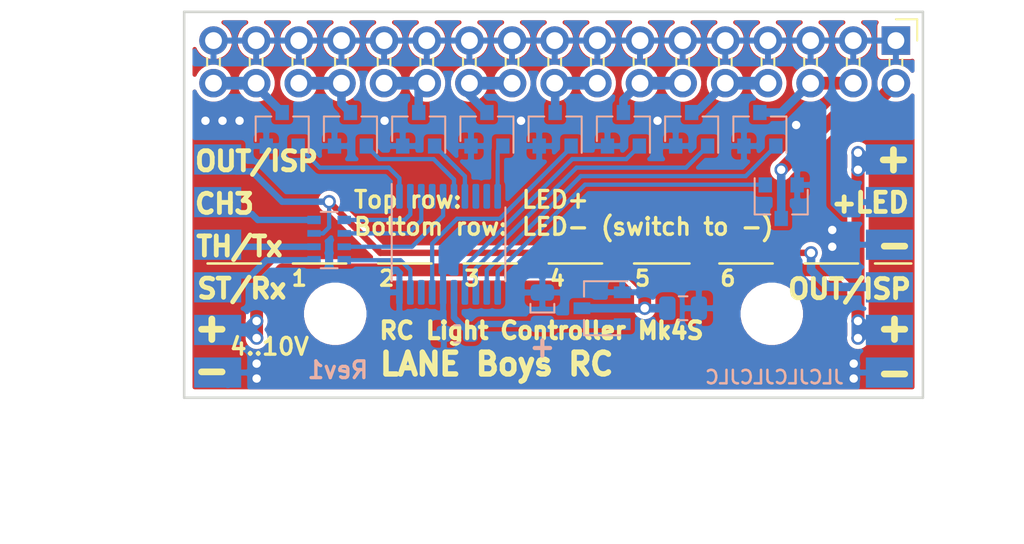
<source format=kicad_pcb>
(kicad_pcb (version 20171130) (host pcbnew 5.1.6-c6e7f7d~87~ubuntu18.04.1)

  (general
    (thickness 1.6)
    (drawings 46)
    (tracks 166)
    (zones 0)
    (modules 20)
    (nets 31)
  )

  (page A4)
  (layers
    (0 Top signal)
    (31 Bottom signal)
    (32 B.Adhes user hide)
    (33 F.Adhes user hide)
    (34 B.Paste user)
    (35 F.Paste user hide)
    (36 B.SilkS user)
    (37 F.SilkS user)
    (38 B.Mask user hide)
    (39 F.Mask user hide)
    (40 Dwgs.User user hide)
    (41 Cmts.User user)
    (42 Eco1.User user hide)
    (43 Eco2.User user hide)
    (44 Edge.Cuts user)
    (45 Margin user)
    (46 B.CrtYd user)
    (47 F.CrtYd user)
    (48 B.Fab user)
    (49 F.Fab user)
  )

  (setup
    (last_trace_width 0.254)
    (user_trace_width 0.2032)
    (user_trace_width 0.381)
    (user_trace_width 0.508)
    (user_trace_width 0.635)
    (user_trace_width 0.762)
    (trace_clearance 0.1778)
    (zone_clearance 0.254)
    (zone_45_only no)
    (trace_min 0.2)
    (via_size 0.8)
    (via_drill 0.5)
    (via_min_size 0.4)
    (via_min_drill 0.3)
    (uvia_size 0.3)
    (uvia_drill 0.1)
    (uvias_allowed no)
    (uvia_min_size 0.2)
    (uvia_min_drill 0.1)
    (edge_width 0.15)
    (segment_width 0.2)
    (pcb_text_width 0.3)
    (pcb_text_size 1.5 1.5)
    (mod_edge_width 0.15)
    (mod_text_size 1 1)
    (mod_text_width 0.15)
    (pad_size 2.2 2.2)
    (pad_drill 2.2)
    (pad_to_mask_clearance 0.0254)
    (pad_to_paste_clearance_ratio -0.05)
    (aux_axis_origin 135 114)
    (grid_origin 135 114)
    (visible_elements 7FFFFF7F)
    (pcbplotparams
      (layerselection 0x010f8_ffffffff)
      (usegerberextensions false)
      (usegerberattributes false)
      (usegerberadvancedattributes false)
      (creategerberjobfile false)
      (excludeedgelayer true)
      (linewidth 0.100000)
      (plotframeref false)
      (viasonmask false)
      (mode 1)
      (useauxorigin false)
      (hpglpennumber 1)
      (hpglpenspeed 20)
      (hpglpendiameter 15.000000)
      (psnegative false)
      (psa4output false)
      (plotreference true)
      (plotvalue true)
      (plotinvisibletext false)
      (padsonsilk false)
      (subtractmaskfromsilk true)
      (outputformat 1)
      (mirror false)
      (drillshape 0)
      (scaleselection 1)
      (outputdirectory "gerber/"))
  )

  (net 0 "")
  (net 1 +3V3)
  (net 2 GND)
  (net 3 /VIN)
  (net 4 /CH3)
  (net 5 /OUT0)
  (net 6 /OUT1)
  (net 7 /OUT2)
  (net 8 /OUT3)
  (net 9 /OUT4)
  (net 10 /OUT5)
  (net 11 /OUT6)
  (net 12 /OUT7)
  (net 13 /LED+)
  (net 14 /OUT-ISP)
  (net 15 /ST-RX)
  (net 16 /TH-TX)
  (net 17 /ST-Rx-in)
  (net 18 /TH-Tx-in)
  (net 19 /CH3-in)
  (net 20 /OUT-ISP-out)
  (net 21 "Net-(J1-Pad10)")
  (net 22 "Net-(J1-Pad2)")
  (net 23 "Net-(J1-Pad32)")
  (net 24 "Net-(J1-Pad28)")
  (net 25 "Net-(J1-Pad24)")
  (net 26 "Net-(J1-Pad20)")
  (net 27 "Net-(J1-Pad16)")
  (net 28 "Net-(J1-Pad12)")
  (net 29 "Net-(J1-Pad4)")
  (net 30 /OUT15S)

  (net_class Default "This is the default net class."
    (clearance 0.1778)
    (trace_width 0.254)
    (via_dia 0.8)
    (via_drill 0.5)
    (uvia_dia 0.3)
    (uvia_drill 0.1)
    (diff_pair_width 0.2032)
    (diff_pair_gap 0.254)
    (add_net +3V3)
    (add_net /CH3)
    (add_net /CH3-in)
    (add_net /LED+)
    (add_net /OUT-ISP)
    (add_net /OUT-ISP-out)
    (add_net /OUT0)
    (add_net /OUT1)
    (add_net /OUT15S)
    (add_net /OUT2)
    (add_net /OUT3)
    (add_net /OUT4)
    (add_net /OUT5)
    (add_net /OUT6)
    (add_net /OUT7)
    (add_net /ST-RX)
    (add_net /ST-Rx-in)
    (add_net /TH-TX)
    (add_net /TH-Tx-in)
    (add_net /VIN)
    (add_net GND)
    (add_net "Net-(J1-Pad10)")
    (add_net "Net-(J1-Pad12)")
    (add_net "Net-(J1-Pad16)")
    (add_net "Net-(J1-Pad2)")
    (add_net "Net-(J1-Pad20)")
    (add_net "Net-(J1-Pad24)")
    (add_net "Net-(J1-Pad28)")
    (add_net "Net-(J1-Pad32)")
    (add_net "Net-(J1-Pad4)")
  )

  (module Package_TO_SOT_SMD:SOT-23 (layer Bottom) (tedit 5A02FF57) (tstamp 5EE5A841)
    (at 153.034 97.998 90)
    (descr "SOT-23, Standard")
    (tags SOT-23)
    (path /5EEE2D0F)
    (attr smd)
    (fp_text reference T4 (at 0 2.5 90) (layer B.SilkS) hide
      (effects (font (size 1 1) (thickness 0.15)) (justify mirror))
    )
    (fp_text value PMV30UN (at 3.81 0.127 90) (layer B.Fab)
      (effects (font (size 0.762 0.762) (thickness 0.15)) (justify mirror))
    )
    (fp_line (start -0.7 0.95) (end -0.7 -1.5) (layer B.Fab) (width 0.1))
    (fp_line (start -0.15 1.52) (end 0.7 1.52) (layer B.Fab) (width 0.1))
    (fp_line (start -0.7 0.95) (end -0.15 1.52) (layer B.Fab) (width 0.1))
    (fp_line (start 0.7 1.52) (end 0.7 -1.52) (layer B.Fab) (width 0.1))
    (fp_line (start -0.7 -1.52) (end 0.7 -1.52) (layer B.Fab) (width 0.1))
    (fp_line (start 0.76 -1.58) (end 0.76 -0.65) (layer B.SilkS) (width 0.12))
    (fp_line (start 0.76 1.58) (end 0.76 0.65) (layer B.SilkS) (width 0.12))
    (fp_line (start -1.7 1.75) (end 1.7 1.75) (layer B.CrtYd) (width 0.05))
    (fp_line (start 1.7 1.75) (end 1.7 -1.75) (layer B.CrtYd) (width 0.05))
    (fp_line (start 1.7 -1.75) (end -1.7 -1.75) (layer B.CrtYd) (width 0.05))
    (fp_line (start -1.7 -1.75) (end -1.7 1.75) (layer B.CrtYd) (width 0.05))
    (fp_line (start 0.76 1.58) (end -1.4 1.58) (layer B.SilkS) (width 0.12))
    (fp_line (start 0.76 -1.58) (end -0.7 -1.58) (layer B.SilkS) (width 0.12))
    (fp_text user %R (at 0 0 180) (layer B.Fab)
      (effects (font (size 0.5 0.5) (thickness 0.075)) (justify mirror))
    )
    (pad 3 smd rect (at 1 0 90) (size 0.9 0.8) (layers Bottom B.Paste B.Mask)
      (net 26 "Net-(J1-Pad20)"))
    (pad 2 smd rect (at -1 -0.95 90) (size 0.9 0.8) (layers Bottom B.Paste B.Mask)
      (net 2 GND))
    (pad 1 smd rect (at -1 0.95 90) (size 0.9 0.8) (layers Bottom B.Paste B.Mask)
      (net 8 /OUT3))
    (model ${KISYS3DMOD}/Package_TO_SOT_SMD.3dshapes/SOT-23.wrl
      (at (xyz 0 0 0))
      (scale (xyz 1 1 1))
      (rotate (xyz 0 0 0))
    )
  )

  (module Package_TO_SOT_SMD:SOT-23W (layer Bottom) (tedit 5A02FF57) (tstamp 5F18472D)
    (at 159.892 108.666 180)
    (descr "SOT-23W http://www.allegromicro.com/~/media/Files/Datasheets/A112x-Datasheet.ashx?la=en&hash=7BC461E058CC246E0BAB62433B2F1ECA104CA9D3")
    (tags SOT-23W)
    (path /09B5DC2D)
    (attr smd)
    (fp_text reference U2 (at 0 2.5) (layer B.SilkS) hide
      (effects (font (size 1 1) (thickness 0.15)) (justify mirror))
    )
    (fp_text value MCP1703A-3302_SOT23 (at -6.096 -2.794 180) (layer B.Fab)
      (effects (font (size 0.762 0.762) (thickness 0.15)) (justify mirror))
    )
    (fp_line (start 1.075 1.61) (end 1.075 0.7) (layer B.SilkS) (width 0.12))
    (fp_line (start 1.075 -0.7) (end 1.075 -1.61) (layer B.SilkS) (width 0.12))
    (fp_line (start -1.5 1.61) (end 1.075 1.61) (layer B.SilkS) (width 0.12))
    (fp_line (start -1.075 -1.61) (end 1.075 -1.61) (layer B.SilkS) (width 0.12))
    (fp_line (start -0.955 0.49) (end -0.955 -1.49) (layer B.Fab) (width 0.1))
    (fp_line (start 0.045 1.49) (end 0.955 1.49) (layer B.Fab) (width 0.1))
    (fp_line (start -0.955 0.49) (end 0.045 1.49) (layer B.Fab) (width 0.1))
    (fp_line (start 0.955 1.49) (end 0.955 -1.49) (layer B.Fab) (width 0.1))
    (fp_line (start -0.955 -1.49) (end 0.955 -1.49) (layer B.Fab) (width 0.1))
    (fp_line (start -1.95 1.74) (end 1.95 1.74) (layer B.CrtYd) (width 0.05))
    (fp_line (start 1.95 1.74) (end 1.95 -1.74) (layer B.CrtYd) (width 0.05))
    (fp_line (start 1.95 -1.74) (end -1.95 -1.74) (layer B.CrtYd) (width 0.05))
    (fp_line (start -1.95 -1.74) (end -1.95 1.74) (layer B.CrtYd) (width 0.05))
    (fp_text user %R (at 0 0 270) (layer B.Fab)
      (effects (font (size 0.5 0.5) (thickness 0.075)) (justify mirror))
    )
    (pad 3 smd rect (at 1.2 0 180) (size 1 0.7) (layers Bottom B.Paste B.Mask)
      (net 3 /VIN))
    (pad 2 smd rect (at -1.2 -0.95 180) (size 1 0.7) (layers Bottom B.Paste B.Mask)
      (net 1 +3V3))
    (pad 1 smd rect (at -1.2 0.95 180) (size 1 0.7) (layers Bottom B.Paste B.Mask)
      (net 2 GND))
    (model ${KISYS3DMOD}/Package_TO_SOT_SMD.3dshapes/SOT-23W.wrl
      (at (xyz 0 0 0))
      (scale (xyz 1 1 1))
      (rotate (xyz 0 0 0))
    )
  )

  (module Resistor_SMD:R_Array_Convex_4x0603 (layer Bottom) (tedit 58E0A8B2) (tstamp 5F18C509)
    (at 143.636 104.602)
    (descr "Chip Resistor Network, ROHM MNR14 (see mnr_g.pdf)")
    (tags "resistor array")
    (path /5F192F7F)
    (attr smd)
    (fp_text reference RN1 (at 0 2.8) (layer B.SilkS) hide
      (effects (font (size 1 1) (thickness 0.15)) (justify mirror))
    )
    (fp_text value "1k x4" (at 0 -2.8) (layer B.Fab)
      (effects (font (size 0.762 0.762) (thickness 0.15)) (justify mirror))
    )
    (fp_line (start 1.55 -1.85) (end -1.55 -1.85) (layer B.CrtYd) (width 0.05))
    (fp_line (start 1.55 -1.85) (end 1.55 1.85) (layer B.CrtYd) (width 0.05))
    (fp_line (start -1.55 1.85) (end -1.55 -1.85) (layer B.CrtYd) (width 0.05))
    (fp_line (start -1.55 1.85) (end 1.55 1.85) (layer B.CrtYd) (width 0.05))
    (fp_line (start 0.5 1.68) (end -0.5 1.68) (layer B.SilkS) (width 0.12))
    (fp_line (start 0.5 -1.68) (end -0.5 -1.68) (layer B.SilkS) (width 0.12))
    (fp_line (start -0.8 -1.6) (end -0.8 1.6) (layer B.Fab) (width 0.1))
    (fp_line (start 0.8 -1.6) (end -0.8 -1.6) (layer B.Fab) (width 0.1))
    (fp_line (start 0.8 1.6) (end 0.8 -1.6) (layer B.Fab) (width 0.1))
    (fp_line (start -0.8 1.6) (end 0.8 1.6) (layer B.Fab) (width 0.1))
    (fp_text user %R (at 0 0 -90) (layer B.Fab)
      (effects (font (size 0.5 0.5) (thickness 0.075)) (justify mirror))
    )
    (pad 5 smd rect (at 0.9 -1.2) (size 0.8 0.5) (layers Bottom B.Paste B.Mask)
      (net 4 /CH3))
    (pad 6 smd rect (at 0.9 -0.4) (size 0.8 0.4) (layers Bottom B.Paste B.Mask)
      (net 14 /OUT-ISP))
    (pad 8 smd rect (at 0.9 1.2) (size 0.8 0.5) (layers Bottom B.Paste B.Mask)
      (net 15 /ST-RX))
    (pad 7 smd rect (at 0.9 0.4) (size 0.8 0.4) (layers Bottom B.Paste B.Mask)
      (net 16 /TH-TX))
    (pad 4 smd rect (at -0.9 -1.2) (size 0.8 0.5) (layers Bottom B.Paste B.Mask)
      (net 19 /CH3-in))
    (pad 2 smd rect (at -0.9 0.4) (size 0.8 0.4) (layers Bottom B.Paste B.Mask)
      (net 18 /TH-Tx-in))
    (pad 3 smd rect (at -0.9 -0.4) (size 0.8 0.4) (layers Bottom B.Paste B.Mask)
      (net 20 /OUT-ISP-out))
    (pad 1 smd rect (at -0.9 1.2) (size 0.8 0.5) (layers Bottom B.Paste B.Mask)
      (net 17 /ST-Rx-in))
    (model ${KISYS3DMOD}/Resistor_SMD.3dshapes/R_Array_Convex_4x0603.wrl
      (at (xyz 0 0 0))
      (scale (xyz 1 1 1))
      (rotate (xyz 0 0 0))
    )
  )

  (module Capacitor_SMD:C_0603_1608Metric (layer Bottom) (tedit 5B301BBE) (tstamp 5F1974BB)
    (at 151.256 110.19 180)
    (descr "Capacitor SMD 0603 (1608 Metric), square (rectangular) end terminal, IPC_7351 nominal, (Body size source: http://www.tortai-tech.com/upload/download/2011102023233369053.pdf), generated with kicad-footprint-generator")
    (tags capacitor)
    (path /5F2418F7)
    (attr smd)
    (fp_text reference C3 (at 0 1.43) (layer B.SilkS) hide
      (effects (font (size 1 1) (thickness 0.15)) (justify mirror))
    )
    (fp_text value 100n (at 0 -1.43) (layer B.Fab)
      (effects (font (size 0.762 0.762) (thickness 0.15)) (justify mirror))
    )
    (fp_line (start 1.48 -0.73) (end -1.48 -0.73) (layer B.CrtYd) (width 0.05))
    (fp_line (start 1.48 0.73) (end 1.48 -0.73) (layer B.CrtYd) (width 0.05))
    (fp_line (start -1.48 0.73) (end 1.48 0.73) (layer B.CrtYd) (width 0.05))
    (fp_line (start -1.48 -0.73) (end -1.48 0.73) (layer B.CrtYd) (width 0.05))
    (fp_line (start -0.162779 -0.51) (end 0.162779 -0.51) (layer B.SilkS) (width 0.12))
    (fp_line (start -0.162779 0.51) (end 0.162779 0.51) (layer B.SilkS) (width 0.12))
    (fp_line (start 0.8 -0.4) (end -0.8 -0.4) (layer B.Fab) (width 0.1))
    (fp_line (start 0.8 0.4) (end 0.8 -0.4) (layer B.Fab) (width 0.1))
    (fp_line (start -0.8 0.4) (end 0.8 0.4) (layer B.Fab) (width 0.1))
    (fp_line (start -0.8 -0.4) (end -0.8 0.4) (layer B.Fab) (width 0.1))
    (fp_text user %R (at 0 0) (layer B.Fab)
      (effects (font (size 0.4 0.4) (thickness 0.06)) (justify mirror))
    )
    (pad 2 smd roundrect (at 0.7875 0 180) (size 0.875 0.95) (layers Bottom B.Paste B.Mask) (roundrect_rratio 0.25)
      (net 2 GND))
    (pad 1 smd roundrect (at -0.7875 0 180) (size 0.875 0.95) (layers Bottom B.Paste B.Mask) (roundrect_rratio 0.25)
      (net 1 +3V3))
    (model ${KISYS3DMOD}/Capacitor_SMD.3dshapes/C_0603_1608Metric.wrl
      (at (xyz 0 0 0))
      (scale (xyz 1 1 1))
      (rotate (xyz 0 0 0))
    )
  )

  (module Connector_PinHeader_2.54mm:PinHeader_2x17_P2.54mm_Horizontal (layer Top) (tedit 5F18EAF6) (tstamp 5F184017)
    (at 177.39 92.71 270)
    (descr "Through hole angled pin header, 2x17, 2.54mm pitch, 6mm pin length, double rows")
    (tags "Through hole angled pin header THT 2x17 2.54mm double row")
    (path /5F1ABEB8)
    (fp_text reference J1 (at 5.655 2.39 270) (layer F.SilkS) hide
      (effects (font (size 1 1) (thickness 0.15)))
    )
    (fp_text value "Pinheader right-angle 2x17" (at -1.57 30.706) (layer F.Fab)
      (effects (font (size 1 1) (thickness 0.15)))
    )
    (fp_line (start 13.1 -1.8) (end -1.8 -1.8) (layer F.CrtYd) (width 0.05))
    (fp_line (start 13.1 42.45) (end 13.1 -1.8) (layer F.CrtYd) (width 0.05))
    (fp_line (start -1.8 42.45) (end 13.1 42.45) (layer F.CrtYd) (width 0.05))
    (fp_line (start -1.8 -1.8) (end -1.8 42.45) (layer F.CrtYd) (width 0.05))
    (fp_line (start -1.27 -1.27) (end 0 -1.27) (layer F.SilkS) (width 0.12))
    (fp_line (start -1.27 0) (end -1.27 -1.27) (layer F.SilkS) (width 0.12))
    (fp_line (start 1.042929 41.02) (end 1.497071 41.02) (layer F.SilkS) (width 0.12))
    (fp_line (start 1.042929 40.26) (end 1.497071 40.26) (layer F.SilkS) (width 0.12))
    (fp_line (start 1.042929 38.48) (end 1.497071 38.48) (layer F.SilkS) (width 0.12))
    (fp_line (start 1.042929 37.72) (end 1.497071 37.72) (layer F.SilkS) (width 0.12))
    (fp_line (start 1.042929 35.94) (end 1.497071 35.94) (layer F.SilkS) (width 0.12))
    (fp_line (start 1.042929 35.18) (end 1.497071 35.18) (layer F.SilkS) (width 0.12))
    (fp_line (start 1.042929 33.4) (end 1.497071 33.4) (layer F.SilkS) (width 0.12))
    (fp_line (start 1.042929 32.64) (end 1.497071 32.64) (layer F.SilkS) (width 0.12))
    (fp_line (start 1.042929 30.86) (end 1.497071 30.86) (layer F.SilkS) (width 0.12))
    (fp_line (start 1.042929 30.1) (end 1.497071 30.1) (layer F.SilkS) (width 0.12))
    (fp_line (start 1.042929 28.32) (end 1.497071 28.32) (layer F.SilkS) (width 0.12))
    (fp_line (start 1.042929 27.56) (end 1.497071 27.56) (layer F.SilkS) (width 0.12))
    (fp_line (start 1.042929 25.78) (end 1.497071 25.78) (layer F.SilkS) (width 0.12))
    (fp_line (start 1.042929 25.02) (end 1.497071 25.02) (layer F.SilkS) (width 0.12))
    (fp_line (start 1.042929 23.24) (end 1.497071 23.24) (layer F.SilkS) (width 0.12))
    (fp_line (start 1.042929 22.48) (end 1.497071 22.48) (layer F.SilkS) (width 0.12))
    (fp_line (start 1.042929 20.7) (end 1.497071 20.7) (layer F.SilkS) (width 0.12))
    (fp_line (start 1.042929 19.94) (end 1.497071 19.94) (layer F.SilkS) (width 0.12))
    (fp_line (start 1.042929 18.16) (end 1.497071 18.16) (layer F.SilkS) (width 0.12))
    (fp_line (start 1.042929 17.4) (end 1.497071 17.4) (layer F.SilkS) (width 0.12))
    (fp_line (start 1.042929 15.62) (end 1.497071 15.62) (layer F.SilkS) (width 0.12))
    (fp_line (start 1.042929 14.86) (end 1.497071 14.86) (layer F.SilkS) (width 0.12))
    (fp_line (start 1.042929 13.08) (end 1.497071 13.08) (layer F.SilkS) (width 0.12))
    (fp_line (start 1.042929 12.32) (end 1.497071 12.32) (layer F.SilkS) (width 0.12))
    (fp_line (start 1.042929 10.54) (end 1.497071 10.54) (layer F.SilkS) (width 0.12))
    (fp_line (start 1.042929 9.78) (end 1.497071 9.78) (layer F.SilkS) (width 0.12))
    (fp_line (start 1.042929 8) (end 1.497071 8) (layer F.SilkS) (width 0.12))
    (fp_line (start 1.042929 7.24) (end 1.497071 7.24) (layer F.SilkS) (width 0.12))
    (fp_line (start 1.042929 5.46) (end 1.497071 5.46) (layer F.SilkS) (width 0.12))
    (fp_line (start 1.042929 4.7) (end 1.497071 4.7) (layer F.SilkS) (width 0.12))
    (fp_line (start 1.042929 2.92) (end 1.497071 2.92) (layer F.SilkS) (width 0.12))
    (fp_line (start 1.042929 2.16) (end 1.497071 2.16) (layer F.SilkS) (width 0.12))
    (fp_line (start 1.11 0.38) (end 1.497071 0.38) (layer F.SilkS) (width 0.12))
    (fp_line (start 1.11 -0.38) (end 1.497071 -0.38) (layer F.SilkS) (width 0.12))
    (fp_line (start 6.58 40.96) (end 12.58 40.96) (layer F.Fab) (width 0.1))
    (fp_line (start 12.58 40.32) (end 12.58 40.96) (layer F.Fab) (width 0.1))
    (fp_line (start 6.58 40.32) (end 12.58 40.32) (layer F.Fab) (width 0.1))
    (fp_line (start -0.32 40.96) (end 4.04 40.96) (layer F.Fab) (width 0.1))
    (fp_line (start -0.32 40.32) (end -0.32 40.96) (layer F.Fab) (width 0.1))
    (fp_line (start -0.32 40.32) (end 4.04 40.32) (layer F.Fab) (width 0.1))
    (fp_line (start 6.58 38.42) (end 12.58 38.42) (layer F.Fab) (width 0.1))
    (fp_line (start 12.58 37.78) (end 12.58 38.42) (layer F.Fab) (width 0.1))
    (fp_line (start 6.58 37.78) (end 12.58 37.78) (layer F.Fab) (width 0.1))
    (fp_line (start -0.32 38.42) (end 4.04 38.42) (layer F.Fab) (width 0.1))
    (fp_line (start -0.32 37.78) (end -0.32 38.42) (layer F.Fab) (width 0.1))
    (fp_line (start -0.32 37.78) (end 4.04 37.78) (layer F.Fab) (width 0.1))
    (fp_line (start 6.58 35.88) (end 12.58 35.88) (layer F.Fab) (width 0.1))
    (fp_line (start 12.58 35.24) (end 12.58 35.88) (layer F.Fab) (width 0.1))
    (fp_line (start 6.58 35.24) (end 12.58 35.24) (layer F.Fab) (width 0.1))
    (fp_line (start -0.32 35.88) (end 4.04 35.88) (layer F.Fab) (width 0.1))
    (fp_line (start -0.32 35.24) (end -0.32 35.88) (layer F.Fab) (width 0.1))
    (fp_line (start -0.32 35.24) (end 4.04 35.24) (layer F.Fab) (width 0.1))
    (fp_line (start 6.58 33.34) (end 12.58 33.34) (layer F.Fab) (width 0.1))
    (fp_line (start 12.58 32.7) (end 12.58 33.34) (layer F.Fab) (width 0.1))
    (fp_line (start 6.58 32.7) (end 12.58 32.7) (layer F.Fab) (width 0.1))
    (fp_line (start -0.32 33.34) (end 4.04 33.34) (layer F.Fab) (width 0.1))
    (fp_line (start -0.32 32.7) (end -0.32 33.34) (layer F.Fab) (width 0.1))
    (fp_line (start -0.32 32.7) (end 4.04 32.7) (layer F.Fab) (width 0.1))
    (fp_line (start 6.58 30.8) (end 12.58 30.8) (layer F.Fab) (width 0.1))
    (fp_line (start 12.58 30.16) (end 12.58 30.8) (layer F.Fab) (width 0.1))
    (fp_line (start 6.58 30.16) (end 12.58 30.16) (layer F.Fab) (width 0.1))
    (fp_line (start -0.32 30.8) (end 4.04 30.8) (layer F.Fab) (width 0.1))
    (fp_line (start -0.32 30.16) (end -0.32 30.8) (layer F.Fab) (width 0.1))
    (fp_line (start -0.32 30.16) (end 4.04 30.16) (layer F.Fab) (width 0.1))
    (fp_line (start 6.58 28.26) (end 12.58 28.26) (layer F.Fab) (width 0.1))
    (fp_line (start 12.58 27.62) (end 12.58 28.26) (layer F.Fab) (width 0.1))
    (fp_line (start 6.58 27.62) (end 12.58 27.62) (layer F.Fab) (width 0.1))
    (fp_line (start -0.32 28.26) (end 4.04 28.26) (layer F.Fab) (width 0.1))
    (fp_line (start -0.32 27.62) (end -0.32 28.26) (layer F.Fab) (width 0.1))
    (fp_line (start -0.32 27.62) (end 4.04 27.62) (layer F.Fab) (width 0.1))
    (fp_line (start 6.58 25.72) (end 12.58 25.72) (layer F.Fab) (width 0.1))
    (fp_line (start 12.58 25.08) (end 12.58 25.72) (layer F.Fab) (width 0.1))
    (fp_line (start 6.58 25.08) (end 12.58 25.08) (layer F.Fab) (width 0.1))
    (fp_line (start -0.32 25.72) (end 4.04 25.72) (layer F.Fab) (width 0.1))
    (fp_line (start -0.32 25.08) (end -0.32 25.72) (layer F.Fab) (width 0.1))
    (fp_line (start -0.32 25.08) (end 4.04 25.08) (layer F.Fab) (width 0.1))
    (fp_line (start 6.58 23.18) (end 12.58 23.18) (layer F.Fab) (width 0.1))
    (fp_line (start 12.58 22.54) (end 12.58 23.18) (layer F.Fab) (width 0.1))
    (fp_line (start 6.58 22.54) (end 12.58 22.54) (layer F.Fab) (width 0.1))
    (fp_line (start -0.32 23.18) (end 4.04 23.18) (layer F.Fab) (width 0.1))
    (fp_line (start -0.32 22.54) (end -0.32 23.18) (layer F.Fab) (width 0.1))
    (fp_line (start -0.32 22.54) (end 4.04 22.54) (layer F.Fab) (width 0.1))
    (fp_line (start 6.58 20.64) (end 12.58 20.64) (layer F.Fab) (width 0.1))
    (fp_line (start 12.58 20) (end 12.58 20.64) (layer F.Fab) (width 0.1))
    (fp_line (start 6.58 20) (end 12.58 20) (layer F.Fab) (width 0.1))
    (fp_line (start -0.32 20.64) (end 4.04 20.64) (layer F.Fab) (width 0.1))
    (fp_line (start -0.32 20) (end -0.32 20.64) (layer F.Fab) (width 0.1))
    (fp_line (start -0.32 20) (end 4.04 20) (layer F.Fab) (width 0.1))
    (fp_line (start 6.58 18.1) (end 12.58 18.1) (layer F.Fab) (width 0.1))
    (fp_line (start 12.58 17.46) (end 12.58 18.1) (layer F.Fab) (width 0.1))
    (fp_line (start 6.58 17.46) (end 12.58 17.46) (layer F.Fab) (width 0.1))
    (fp_line (start -0.32 18.1) (end 4.04 18.1) (layer F.Fab) (width 0.1))
    (fp_line (start -0.32 17.46) (end -0.32 18.1) (layer F.Fab) (width 0.1))
    (fp_line (start -0.32 17.46) (end 4.04 17.46) (layer F.Fab) (width 0.1))
    (fp_line (start 6.58 15.56) (end 12.58 15.56) (layer F.Fab) (width 0.1))
    (fp_line (start 12.58 14.92) (end 12.58 15.56) (layer F.Fab) (width 0.1))
    (fp_line (start 6.58 14.92) (end 12.58 14.92) (layer F.Fab) (width 0.1))
    (fp_line (start -0.32 15.56) (end 4.04 15.56) (layer F.Fab) (width 0.1))
    (fp_line (start -0.32 14.92) (end -0.32 15.56) (layer F.Fab) (width 0.1))
    (fp_line (start -0.32 14.92) (end 4.04 14.92) (layer F.Fab) (width 0.1))
    (fp_line (start 6.58 13.02) (end 12.58 13.02) (layer F.Fab) (width 0.1))
    (fp_line (start 12.58 12.38) (end 12.58 13.02) (layer F.Fab) (width 0.1))
    (fp_line (start 6.58 12.38) (end 12.58 12.38) (layer F.Fab) (width 0.1))
    (fp_line (start -0.32 13.02) (end 4.04 13.02) (layer F.Fab) (width 0.1))
    (fp_line (start -0.32 12.38) (end -0.32 13.02) (layer F.Fab) (width 0.1))
    (fp_line (start -0.32 12.38) (end 4.04 12.38) (layer F.Fab) (width 0.1))
    (fp_line (start 6.58 10.48) (end 12.58 10.48) (layer F.Fab) (width 0.1))
    (fp_line (start 12.58 9.84) (end 12.58 10.48) (layer F.Fab) (width 0.1))
    (fp_line (start 6.58 9.84) (end 12.58 9.84) (layer F.Fab) (width 0.1))
    (fp_line (start -0.32 10.48) (end 4.04 10.48) (layer F.Fab) (width 0.1))
    (fp_line (start -0.32 9.84) (end -0.32 10.48) (layer F.Fab) (width 0.1))
    (fp_line (start -0.32 9.84) (end 4.04 9.84) (layer F.Fab) (width 0.1))
    (fp_line (start 6.58 7.94) (end 12.58 7.94) (layer F.Fab) (width 0.1))
    (fp_line (start 12.58 7.3) (end 12.58 7.94) (layer F.Fab) (width 0.1))
    (fp_line (start 6.58 7.3) (end 12.58 7.3) (layer F.Fab) (width 0.1))
    (fp_line (start -0.32 7.94) (end 4.04 7.94) (layer F.Fab) (width 0.1))
    (fp_line (start -0.32 7.3) (end -0.32 7.94) (layer F.Fab) (width 0.1))
    (fp_line (start -0.32 7.3) (end 4.04 7.3) (layer F.Fab) (width 0.1))
    (fp_line (start 6.58 5.4) (end 12.58 5.4) (layer F.Fab) (width 0.1))
    (fp_line (start 12.58 4.76) (end 12.58 5.4) (layer F.Fab) (width 0.1))
    (fp_line (start 6.58 4.76) (end 12.58 4.76) (layer F.Fab) (width 0.1))
    (fp_line (start -0.32 5.4) (end 4.04 5.4) (layer F.Fab) (width 0.1))
    (fp_line (start -0.32 4.76) (end -0.32 5.4) (layer F.Fab) (width 0.1))
    (fp_line (start -0.32 4.76) (end 4.04 4.76) (layer F.Fab) (width 0.1))
    (fp_line (start 6.58 2.86) (end 12.58 2.86) (layer F.Fab) (width 0.1))
    (fp_line (start 12.58 2.22) (end 12.58 2.86) (layer F.Fab) (width 0.1))
    (fp_line (start 6.58 2.22) (end 12.58 2.22) (layer F.Fab) (width 0.1))
    (fp_line (start -0.32 2.86) (end 4.04 2.86) (layer F.Fab) (width 0.1))
    (fp_line (start -0.32 2.22) (end -0.32 2.86) (layer F.Fab) (width 0.1))
    (fp_line (start -0.32 2.22) (end 4.04 2.22) (layer F.Fab) (width 0.1))
    (fp_line (start 6.58 0.32) (end 12.58 0.32) (layer F.Fab) (width 0.1))
    (fp_line (start 12.58 -0.32) (end 12.58 0.32) (layer F.Fab) (width 0.1))
    (fp_line (start 6.58 -0.32) (end 12.58 -0.32) (layer F.Fab) (width 0.1))
    (fp_line (start -0.32 0.32) (end 4.04 0.32) (layer F.Fab) (width 0.1))
    (fp_line (start -0.32 -0.32) (end -0.32 0.32) (layer F.Fab) (width 0.1))
    (fp_line (start -0.32 -0.32) (end 4.04 -0.32) (layer F.Fab) (width 0.1))
    (fp_line (start 4.04 -0.635) (end 4.675 -1.27) (layer F.Fab) (width 0.1))
    (fp_line (start 4.04 41.91) (end 4.04 -0.635) (layer F.Fab) (width 0.1))
    (fp_line (start 6.58 41.91) (end 4.04 41.91) (layer F.Fab) (width 0.1))
    (fp_line (start 6.58 -1.27) (end 6.58 41.91) (layer F.Fab) (width 0.1))
    (fp_line (start 4.675 -1.27) (end 6.58 -1.27) (layer F.Fab) (width 0.1))
    (fp_text user %R (at 5.31 20.32) (layer F.Fab)
      (effects (font (size 1 1) (thickness 0.15)))
    )
    (pad 34 thru_hole oval (at 2.54 40.64 270) (size 1.7 1.7) (drill 1) (layers *.Cu *.Mask)
      (net 23 "Net-(J1-Pad32)"))
    (pad 33 thru_hole oval (at 0 40.64 270) (size 1.7 1.7) (drill 1) (layers *.Cu *.Mask)
      (net 13 /LED+))
    (pad 32 thru_hole oval (at 2.54 38.1 270) (size 1.7 1.7) (drill 1) (layers *.Cu *.Mask)
      (net 23 "Net-(J1-Pad32)"))
    (pad 31 thru_hole oval (at 0 38.1 270) (size 1.7 1.7) (drill 1) (layers *.Cu *.Mask)
      (net 13 /LED+))
    (pad 30 thru_hole oval (at 2.54 35.56 270) (size 1.7 1.7) (drill 1) (layers *.Cu *.Mask)
      (net 24 "Net-(J1-Pad28)"))
    (pad 29 thru_hole oval (at 0 35.56 270) (size 1.7 1.7) (drill 1) (layers *.Cu *.Mask)
      (net 13 /LED+))
    (pad 28 thru_hole oval (at 2.54 33.02 270) (size 1.7 1.7) (drill 1) (layers *.Cu *.Mask)
      (net 24 "Net-(J1-Pad28)"))
    (pad 27 thru_hole oval (at 0 33.02 270) (size 1.7 1.7) (drill 1) (layers *.Cu *.Mask)
      (net 13 /LED+))
    (pad 26 thru_hole oval (at 2.54 30.48 270) (size 1.7 1.7) (drill 1) (layers *.Cu *.Mask)
      (net 25 "Net-(J1-Pad24)"))
    (pad 25 thru_hole oval (at 0 30.48 270) (size 1.7 1.7) (drill 1) (layers *.Cu *.Mask)
      (net 13 /LED+))
    (pad 24 thru_hole oval (at 2.54 27.94 270) (size 1.7 1.7) (drill 1) (layers *.Cu *.Mask)
      (net 25 "Net-(J1-Pad24)"))
    (pad 23 thru_hole oval (at 0 27.94 270) (size 1.7 1.7) (drill 1) (layers *.Cu *.Mask)
      (net 13 /LED+))
    (pad 22 thru_hole oval (at 2.54 25.4 270) (size 1.7 1.7) (drill 1) (layers *.Cu *.Mask)
      (net 26 "Net-(J1-Pad20)"))
    (pad 21 thru_hole oval (at 0 25.4 270) (size 1.7 1.7) (drill 1) (layers *.Cu *.Mask)
      (net 13 /LED+))
    (pad 20 thru_hole oval (at 2.54 22.86 270) (size 1.7 1.7) (drill 1) (layers *.Cu *.Mask)
      (net 26 "Net-(J1-Pad20)"))
    (pad 19 thru_hole oval (at 0 22.86 270) (size 1.7 1.7) (drill 1) (layers *.Cu *.Mask)
      (net 13 /LED+))
    (pad 18 thru_hole oval (at 2.54 20.32 270) (size 1.7 1.7) (drill 1) (layers *.Cu *.Mask)
      (net 27 "Net-(J1-Pad16)"))
    (pad 17 thru_hole oval (at 0 20.32 270) (size 1.7 1.7) (drill 1) (layers *.Cu *.Mask)
      (net 13 /LED+))
    (pad 16 thru_hole oval (at 2.54 17.78 270) (size 1.7 1.7) (drill 1) (layers *.Cu *.Mask)
      (net 27 "Net-(J1-Pad16)"))
    (pad 15 thru_hole oval (at 0 17.78 270) (size 1.7 1.7) (drill 1) (layers *.Cu *.Mask)
      (net 13 /LED+))
    (pad 14 thru_hole oval (at 2.54 15.24 270) (size 1.7 1.7) (drill 1) (layers *.Cu *.Mask)
      (net 28 "Net-(J1-Pad12)"))
    (pad 13 thru_hole oval (at 0 15.24 270) (size 1.7 1.7) (drill 1) (layers *.Cu *.Mask)
      (net 13 /LED+))
    (pad 12 thru_hole oval (at 2.54 12.7 270) (size 1.7 1.7) (drill 1) (layers *.Cu *.Mask)
      (net 28 "Net-(J1-Pad12)"))
    (pad 11 thru_hole oval (at 0 12.7 270) (size 1.7 1.7) (drill 1) (layers *.Cu *.Mask)
      (net 13 /LED+))
    (pad 10 thru_hole oval (at 2.54 10.16 270) (size 1.7 1.7) (drill 1) (layers *.Cu *.Mask)
      (net 21 "Net-(J1-Pad10)"))
    (pad 9 thru_hole oval (at 0 10.16 270) (size 1.7 1.7) (drill 1) (layers *.Cu *.Mask)
      (net 13 /LED+))
    (pad 8 thru_hole oval (at 2.54 7.62 270) (size 1.7 1.7) (drill 1) (layers *.Cu *.Mask)
      (net 21 "Net-(J1-Pad10)"))
    (pad 7 thru_hole oval (at 0 7.62 270) (size 1.7 1.7) (drill 1) (layers *.Cu *.Mask)
      (net 13 /LED+))
    (pad 6 thru_hole oval (at 2.54 5.08 270) (size 1.7 1.7) (drill 1) (layers *.Cu *.Mask)
      (net 29 "Net-(J1-Pad4)"))
    (pad 5 thru_hole oval (at 0 5.08 270) (size 1.7 1.7) (drill 1) (layers *.Cu *.Mask)
      (net 13 /LED+))
    (pad 4 thru_hole oval (at 2.54 2.54 270) (size 1.7 1.7) (drill 1) (layers *.Cu *.Mask)
      (net 29 "Net-(J1-Pad4)"))
    (pad 3 thru_hole oval (at 0 2.54 270) (size 1.7 1.7) (drill 1) (layers *.Cu *.Mask)
      (net 13 /LED+))
    (pad 2 thru_hole oval (at 2.54 0 270) (size 1.7 1.7) (drill 1) (layers *.Cu *.Mask)
      (net 22 "Net-(J1-Pad2)"))
    (pad 1 thru_hole rect (at 0 0 270) (size 1.7 1.7) (drill 1) (layers *.Cu *.Mask)
      (net 13 /LED+))
    (model ${KISYS3DMOD}/Connector_PinHeader_2.54mm.3dshapes/PinHeader_2x17_P2.54mm_Horizontal.wrl
      (at (xyz 0 0 0))
      (scale (xyz 1 1 1))
      (rotate (xyz 0 0 0))
    )
  )

  (module Package_TO_SOT_SMD:SOT-23 (layer Bottom) (tedit 5A02FF57) (tstamp 5EE5A887)
    (at 170.56 102.316 270)
    (descr "SOT-23, Standard")
    (tags SOT-23)
    (path /5EEE69E5)
    (attr smd)
    (fp_text reference T9 (at 0 2.5 90) (layer B.SilkS) hide
      (effects (font (size 1 1) (thickness 0.15)) (justify mirror))
    )
    (fp_text value PMV30UN (at 0.104 -5.562) (layer B.Fab)
      (effects (font (size 0.762 0.762) (thickness 0.15)) (justify mirror))
    )
    (fp_line (start -0.7 0.95) (end -0.7 -1.5) (layer B.Fab) (width 0.1))
    (fp_line (start -0.15 1.52) (end 0.7 1.52) (layer B.Fab) (width 0.1))
    (fp_line (start -0.7 0.95) (end -0.15 1.52) (layer B.Fab) (width 0.1))
    (fp_line (start 0.7 1.52) (end 0.7 -1.52) (layer B.Fab) (width 0.1))
    (fp_line (start -0.7 -1.52) (end 0.7 -1.52) (layer B.Fab) (width 0.1))
    (fp_line (start 0.76 -1.58) (end 0.76 -0.65) (layer B.SilkS) (width 0.12))
    (fp_line (start 0.76 1.58) (end 0.76 0.65) (layer B.SilkS) (width 0.12))
    (fp_line (start -1.7 1.75) (end 1.7 1.75) (layer B.CrtYd) (width 0.05))
    (fp_line (start 1.7 1.75) (end 1.7 -1.75) (layer B.CrtYd) (width 0.05))
    (fp_line (start 1.7 -1.75) (end -1.7 -1.75) (layer B.CrtYd) (width 0.05))
    (fp_line (start -1.7 -1.75) (end -1.7 1.75) (layer B.CrtYd) (width 0.05))
    (fp_line (start 0.76 1.58) (end -1.4 1.58) (layer B.SilkS) (width 0.12))
    (fp_line (start 0.76 -1.58) (end -0.7 -1.58) (layer B.SilkS) (width 0.12))
    (fp_text user %R (at 0 0 180) (layer B.Fab)
      (effects (font (size 0.5 0.5) (thickness 0.075)) (justify mirror))
    )
    (pad 3 smd rect (at 1 0 270) (size 0.9 0.8) (layers Bottom B.Paste B.Mask)
      (net 22 "Net-(J1-Pad2)"))
    (pad 2 smd rect (at -1 -0.95 270) (size 0.9 0.8) (layers Bottom B.Paste B.Mask)
      (net 2 GND))
    (pad 1 smd rect (at -1 0.95 270) (size 0.9 0.8) (layers Bottom B.Paste B.Mask)
      (net 30 /OUT15S))
    (model ${KISYS3DMOD}/Package_TO_SOT_SMD.3dshapes/SOT-23.wrl
      (at (xyz 0 0 0))
      (scale (xyz 1 1 1))
      (rotate (xyz 0 0 0))
    )
  )

  (module Package_TO_SOT_SMD:SOT-23 (layer Bottom) (tedit 5A02FF57) (tstamp 5EE5A879)
    (at 169.29 97.998 90)
    (descr "SOT-23, Standard")
    (tags SOT-23)
    (path /5EEE6489)
    (attr smd)
    (fp_text reference T8 (at 0 2.5 90) (layer B.SilkS) hide
      (effects (font (size 1 1) (thickness 0.15)) (justify mirror))
    )
    (fp_text value PMV30UN (at 3.81 0.254 90) (layer B.Fab)
      (effects (font (size 0.762 0.762) (thickness 0.15)) (justify mirror))
    )
    (fp_line (start -0.7 0.95) (end -0.7 -1.5) (layer B.Fab) (width 0.1))
    (fp_line (start -0.15 1.52) (end 0.7 1.52) (layer B.Fab) (width 0.1))
    (fp_line (start -0.7 0.95) (end -0.15 1.52) (layer B.Fab) (width 0.1))
    (fp_line (start 0.7 1.52) (end 0.7 -1.52) (layer B.Fab) (width 0.1))
    (fp_line (start -0.7 -1.52) (end 0.7 -1.52) (layer B.Fab) (width 0.1))
    (fp_line (start 0.76 -1.58) (end 0.76 -0.65) (layer B.SilkS) (width 0.12))
    (fp_line (start 0.76 1.58) (end 0.76 0.65) (layer B.SilkS) (width 0.12))
    (fp_line (start -1.7 1.75) (end 1.7 1.75) (layer B.CrtYd) (width 0.05))
    (fp_line (start 1.7 1.75) (end 1.7 -1.75) (layer B.CrtYd) (width 0.05))
    (fp_line (start 1.7 -1.75) (end -1.7 -1.75) (layer B.CrtYd) (width 0.05))
    (fp_line (start -1.7 -1.75) (end -1.7 1.75) (layer B.CrtYd) (width 0.05))
    (fp_line (start 0.76 1.58) (end -1.4 1.58) (layer B.SilkS) (width 0.12))
    (fp_line (start 0.76 -1.58) (end -0.7 -1.58) (layer B.SilkS) (width 0.12))
    (fp_text user %R (at 0 0 180) (layer B.Fab)
      (effects (font (size 0.5 0.5) (thickness 0.075)) (justify mirror))
    )
    (pad 3 smd rect (at 1 0 90) (size 0.9 0.8) (layers Bottom B.Paste B.Mask)
      (net 29 "Net-(J1-Pad4)"))
    (pad 2 smd rect (at -1 -0.95 90) (size 0.9 0.8) (layers Bottom B.Paste B.Mask)
      (net 2 GND))
    (pad 1 smd rect (at -1 0.95 90) (size 0.9 0.8) (layers Bottom B.Paste B.Mask)
      (net 12 /OUT7))
    (model ${KISYS3DMOD}/Package_TO_SOT_SMD.3dshapes/SOT-23.wrl
      (at (xyz 0 0 0))
      (scale (xyz 1 1 1))
      (rotate (xyz 0 0 0))
    )
  )

  (module Package_TO_SOT_SMD:SOT-23 (layer Bottom) (tedit 5A02FF57) (tstamp 5F18429C)
    (at 165.226 97.998 90)
    (descr "SOT-23, Standard")
    (tags SOT-23)
    (path /5EEE6005)
    (attr smd)
    (fp_text reference T7 (at 0 2.5 90) (layer B.SilkS) hide
      (effects (font (size 1 1) (thickness 0.15)) (justify mirror))
    )
    (fp_text value PMV30UN (at 3.81 0 90) (layer B.Fab)
      (effects (font (size 0.762 0.762) (thickness 0.15)) (justify mirror))
    )
    (fp_line (start -0.7 0.95) (end -0.7 -1.5) (layer B.Fab) (width 0.1))
    (fp_line (start -0.15 1.52) (end 0.7 1.52) (layer B.Fab) (width 0.1))
    (fp_line (start -0.7 0.95) (end -0.15 1.52) (layer B.Fab) (width 0.1))
    (fp_line (start 0.7 1.52) (end 0.7 -1.52) (layer B.Fab) (width 0.1))
    (fp_line (start -0.7 -1.52) (end 0.7 -1.52) (layer B.Fab) (width 0.1))
    (fp_line (start 0.76 -1.58) (end 0.76 -0.65) (layer B.SilkS) (width 0.12))
    (fp_line (start 0.76 1.58) (end 0.76 0.65) (layer B.SilkS) (width 0.12))
    (fp_line (start -1.7 1.75) (end 1.7 1.75) (layer B.CrtYd) (width 0.05))
    (fp_line (start 1.7 1.75) (end 1.7 -1.75) (layer B.CrtYd) (width 0.05))
    (fp_line (start 1.7 -1.75) (end -1.7 -1.75) (layer B.CrtYd) (width 0.05))
    (fp_line (start -1.7 -1.75) (end -1.7 1.75) (layer B.CrtYd) (width 0.05))
    (fp_line (start 0.76 1.58) (end -1.4 1.58) (layer B.SilkS) (width 0.12))
    (fp_line (start 0.76 -1.58) (end -0.7 -1.58) (layer B.SilkS) (width 0.12))
    (fp_text user %R (at 0 0 180) (layer B.Fab)
      (effects (font (size 0.5 0.5) (thickness 0.075)) (justify mirror))
    )
    (pad 3 smd rect (at 1 0 90) (size 0.9 0.8) (layers Bottom B.Paste B.Mask)
      (net 21 "Net-(J1-Pad10)"))
    (pad 2 smd rect (at -1 -0.95 90) (size 0.9 0.8) (layers Bottom B.Paste B.Mask)
      (net 2 GND))
    (pad 1 smd rect (at -1 0.95 90) (size 0.9 0.8) (layers Bottom B.Paste B.Mask)
      (net 11 /OUT6))
    (model ${KISYS3DMOD}/Package_TO_SOT_SMD.3dshapes/SOT-23.wrl
      (at (xyz 0 0 0))
      (scale (xyz 1 1 1))
      (rotate (xyz 0 0 0))
    )
  )

  (module Package_TO_SOT_SMD:SOT-23 (layer Bottom) (tedit 5A02FF57) (tstamp 5EE5AE9E)
    (at 161.162 97.998 90)
    (descr "SOT-23, Standard")
    (tags SOT-23)
    (path /5EEE5899)
    (attr smd)
    (fp_text reference T6 (at 0 2.5 90) (layer B.SilkS) hide
      (effects (font (size 1 1) (thickness 0.15)) (justify mirror))
    )
    (fp_text value PMV30UN (at 3.81 0 90) (layer B.Fab)
      (effects (font (size 0.762 0.762) (thickness 0.15)) (justify mirror))
    )
    (fp_line (start -0.7 0.95) (end -0.7 -1.5) (layer B.Fab) (width 0.1))
    (fp_line (start -0.15 1.52) (end 0.7 1.52) (layer B.Fab) (width 0.1))
    (fp_line (start -0.7 0.95) (end -0.15 1.52) (layer B.Fab) (width 0.1))
    (fp_line (start 0.7 1.52) (end 0.7 -1.52) (layer B.Fab) (width 0.1))
    (fp_line (start -0.7 -1.52) (end 0.7 -1.52) (layer B.Fab) (width 0.1))
    (fp_line (start 0.76 -1.58) (end 0.76 -0.65) (layer B.SilkS) (width 0.12))
    (fp_line (start 0.76 1.58) (end 0.76 0.65) (layer B.SilkS) (width 0.12))
    (fp_line (start -1.7 1.75) (end 1.7 1.75) (layer B.CrtYd) (width 0.05))
    (fp_line (start 1.7 1.75) (end 1.7 -1.75) (layer B.CrtYd) (width 0.05))
    (fp_line (start 1.7 -1.75) (end -1.7 -1.75) (layer B.CrtYd) (width 0.05))
    (fp_line (start -1.7 -1.75) (end -1.7 1.75) (layer B.CrtYd) (width 0.05))
    (fp_line (start 0.76 1.58) (end -1.4 1.58) (layer B.SilkS) (width 0.12))
    (fp_line (start 0.76 -1.58) (end -0.7 -1.58) (layer B.SilkS) (width 0.12))
    (fp_text user %R (at 0 0 180) (layer B.Fab)
      (effects (font (size 0.5 0.5) (thickness 0.075)) (justify mirror))
    )
    (pad 3 smd rect (at 1 0 90) (size 0.9 0.8) (layers Bottom B.Paste B.Mask)
      (net 28 "Net-(J1-Pad12)"))
    (pad 2 smd rect (at -1 -0.95 90) (size 0.9 0.8) (layers Bottom B.Paste B.Mask)
      (net 2 GND))
    (pad 1 smd rect (at -1 0.95 90) (size 0.9 0.8) (layers Bottom B.Paste B.Mask)
      (net 10 /OUT5))
    (model ${KISYS3DMOD}/Package_TO_SOT_SMD.3dshapes/SOT-23.wrl
      (at (xyz 0 0 0))
      (scale (xyz 1 1 1))
      (rotate (xyz 0 0 0))
    )
  )

  (module Package_TO_SOT_SMD:SOT-23 (layer Bottom) (tedit 5A02FF57) (tstamp 5EE5B186)
    (at 157.098 97.998 90)
    (descr "SOT-23, Standard")
    (tags SOT-23)
    (path /5EEE34BB)
    (attr smd)
    (fp_text reference T5 (at 0 2.5 90) (layer B.SilkS) hide
      (effects (font (size 1 1) (thickness 0.15)) (justify mirror))
    )
    (fp_text value PMV30UN (at 3.81 0 90) (layer B.Fab)
      (effects (font (size 0.762 0.762) (thickness 0.15)) (justify mirror))
    )
    (fp_line (start -0.7 0.95) (end -0.7 -1.5) (layer B.Fab) (width 0.1))
    (fp_line (start -0.15 1.52) (end 0.7 1.52) (layer B.Fab) (width 0.1))
    (fp_line (start -0.7 0.95) (end -0.15 1.52) (layer B.Fab) (width 0.1))
    (fp_line (start 0.7 1.52) (end 0.7 -1.52) (layer B.Fab) (width 0.1))
    (fp_line (start -0.7 -1.52) (end 0.7 -1.52) (layer B.Fab) (width 0.1))
    (fp_line (start 0.76 -1.58) (end 0.76 -0.65) (layer B.SilkS) (width 0.12))
    (fp_line (start 0.76 1.58) (end 0.76 0.65) (layer B.SilkS) (width 0.12))
    (fp_line (start -1.7 1.75) (end 1.7 1.75) (layer B.CrtYd) (width 0.05))
    (fp_line (start 1.7 1.75) (end 1.7 -1.75) (layer B.CrtYd) (width 0.05))
    (fp_line (start 1.7 -1.75) (end -1.7 -1.75) (layer B.CrtYd) (width 0.05))
    (fp_line (start -1.7 -1.75) (end -1.7 1.75) (layer B.CrtYd) (width 0.05))
    (fp_line (start 0.76 1.58) (end -1.4 1.58) (layer B.SilkS) (width 0.12))
    (fp_line (start 0.76 -1.58) (end -0.7 -1.58) (layer B.SilkS) (width 0.12))
    (fp_text user %R (at 0 0 180) (layer B.Fab)
      (effects (font (size 0.5 0.5) (thickness 0.075)) (justify mirror))
    )
    (pad 3 smd rect (at 1 0 90) (size 0.9 0.8) (layers Bottom B.Paste B.Mask)
      (net 27 "Net-(J1-Pad16)"))
    (pad 2 smd rect (at -1 -0.95 90) (size 0.9 0.8) (layers Bottom B.Paste B.Mask)
      (net 2 GND))
    (pad 1 smd rect (at -1 0.95 90) (size 0.9 0.8) (layers Bottom B.Paste B.Mask)
      (net 9 /OUT4))
    (model ${KISYS3DMOD}/Package_TO_SOT_SMD.3dshapes/SOT-23.wrl
      (at (xyz 0 0 0))
      (scale (xyz 1 1 1))
      (rotate (xyz 0 0 0))
    )
  )

  (module Package_TO_SOT_SMD:SOT-23 (layer Bottom) (tedit 5A02FF57) (tstamp 5EE5A833)
    (at 148.97 97.998 90)
    (descr "SOT-23, Standard")
    (tags SOT-23)
    (path /5EEE0AF7)
    (attr smd)
    (fp_text reference T3 (at 0 2.5 90) (layer B.SilkS) hide
      (effects (font (size 1 1) (thickness 0.15)) (justify mirror))
    )
    (fp_text value PMV30UN (at 3.81 0.254 90) (layer B.Fab)
      (effects (font (size 0.762 0.762) (thickness 0.15)) (justify mirror))
    )
    (fp_line (start -0.7 0.95) (end -0.7 -1.5) (layer B.Fab) (width 0.1))
    (fp_line (start -0.15 1.52) (end 0.7 1.52) (layer B.Fab) (width 0.1))
    (fp_line (start -0.7 0.95) (end -0.15 1.52) (layer B.Fab) (width 0.1))
    (fp_line (start 0.7 1.52) (end 0.7 -1.52) (layer B.Fab) (width 0.1))
    (fp_line (start -0.7 -1.52) (end 0.7 -1.52) (layer B.Fab) (width 0.1))
    (fp_line (start 0.76 -1.58) (end 0.76 -0.65) (layer B.SilkS) (width 0.12))
    (fp_line (start 0.76 1.58) (end 0.76 0.65) (layer B.SilkS) (width 0.12))
    (fp_line (start -1.7 1.75) (end 1.7 1.75) (layer B.CrtYd) (width 0.05))
    (fp_line (start 1.7 1.75) (end 1.7 -1.75) (layer B.CrtYd) (width 0.05))
    (fp_line (start 1.7 -1.75) (end -1.7 -1.75) (layer B.CrtYd) (width 0.05))
    (fp_line (start -1.7 -1.75) (end -1.7 1.75) (layer B.CrtYd) (width 0.05))
    (fp_line (start 0.76 1.58) (end -1.4 1.58) (layer B.SilkS) (width 0.12))
    (fp_line (start 0.76 -1.58) (end -0.7 -1.58) (layer B.SilkS) (width 0.12))
    (fp_text user %R (at 0 0 180) (layer B.Fab)
      (effects (font (size 0.5 0.5) (thickness 0.075)) (justify mirror))
    )
    (pad 3 smd rect (at 1 0 90) (size 0.9 0.8) (layers Bottom B.Paste B.Mask)
      (net 25 "Net-(J1-Pad24)"))
    (pad 2 smd rect (at -1 -0.95 90) (size 0.9 0.8) (layers Bottom B.Paste B.Mask)
      (net 2 GND))
    (pad 1 smd rect (at -1 0.95 90) (size 0.9 0.8) (layers Bottom B.Paste B.Mask)
      (net 7 /OUT2))
    (model ${KISYS3DMOD}/Package_TO_SOT_SMD.3dshapes/SOT-23.wrl
      (at (xyz 0 0 0))
      (scale (xyz 1 1 1))
      (rotate (xyz 0 0 0))
    )
  )

  (module Package_TO_SOT_SMD:SOT-23 (layer Bottom) (tedit 5A02FF57) (tstamp 5EE5A825)
    (at 144.906 97.998 90)
    (descr "SOT-23, Standard")
    (tags SOT-23)
    (path /5EEDFD3A)
    (attr smd)
    (fp_text reference T2 (at 0 2.5 90) (layer B.SilkS) hide
      (effects (font (size 1 1) (thickness 0.15)) (justify mirror))
    )
    (fp_text value PMV30UN (at 3.81 0.254 90) (layer B.Fab)
      (effects (font (size 0.762 0.762) (thickness 0.15)) (justify mirror))
    )
    (fp_line (start -0.7 0.95) (end -0.7 -1.5) (layer B.Fab) (width 0.1))
    (fp_line (start -0.15 1.52) (end 0.7 1.52) (layer B.Fab) (width 0.1))
    (fp_line (start -0.7 0.95) (end -0.15 1.52) (layer B.Fab) (width 0.1))
    (fp_line (start 0.7 1.52) (end 0.7 -1.52) (layer B.Fab) (width 0.1))
    (fp_line (start -0.7 -1.52) (end 0.7 -1.52) (layer B.Fab) (width 0.1))
    (fp_line (start 0.76 -1.58) (end 0.76 -0.65) (layer B.SilkS) (width 0.12))
    (fp_line (start 0.76 1.58) (end 0.76 0.65) (layer B.SilkS) (width 0.12))
    (fp_line (start -1.7 1.75) (end 1.7 1.75) (layer B.CrtYd) (width 0.05))
    (fp_line (start 1.7 1.75) (end 1.7 -1.75) (layer B.CrtYd) (width 0.05))
    (fp_line (start 1.7 -1.75) (end -1.7 -1.75) (layer B.CrtYd) (width 0.05))
    (fp_line (start -1.7 -1.75) (end -1.7 1.75) (layer B.CrtYd) (width 0.05))
    (fp_line (start 0.76 1.58) (end -1.4 1.58) (layer B.SilkS) (width 0.12))
    (fp_line (start 0.76 -1.58) (end -0.7 -1.58) (layer B.SilkS) (width 0.12))
    (fp_text user %R (at 0 0 180) (layer B.Fab)
      (effects (font (size 0.5 0.5) (thickness 0.075)) (justify mirror))
    )
    (pad 3 smd rect (at 1 0 90) (size 0.9 0.8) (layers Bottom B.Paste B.Mask)
      (net 24 "Net-(J1-Pad28)"))
    (pad 2 smd rect (at -1 -0.95 90) (size 0.9 0.8) (layers Bottom B.Paste B.Mask)
      (net 2 GND))
    (pad 1 smd rect (at -1 0.95 90) (size 0.9 0.8) (layers Bottom B.Paste B.Mask)
      (net 6 /OUT1))
    (model ${KISYS3DMOD}/Package_TO_SOT_SMD.3dshapes/SOT-23.wrl
      (at (xyz 0 0 0))
      (scale (xyz 1 1 1))
      (rotate (xyz 0 0 0))
    )
  )

  (module Package_TO_SOT_SMD:SOT-23 (layer Bottom) (tedit 5A02FF57) (tstamp 5EE5A421)
    (at 140.842 97.998 90)
    (descr "SOT-23, Standard")
    (tags SOT-23)
    (path /8692C711)
    (attr smd)
    (fp_text reference T1 (at 0 2.5 90) (layer B.SilkS) hide
      (effects (font (size 1 1) (thickness 0.15)) (justify mirror))
    )
    (fp_text value PMV30UN (at 3.81 0.254 90) (layer B.Fab)
      (effects (font (size 0.762 0.762) (thickness 0.15)) (justify mirror))
    )
    (fp_line (start -0.7 0.95) (end -0.7 -1.5) (layer B.Fab) (width 0.1))
    (fp_line (start -0.15 1.52) (end 0.7 1.52) (layer B.Fab) (width 0.1))
    (fp_line (start -0.7 0.95) (end -0.15 1.52) (layer B.Fab) (width 0.1))
    (fp_line (start 0.7 1.52) (end 0.7 -1.52) (layer B.Fab) (width 0.1))
    (fp_line (start -0.7 -1.52) (end 0.7 -1.52) (layer B.Fab) (width 0.1))
    (fp_line (start 0.76 -1.58) (end 0.76 -0.65) (layer B.SilkS) (width 0.12))
    (fp_line (start 0.76 1.58) (end 0.76 0.65) (layer B.SilkS) (width 0.12))
    (fp_line (start -1.7 1.75) (end 1.7 1.75) (layer B.CrtYd) (width 0.05))
    (fp_line (start 1.7 1.75) (end 1.7 -1.75) (layer B.CrtYd) (width 0.05))
    (fp_line (start 1.7 -1.75) (end -1.7 -1.75) (layer B.CrtYd) (width 0.05))
    (fp_line (start -1.7 -1.75) (end -1.7 1.75) (layer B.CrtYd) (width 0.05))
    (fp_line (start 0.76 1.58) (end -1.4 1.58) (layer B.SilkS) (width 0.12))
    (fp_line (start 0.76 -1.58) (end -0.7 -1.58) (layer B.SilkS) (width 0.12))
    (fp_text user %R (at 0 0 180) (layer B.Fab)
      (effects (font (size 0.5 0.5) (thickness 0.075)) (justify mirror))
    )
    (pad 3 smd rect (at 1 0 90) (size 0.9 0.8) (layers Bottom B.Paste B.Mask)
      (net 23 "Net-(J1-Pad32)"))
    (pad 2 smd rect (at -1 -0.95 90) (size 0.9 0.8) (layers Bottom B.Paste B.Mask)
      (net 2 GND))
    (pad 1 smd rect (at -1 0.95 90) (size 0.9 0.8) (layers Bottom B.Paste B.Mask)
      (net 5 /OUT0))
    (model ${KISYS3DMOD}/Package_TO_SOT_SMD.3dshapes/SOT-23.wrl
      (at (xyz 0 0 0))
      (scale (xyz 1 1 1))
      (rotate (xyz 0 0 0))
    )
  )

  (module MountingHole:MountingHole_2.2mm_M2_ISO14580 (layer Top) (tedit 5F18D7A2) (tstamp 5F19BA07)
    (at 170 109)
    (descr "Mounting Hole 2.2mm, no annular, M2, ISO14580")
    (tags "mounting hole 2.2mm no annular m2 iso14580")
    (path /5F2D2122)
    (attr virtual)
    (fp_text reference H2 (at 0 -2.9) (layer F.SilkS) hide
      (effects (font (size 1 1) (thickness 0.15)))
    )
    (fp_text value MountingHole (at 0 2.9) (layer F.Fab)
      (effects (font (size 1 1) (thickness 0.15)))
    )
    (fp_circle (center 0 0) (end 1.9 0) (layer Cmts.User) (width 0.15))
    (fp_circle (center 0 0) (end 2.15 0) (layer F.CrtYd) (width 0.05))
    (fp_text user %R (at 0.3 0) (layer F.Fab) hide
      (effects (font (size 1 1) (thickness 0.15)))
    )
    (pad "" np_thru_hole circle (at 0 0) (size 2.2 2.2) (drill 2.2) (layers *.Cu *.Mask)
      (clearance 0.762))
  )

  (module MountingHole:MountingHole_2.2mm_M2_ISO14580 (layer Top) (tedit 5F18D79E) (tstamp 5F197B74)
    (at 144 109)
    (descr "Mounting Hole 2.2mm, no annular, M2, ISO14580")
    (tags "mounting hole 2.2mm no annular m2 iso14580")
    (path /5F2D18E2)
    (attr virtual)
    (fp_text reference H1 (at 0 -2.9) (layer F.SilkS) hide
      (effects (font (size 1 1) (thickness 0.15)))
    )
    (fp_text value MountingHole (at 0 2.9) (layer F.Fab)
      (effects (font (size 1 1) (thickness 0.15)))
    )
    (fp_circle (center 0 0) (end 1.9 0) (layer Cmts.User) (width 0.15))
    (fp_circle (center 0 0) (end 2.15 0) (layer F.CrtYd) (width 0.05))
    (fp_text user %R (at 0.3 0) (layer F.Fab) hide
      (effects (font (size 1 1) (thickness 0.15)))
    )
    (pad "" np_thru_hole circle (at 0 0) (size 2.2 2.2) (drill 2.2) (layers *.Cu *.Mask)
      (clearance 0.762))
  )

  (module rc-light-controller-tlc5940-lpc812:PinHeader_1x06_P2.54mm_Flat (layer Bottom) (tedit 5F17D121) (tstamp 5F17DD54)
    (at 177 112.5 90)
    (path /5F244636)
    (fp_text reference J3 (at 0 -2.54 270) (layer B.SilkS) hide
      (effects (font (size 1 1) (thickness 0.15)) (justify mirror))
    )
    (fp_text value "Pinheader straight 1x06" (at 0 2.54 270) (layer B.Fab) hide
      (effects (font (size 0.762 0.762) (thickness 0.15)) (justify mirror))
    )
    (pad 6 smd rect (at 12.7 0 90) (size 1.8 2.8) (layers Bottom B.Mask)
      (net 3 /VIN))
    (pad 5 smd rect (at 10.16 0 90) (size 1.8 2.8) (layers Bottom B.Mask)
      (net 13 /LED+))
    (pad 4 smd rect (at 7.62 0 90) (size 1.8 2.8) (layers Bottom B.Mask)
      (net 2 GND))
    (pad 3 smd rect (at 5.08 0 90) (size 1.8 2.8) (layers Bottom B.Mask)
      (net 20 /OUT-ISP-out))
    (pad 2 smd rect (at 2.54 0 90) (size 1.8 2.8) (layers Bottom B.Mask)
      (net 3 /VIN))
    (pad 1 smd rect (at 0 0 90) (size 1.8 2.8) (layers Bottom B.Mask)
      (net 2 GND))
  )

  (module rc-light-controller-tlc5940-lpc812:PinHeader_1x06_P2.54mm_Flat (layer Bottom) (tedit 5F17D121) (tstamp 5F186738)
    (at 137 112.5 90)
    (path /5F1D0E80)
    (fp_text reference J2 (at 0 1 270) (layer B.SilkS) hide
      (effects (font (size 1 1) (thickness 0.15)) (justify mirror))
    )
    (fp_text value "Pinheader straight 1x06" (at 0 2.54 270) (layer B.Fab) hide
      (effects (font (size 0.762 0.762) (thickness 0.15)) (justify mirror))
    )
    (pad 6 smd rect (at 12.7 0 90) (size 1.8 2.8) (layers Bottom B.Mask)
      (net 20 /OUT-ISP-out))
    (pad 5 smd rect (at 10.16 0 90) (size 1.8 2.8) (layers Bottom B.Mask)
      (net 19 /CH3-in))
    (pad 4 smd rect (at 7.62 0 90) (size 1.8 2.8) (layers Bottom B.Mask)
      (net 18 /TH-Tx-in))
    (pad 3 smd rect (at 5.08 0 90) (size 1.8 2.8) (layers Bottom B.Mask)
      (net 17 /ST-Rx-in))
    (pad 2 smd rect (at 2.54 0 90) (size 1.8 2.8) (layers Bottom B.Mask)
      (net 3 /VIN))
    (pad 1 smd rect (at 0 0 90) (size 1.8 2.8) (layers Bottom B.Mask)
      (net 2 GND))
  )

  (module Package_SO:TSSOP-20_4.4x6.5mm_P0.65mm (layer Bottom) (tedit 5E476F32) (tstamp 5F19C79C)
    (at 150.748 104.856 270)
    (descr "TSSOP, 20 Pin (JEDEC MO-153 Var AC https://www.jedec.org/document_search?search_api_views_fulltext=MO-153), generated with kicad-footprint-generator ipc_gullwing_generator.py")
    (tags "TSSOP SO")
    (path /5EE5F15A)
    (solder_paste_margin -0.0254)
    (attr smd)
    (fp_text reference U1 (at 0 4.2 270) (layer B.SilkS) hide
      (effects (font (size 1 1) (thickness 0.15)) (justify mirror))
    )
    (fp_text value LPC812M101JDH20 (at 3.302 -3.556) (layer B.Fab)
      (effects (font (size 0.762 0.762) (thickness 0.15)) (justify left mirror))
    )
    (fp_line (start 0 -3.385) (end 2.2 -3.385) (layer B.SilkS) (width 0.12))
    (fp_line (start 0 -3.385) (end -2.2 -3.385) (layer B.SilkS) (width 0.12))
    (fp_line (start 0 3.385) (end 2.2 3.385) (layer B.SilkS) (width 0.12))
    (fp_line (start 0 3.385) (end -3.6 3.385) (layer B.SilkS) (width 0.12))
    (fp_line (start -1.2 3.25) (end 2.2 3.25) (layer B.Fab) (width 0.1))
    (fp_line (start 2.2 3.25) (end 2.2 -3.25) (layer B.Fab) (width 0.1))
    (fp_line (start 2.2 -3.25) (end -2.2 -3.25) (layer B.Fab) (width 0.1))
    (fp_line (start -2.2 -3.25) (end -2.2 2.25) (layer B.Fab) (width 0.1))
    (fp_line (start -2.2 2.25) (end -1.2 3.25) (layer B.Fab) (width 0.1))
    (fp_line (start -3.85 3.5) (end -3.85 -3.5) (layer B.CrtYd) (width 0.05))
    (fp_line (start -3.85 -3.5) (end 3.85 -3.5) (layer B.CrtYd) (width 0.05))
    (fp_line (start 3.85 -3.5) (end 3.85 3.5) (layer B.CrtYd) (width 0.05))
    (fp_line (start 3.85 3.5) (end -3.85 3.5) (layer B.CrtYd) (width 0.05))
    (fp_text user %R (at 0 0 270) (layer B.Fab)
      (effects (font (size 1 1) (thickness 0.15)) (justify mirror))
    )
    (pad 20 smd roundrect (at 2.8625 2.925 270) (size 1.475 0.4) (layers Bottom B.Paste B.Mask) (roundrect_rratio 0.25)
      (net 2 GND))
    (pad 19 smd roundrect (at 2.8625 2.275 270) (size 1.475 0.4) (layers Bottom B.Paste B.Mask) (roundrect_rratio 0.25)
      (net 15 /ST-RX))
    (pad 18 smd roundrect (at 2.8625 1.625 270) (size 1.475 0.4) (layers Bottom B.Paste B.Mask) (roundrect_rratio 0.25))
    (pad 17 smd roundrect (at 2.8625 0.975 270) (size 1.475 0.4) (layers Bottom B.Paste B.Mask) (roundrect_rratio 0.25)
      (net 9 /OUT4))
    (pad 16 smd roundrect (at 2.8625 0.325 270) (size 1.475 0.4) (layers Bottom B.Paste B.Mask) (roundrect_rratio 0.25)
      (net 2 GND))
    (pad 15 smd roundrect (at 2.8625 -0.325 270) (size 1.475 0.4) (layers Bottom B.Paste B.Mask) (roundrect_rratio 0.25)
      (net 1 +3V3))
    (pad 14 smd roundrect (at 2.8625 -0.975 270) (size 1.475 0.4) (layers Bottom B.Paste B.Mask) (roundrect_rratio 0.25)
      (net 10 /OUT5))
    (pad 13 smd roundrect (at 2.8625 -1.625 270) (size 1.475 0.4) (layers Bottom B.Paste B.Mask) (roundrect_rratio 0.25)
      (net 11 /OUT6))
    (pad 12 smd roundrect (at 2.8625 -2.275 270) (size 1.475 0.4) (layers Bottom B.Paste B.Mask) (roundrect_rratio 0.25)
      (net 12 /OUT7))
    (pad 11 smd roundrect (at 2.8625 -2.925 270) (size 1.475 0.4) (layers Bottom B.Paste B.Mask) (roundrect_rratio 0.25)
      (net 30 /OUT15S))
    (pad 10 smd roundrect (at -2.8625 -2.925 270) (size 1.475 0.4) (layers Bottom B.Paste B.Mask) (roundrect_rratio 0.25)
      (net 8 /OUT3))
    (pad 9 smd roundrect (at -2.8625 -2.275 270) (size 1.475 0.4) (layers Bottom B.Paste B.Mask) (roundrect_rratio 0.25))
    (pad 8 smd roundrect (at -2.8625 -1.625 270) (size 1.475 0.4) (layers Bottom B.Paste B.Mask) (roundrect_rratio 0.25))
    (pad 7 smd roundrect (at -2.8625 -0.975 270) (size 1.475 0.4) (layers Bottom B.Paste B.Mask) (roundrect_rratio 0.25)
      (net 7 /OUT2))
    (pad 6 smd roundrect (at -2.8625 -0.325 270) (size 1.475 0.4) (layers Bottom B.Paste B.Mask) (roundrect_rratio 0.25)
      (net 6 /OUT1))
    (pad 5 smd roundrect (at -2.8625 0.325 270) (size 1.475 0.4) (layers Bottom B.Paste B.Mask) (roundrect_rratio 0.25)
      (net 16 /TH-TX))
    (pad 4 smd roundrect (at -2.8625 0.975 270) (size 1.475 0.4) (layers Bottom B.Paste B.Mask) (roundrect_rratio 0.25))
    (pad 3 smd roundrect (at -2.8625 1.625 270) (size 1.475 0.4) (layers Bottom B.Paste B.Mask) (roundrect_rratio 0.25)
      (net 14 /OUT-ISP))
    (pad 2 smd roundrect (at -2.8625 2.275 270) (size 1.475 0.4) (layers Bottom B.Paste B.Mask) (roundrect_rratio 0.25)
      (net 4 /CH3))
    (pad 1 smd roundrect (at -2.8625 2.925 270) (size 1.475 0.4) (layers Bottom B.Paste B.Mask) (roundrect_rratio 0.25)
      (net 5 /OUT0))
    (model ${KISYS3DMOD}/Package_SO.3dshapes/TSSOP-20_4.4x6.5mm_P0.65mm.wrl
      (at (xyz 0 0 0))
      (scale (xyz 1 1 1))
      (rotate (xyz 0 0 0))
    )
  )

  (module Capacitor_SMD:C_0805_2012Metric (layer Bottom) (tedit 5CD12D21) (tstamp 5F1846F0)
    (at 156.336 108.666 90)
    (descr "Capacitor SMD 0805 (2012 Metric), square (rectangular) end terminal, IPC_7351 nominal, (Body size source: https://docs.google.com/spreadsheets/d/1BsfQQcO9C6DZCsRaXUlFlo91Tg2WpOkGARC1WS5S8t0/edit?usp=sharing), generated with kicad-footprint-generator")
    (tags capacitor)
    (path /5C870864)
    (attr smd)
    (fp_text reference C2 (at 0 1.65 90) (layer B.SilkS) hide
      (effects (font (size 1 1) (thickness 0.15)) (justify mirror))
    )
    (fp_text value 47u/6V3 (at 3.8354 0.0254 270) (layer B.Fab)
      (effects (font (size 0.762 0.762) (thickness 0.15)) (justify mirror))
    )
    (fp_line (start -1 -0.6) (end -1 0.6) (layer B.Fab) (width 0.1))
    (fp_line (start -1 0.6) (end 1 0.6) (layer B.Fab) (width 0.1))
    (fp_line (start 1 0.6) (end 1 -0.6) (layer B.Fab) (width 0.1))
    (fp_line (start 1 -0.6) (end -1 -0.6) (layer B.Fab) (width 0.1))
    (fp_line (start -0.258578 0.71) (end 0.258578 0.71) (layer B.SilkS) (width 0.12))
    (fp_line (start -0.258578 -0.71) (end 0.258578 -0.71) (layer B.SilkS) (width 0.12))
    (fp_line (start -1.68 -0.95) (end -1.68 0.95) (layer B.CrtYd) (width 0.05))
    (fp_line (start -1.68 0.95) (end 1.68 0.95) (layer B.CrtYd) (width 0.05))
    (fp_line (start 1.68 0.95) (end 1.68 -0.95) (layer B.CrtYd) (width 0.05))
    (fp_line (start 1.68 -0.95) (end -1.68 -0.95) (layer B.CrtYd) (width 0.05))
    (fp_line (start -0.254 0.7112) (end -0.254 -0.7112) (layer B.SilkS) (width 0.12))
    (fp_text user %R (at 0 0 90) (layer B.Fab)
      (effects (font (size 0.5 0.5) (thickness 0.08)) (justify mirror))
    )
    (pad 1 smd roundrect (at -0.9375 0 90) (size 0.975 1.4) (layers Bottom B.Paste B.Mask) (roundrect_rratio 0.25)
      (net 1 +3V3))
    (pad 2 smd roundrect (at 0.9375 0 90) (size 0.975 1.4) (layers Bottom B.Paste B.Mask) (roundrect_rratio 0.25)
      (net 2 GND))
    (model ${KISYS3DMOD}/Capacitor_SMD.3dshapes/C_0805_2012Metric.wrl
      (at (xyz 0 0 0))
      (scale (xyz 1 1 1))
      (rotate (xyz 0 0 0))
    )
  )

  (module Capacitor_SMD:C_0805_2012Metric (layer Bottom) (tedit 5C81E597) (tstamp 5F192976)
    (at 164.718 108.666)
    (descr "Capacitor SMD 0805 (2012 Metric), square (rectangular) end terminal, IPC_7351 nominal, (Body size source: https://docs.google.com/spreadsheets/d/1BsfQQcO9C6DZCsRaXUlFlo91Tg2WpOkGARC1WS5S8t0/edit?usp=sharing), generated with kicad-footprint-generator")
    (tags capacitor)
    (path /30D010B6)
    (attr smd)
    (fp_text reference C1 (at 0 1.65) (layer B.SilkS) hide
      (effects (font (size 1 1) (thickness 0.15)) (justify mirror))
    )
    (fp_text value 1u/16V (at 4.1366 -0.0265) (layer B.Fab)
      (effects (font (size 0.762 0.762) (thickness 0.15)) (justify mirror))
    )
    (fp_line (start -1 -0.6) (end -1 0.6) (layer B.Fab) (width 0.1))
    (fp_line (start -1 0.6) (end 1 0.6) (layer B.Fab) (width 0.1))
    (fp_line (start 1 0.6) (end 1 -0.6) (layer B.Fab) (width 0.1))
    (fp_line (start 1 -0.6) (end -1 -0.6) (layer B.Fab) (width 0.1))
    (fp_line (start -0.258578 0.71) (end 0.258578 0.71) (layer B.SilkS) (width 0.12))
    (fp_line (start -0.258578 -0.71) (end 0.258578 -0.71) (layer B.SilkS) (width 0.12))
    (fp_line (start -1.68 -0.95) (end -1.68 0.95) (layer B.CrtYd) (width 0.05))
    (fp_line (start -1.68 0.95) (end 1.68 0.95) (layer B.CrtYd) (width 0.05))
    (fp_line (start 1.68 0.95) (end 1.68 -0.95) (layer B.CrtYd) (width 0.05))
    (fp_line (start 1.68 -0.95) (end -1.68 -0.95) (layer B.CrtYd) (width 0.05))
    (fp_text user %R (at 0 0) (layer B.Fab)
      (effects (font (size 0.5 0.5) (thickness 0.08)) (justify mirror))
    )
    (pad 1 smd roundrect (at -0.9375 0) (size 0.975 1.4) (layers Bottom B.Paste B.Mask) (roundrect_rratio 0.25)
      (net 3 /VIN))
    (pad 2 smd roundrect (at 0.9375 0) (size 0.975 1.4) (layers Bottom B.Paste B.Mask) (roundrect_rratio 0.25)
      (net 2 GND))
    (model ${KISYS3DMOD}/Capacitor_SMD.3dshapes/C_0805_2012Metric.wrl
      (at (xyz 0 0 0))
      (scale (xyz 1 1 1))
      (rotate (xyz 0 0 0))
    )
  )

  (gr_text 4..10V (at 140.08 110.952) (layer F.SilkS)
    (effects (font (size 1 1) (thickness 0.2)))
  )
  (dimension 5 (width 0.15) (layer Cmts.User)
    (gr_text "5.000 mm" (at 131.7 111.5 90) (layer Cmts.User)
      (effects (font (size 1 1) (thickness 0.15)))
    )
    (feature1 (pts (xy 144 109) (xy 132.413579 109)))
    (feature2 (pts (xy 144 114) (xy 132.413579 114)))
    (crossbar (pts (xy 133 114) (xy 133 109)))
    (arrow1a (pts (xy 133 109) (xy 133.586421 110.126504)))
    (arrow1b (pts (xy 133 109) (xy 132.413579 110.126504)))
    (arrow2a (pts (xy 133 114) (xy 133.586421 112.873496)))
    (arrow2b (pts (xy 133 114) (xy 132.413579 112.873496)))
  )
  (dimension 35 (width 0.15) (layer Cmts.User)
    (gr_text "35.000 mm" (at 152.5 120.3) (layer Cmts.User)
      (effects (font (size 1 1) (thickness 0.15)))
    )
    (feature1 (pts (xy 170 109) (xy 170 119.586421)))
    (feature2 (pts (xy 135 109) (xy 135 119.586421)))
    (crossbar (pts (xy 135 119) (xy 170 119)))
    (arrow1a (pts (xy 170 119) (xy 168.873496 119.586421)))
    (arrow1b (pts (xy 170 119) (xy 168.873496 118.413579)))
    (arrow2a (pts (xy 135 119) (xy 136.126504 119.586421)))
    (arrow2b (pts (xy 135 119) (xy 136.126504 118.413579)))
  )
  (dimension 9 (width 0.15) (layer Cmts.User)
    (gr_text "9.000 mm" (at 174.5 117.3) (layer Cmts.User)
      (effects (font (size 1 1) (thickness 0.15)))
    )
    (feature1 (pts (xy 179 109) (xy 179 116.586421)))
    (feature2 (pts (xy 170 109) (xy 170 116.586421)))
    (crossbar (pts (xy 170 116) (xy 179 116)))
    (arrow1a (pts (xy 179 116) (xy 177.873496 116.586421)))
    (arrow1b (pts (xy 179 116) (xy 177.873496 115.413579)))
    (arrow2a (pts (xy 170 116) (xy 171.126504 116.586421)))
    (arrow2b (pts (xy 170 116) (xy 171.126504 115.413579)))
  )
  (dimension 9 (width 0.15) (layer Cmts.User)
    (gr_text "9.000 mm" (at 139.5 117.3) (layer Cmts.User)
      (effects (font (size 1 1) (thickness 0.15)))
    )
    (feature1 (pts (xy 144 109) (xy 144 116.586421)))
    (feature2 (pts (xy 135 109) (xy 135 116.586421)))
    (crossbar (pts (xy 135 116) (xy 144 116)))
    (arrow1a (pts (xy 144 116) (xy 142.873496 116.586421)))
    (arrow1b (pts (xy 144 116) (xy 142.873496 115.413579)))
    (arrow2a (pts (xy 135 116) (xy 136.126504 116.586421)))
    (arrow2b (pts (xy 135 116) (xy 136.126504 115.413579)))
  )
  (gr_text "Top row:\nBottom row:" (at 145 103) (layer F.SilkS) (tstamp 5F198515)
    (effects (font (size 1 1) (thickness 0.2)) (justify left))
  )
  (gr_text + (at 156.336 110.952) (layer B.SilkS)
    (effects (font (size 1.2 1.2) (thickness 0.25)) (justify mirror))
  )
  (gr_text "LED+\nLED- (switch to -)" (at 155 103) (layer F.SilkS)
    (effects (font (size 1 1) (thickness 0.2)) (justify left))
  )
  (gr_line (start 178.307 105.999) (end 176.148 105.999) (layer F.SilkS) (width 0.15) (tstamp 5F1A953E))
  (gr_text OUT/ISP (at 178.434 107.523) (layer F.SilkS) (tstamp 5F1A9537)
    (effects (font (size 1.143 1.143) (thickness 0.28575)) (justify right))
  )
  (gr_text +LED (at 178.307 102.3795) (layer F.SilkS) (tstamp 5F1CF26C)
    (effects (font (size 1.143 1.143) (thickness 0.28575)) (justify right))
  )
  (gr_text + (at 136.651 109.809) (layer F.SilkS) (tstamp 5F1A9304)
    (effects (font (size 1.6 1.6) (thickness 0.4)))
  )
  (gr_text - (at 136.651 112.349) (layer F.SilkS) (tstamp 5F1A90CE)
    (effects (font (size 1.6 1.6) (thickness 0.4)))
  )
  (gr_text - (at 178.561 104.856) (layer F.SilkS) (tstamp 5F1A8E9B)
    (effects (font (size 1.6 1.6) (thickness 0.4)) (justify right))
  )
  (gr_text + (at 178.561 109.809) (layer F.SilkS) (tstamp 5F1A8E98)
    (effects (font (size 1.6 1.6) (thickness 0.4)) (justify right))
  )
  (gr_line (start 159.892 105.999) (end 156.717 106) (layer F.SilkS) (width 0.15) (tstamp 5F1A229F))
  (dimension 15 (width 0.15) (layer Cmts.User)
    (gr_text "15.000 mm" (at 127.7 106.5 90) (layer Cmts.User)
      (effects (font (size 1 1) (thickness 0.15)))
    )
    (feature1 (pts (xy 135 99) (xy 128.413579 99)))
    (feature2 (pts (xy 135 114) (xy 128.413579 114)))
    (crossbar (pts (xy 129 114) (xy 129 99)))
    (arrow1a (pts (xy 129 99) (xy 129.586421 100.126504)))
    (arrow1b (pts (xy 129 99) (xy 128.413579 100.126504)))
    (arrow2a (pts (xy 129 114) (xy 129.586421 112.873496)))
    (arrow2b (pts (xy 129 114) (xy 128.413579 112.873496)))
  )
  (gr_text JLCJLCJLCJLC (at 174.37 112.776) (layer B.SilkS)
    (effects (font (size 0.8 0.8) (thickness 0.15)) (justify left mirror))
  )
  (gr_line (start 175.132 105.999) (end 171.957 105.999) (layer F.SilkS) (width 0.15) (tstamp 5EE6EED3))
  (gr_line (start 170.052 106) (end 166.877 105.999) (layer F.SilkS) (width 0.15) (tstamp 5EE6EED1))
  (gr_line (start 165.099 105.999) (end 161.797 105.999) (layer F.SilkS) (width 0.15) (tstamp 5EE6EECE))
  (gr_line (start 154.812 105.999) (end 151.637 105.999) (layer F.SilkS) (width 0.15) (tstamp 5EE6EECC))
  (gr_line (start 149.732 106) (end 146.557 106) (layer F.SilkS) (width 0.15) (tstamp 5EE6EEC7))
  (gr_line (start 141.477 106) (end 144.652 106) (layer F.SilkS) (width 0.15) (tstamp 5EE6EEBF))
  (gr_line (start 136.397 105.999) (end 139.572 106) (layer F.SilkS) (width 0.15) (tstamp 5EE6EEBD))
  (dimension 23 (width 0.3) (layer Cmts.User)
    (gr_text "23.000 mm" (at 183.1 102.5 270) (layer Cmts.User)
      (effects (font (size 1.5 1.5) (thickness 0.3)))
    )
    (feature1 (pts (xy 179 114) (xy 181.586421 114)))
    (feature2 (pts (xy 179 91) (xy 181.586421 91)))
    (crossbar (pts (xy 181 91) (xy 181 114)))
    (arrow1a (pts (xy 181 114) (xy 180.413579 112.873496)))
    (arrow1b (pts (xy 181 114) (xy 181.586421 112.873496)))
    (arrow2a (pts (xy 181 91) (xy 180.413579 92.126504)))
    (arrow2b (pts (xy 181 91) (xy 181.586421 92.126504)))
  )
  (dimension 44 (width 0.3) (layer Cmts.User)
    (gr_text "44.000 mm" (at 157 124.1) (layer Cmts.User)
      (effects (font (size 1.5 1.5) (thickness 0.3)))
    )
    (feature1 (pts (xy 179 114) (xy 179 122.586421)))
    (feature2 (pts (xy 135 114) (xy 135 122.586421)))
    (crossbar (pts (xy 135 122) (xy 179 122)))
    (arrow1a (pts (xy 179 122) (xy 177.873496 122.586421)))
    (arrow1b (pts (xy 179 122) (xy 177.873496 121.413579)))
    (arrow2a (pts (xy 135 122) (xy 136.126504 122.586421)))
    (arrow2b (pts (xy 135 122) (xy 136.126504 121.413579)))
  )
  (gr_text Rev1 (at 146.073929 112.349) (layer B.SilkS) (tstamp 5CCBA7CD)
    (effects (font (size 1 1) (thickness 0.2)) (justify left mirror))
  )
  (gr_text "RC Light Controller Mk4S" (at 146.5 110) (layer F.SilkS) (tstamp 5EE6636C)
    (effects (font (size 1 1) (thickness 0.25)) (justify left))
  )
  (gr_text "LANE Boys RC" (at 146.5 112) (layer F.SilkS) (tstamp 5C81E30F)
    (effects (font (size 1.3 1.3) (thickness 0.325)) (justify left))
  )
  (gr_text 4 (at 157.225 106.888) (layer F.SilkS)
    (effects (font (size 0.9 0.9) (thickness 0.2)))
  )
  (gr_text 5 (at 162.305 106.888) (layer F.SilkS)
    (effects (font (size 0.9 0.9) (thickness 0.2)))
  )
  (gr_text 3 (at 152.145 106.888) (layer F.SilkS)
    (effects (font (size 0.9 0.9) (thickness 0.2)))
  )
  (gr_text 2 (at 147.065 106.888) (layer F.SilkS)
    (effects (font (size 0.9 0.9) (thickness 0.2)))
  )
  (gr_text 1 (at 141.858 106.888) (layer F.SilkS)
    (effects (font (size 0.9 0.9) (thickness 0.2)))
  )
  (gr_text 6 (at 167.385 106.888) (layer F.SilkS)
    (effects (font (size 0.9 0.9) (thickness 0.2)))
  )
  (gr_text - (at 178.561 112.476) (layer F.SilkS) (tstamp 5F1956C5)
    (effects (font (size 1.6 1.6) (thickness 0.4)) (justify right))
  )
  (gr_text + (at 178.4975 99.7125) (layer F.SilkS) (tstamp 5F195786)
    (effects (font (size 1.6 1.6) (thickness 0.4)) (justify right))
  )
  (gr_text ST/Rx (at 135.635 107.5) (layer F.SilkS)
    (effects (font (size 1.143 1.143) (thickness 0.28575)) (justify left))
  )
  (gr_text TH/Tx (at 138.302 104.983) (layer F.SilkS)
    (effects (font (size 1.143 1.143) (thickness 0.28575)))
  )
  (gr_text CH3 (at 135.5 102.443) (layer F.SilkS) (tstamp 5EE62C7B)
    (effects (font (size 1.143 1.143) (thickness 0.28575)) (justify left))
  )
  (gr_text OUT/ISP (at 135.508 99.903) (layer F.SilkS) (tstamp 5C81E0F1)
    (effects (font (size 1.143 1.143) (thickness 0.28575)) (justify left))
  )
  (gr_line (start 135.0011 91) (end 135.0011 114) (layer Edge.Cuts) (width 0.15) (tstamp 4EB2990))
  (gr_line (start 135.0011 114) (end 179 114) (layer Edge.Cuts) (width 0.15) (tstamp 4EDE790))
  (gr_line (start 179 114) (end 179 91) (layer Edge.Cuts) (width 0.15) (tstamp 4EDED60))
  (gr_line (start 179 91) (end 135.0011 91) (layer Edge.Cuts) (width 0.15) (tstamp 4EDF330))

  (segment (start 161.0835 109.6035) (end 161.0858 109.6058) (width 0.508) (layer Bottom) (net 1) (status 30))
  (segment (start 156.336 109.6035) (end 161.0835 109.6035) (width 0.508) (layer Bottom) (net 1) (status 30))
  (segment (start 151.073 109.2195) (end 152.0435 110.19) (width 0.381) (layer Bottom) (net 1))
  (segment (start 151.073 107.7185) (end 151.073 109.2195) (width 0.381) (layer Bottom) (net 1))
  (segment (start 152.63 109.6035) (end 152.0435 110.19) (width 0.381) (layer Bottom) (net 1))
  (segment (start 156.336 109.6035) (end 152.63 109.6035) (width 0.381) (layer Bottom) (net 1))
  (segment (start 137.151 112.349) (end 137 112.5) (width 0.762) (layer Bottom) (net 2) (status 30))
  (segment (start 137.611 113.111) (end 137 112.5) (width 0.635) (layer Bottom) (net 2) (status 30))
  (segment (start 137.77 112.5) (end 137 112.5) (width 0.635) (layer Bottom) (net 2) (status 30))
  (via (at 136.27 97.49) (size 0.8) (drill 0.5) (layers Top Bottom) (net 2))
  (via (at 137.286 97.49) (size 0.8) (drill 0.5) (layers Top Bottom) (net 2))
  (via (at 138.302 97.49) (size 0.8) (drill 0.5) (layers Top Bottom) (net 2))
  (via (at 155.066 97.49) (size 0.8) (drill 0.5) (layers Top Bottom) (net 2) (tstamp 5F195B11))
  (via (at 171.449 97.744) (size 0.8) (drill 0.5) (layers Top Bottom) (net 2))
  (via (at 163.194 97.49) (size 0.8) (drill 0.5) (layers Top Bottom) (net 2))
  (via (at 146.938 97.49) (size 0.8) (drill 0.5) (layers Top Bottom) (net 2))
  (via (at 173.6 105) (size 0.8) (drill 0.5) (layers Top Bottom) (net 2))
  (via (at 173.6 104) (size 0.8) (drill 0.5) (layers Top Bottom) (net 2))
  (via (at 174.878 111.968) (size 0.8) (drill 0.5) (layers Top Bottom) (net 2))
  (via (at 174.878 112.857) (size 0.8) (drill 0.5) (layers Top Bottom) (net 2))
  (via (at 139.318 111.968) (size 0.8) (drill 0.5) (layers Top Bottom) (net 2))
  (via (at 139.318 112.857) (size 0.8) (drill 0.5) (layers Top Bottom) (net 2))
  (segment (start 138.786 109.96) (end 137 109.96) (width 0.762) (layer Bottom) (net 3))
  (via (at 139.318 109.428) (size 0.8) (drill 0.5) (layers Top Bottom) (net 3))
  (segment (start 139.318 109.428) (end 138.786 109.96) (width 0.762) (layer Bottom) (net 3))
  (via (at 139.318 110.444) (size 0.8) (drill 0.5) (layers Top Bottom) (net 3))
  (segment (start 138.834 109.96) (end 139.318 110.444) (width 0.762) (layer Bottom) (net 3))
  (segment (start 137 109.96) (end 138.834 109.96) (width 0.762) (layer Bottom) (net 3))
  (segment (start 139.318 110.444) (end 139.318 109.428) (width 0.762) (layer Top) (net 3))
  (via (at 162.432 108.666) (size 0.8) (drill 0.5) (layers Top Bottom) (net 3))
  (segment (start 162.432 107.396) (end 163.448 106.38) (width 0.762) (layer Top) (net 3))
  (segment (start 162.432 108.666) (end 162.432 107.396) (width 0.762) (layer Top) (net 3))
  (segment (start 162.94 106.38) (end 163.448 106.38) (width 0.762) (layer Top) (net 3))
  (segment (start 162.432 107.396) (end 161.416 106.38) (width 0.762) (layer Top) (net 3))
  (segment (start 162.432 107.396) (end 162.432 106.38) (width 0.762) (layer Top) (net 3))
  (segment (start 161.416 106.38) (end 162.432 106.38) (width 0.762) (layer Top) (net 3))
  (segment (start 162.432 106.38) (end 162.94 106.38) (width 0.762) (layer Top) (net 3))
  (segment (start 158.692 108.666) (end 162.432 108.666) (width 0.508) (layer Bottom) (net 3))
  (segment (start 162.432 108.666) (end 163.7805 108.666) (width 0.508) (layer Bottom) (net 3))
  (segment (start 175.743 99.8) (end 177 99.8) (width 0.762) (layer Bottom) (net 3))
  (via (at 175.132 100.411) (size 0.8) (drill 0.5) (layers Top Bottom) (net 3))
  (segment (start 175.132 100.411) (end 175.743 99.8) (width 0.762) (layer Bottom) (net 3))
  (segment (start 175.664 109.96) (end 177 109.96) (width 0.762) (layer Bottom) (net 3))
  (via (at 175.132 109.428) (size 0.8) (drill 0.5) (layers Top Bottom) (net 3))
  (segment (start 175.132 109.428) (end 175.664 109.96) (width 0.762) (layer Bottom) (net 3))
  (segment (start 175.616 109.96) (end 177 109.96) (width 0.762) (layer Bottom) (net 3))
  (via (at 175.132 110.444) (size 0.8) (drill 0.5) (layers Top Bottom) (net 3))
  (segment (start 175.132 110.444) (end 175.616 109.96) (width 0.762) (layer Bottom) (net 3))
  (segment (start 175.132 100.411) (end 175.132 109.428) (width 0.762) (layer Top) (net 3))
  (segment (start 175.132 109.428) (end 175.132 110.444) (width 0.762) (layer Bottom) (net 3))
  (segment (start 163.448 106.38) (end 164.464 106.38) (width 0.762) (layer Top) (net 3))
  (segment (start 174.37 106.38) (end 175.132 105.618) (width 0.762) (layer Top) (net 3))
  (segment (start 173.862 106.38) (end 175.132 106.38) (width 0.762) (layer Top) (net 3))
  (segment (start 164.464 106.38) (end 173.862 106.38) (width 0.762) (layer Top) (net 3))
  (segment (start 173.862 106.38) (end 174.37 106.38) (width 0.762) (layer Top) (net 3))
  (segment (start 174.37 106.38) (end 175.132 107.142) (width 0.762) (layer Top) (net 3))
  (segment (start 175.132 105.618) (end 175.132 107.142) (width 0.762) (layer Top) (net 3))
  (segment (start 175.132 107.142) (end 175.132 110.444) (width 0.762) (layer Top) (net 3))
  (segment (start 175.537 99.8) (end 177 99.8) (width 0.762) (layer Bottom) (net 3))
  (segment (start 175.132 99.395) (end 175.537 99.8) (width 0.762) (layer Bottom) (net 3))
  (segment (start 175.132 99.395) (end 175.132 105.618) (width 0.762) (layer Top) (net 3))
  (via (at 175.132 99.395) (size 0.8) (drill 0.5) (layers Top Bottom) (net 3))
  (segment (start 175.132 99.395) (end 175.132 100.411) (width 0.762) (layer Bottom) (net 3))
  (segment (start 140.842 106.38) (end 161.416 106.38) (width 0.762) (layer Top) (net 3))
  (segment (start 139.318 109.428) (end 139.318 107.904) (width 0.762) (layer Top) (net 3))
  (segment (start 139.318 107.904) (end 140.842 106.38) (width 0.762) (layer Top) (net 3))
  (segment (start 144.486 103.402) (end 148.138 103.402) (width 0.254) (layer Bottom) (net 4))
  (segment (start 148.473 103.067) (end 148.473 101.9935) (width 0.254) (layer Bottom) (net 4))
  (segment (start 148.138 103.402) (end 148.473 103.067) (width 0.254) (layer Bottom) (net 4))
  (segment (start 147.192 100.284) (end 143.078 100.284) (width 0.254) (layer Bottom) (net 5))
  (segment (start 147.823 101.9935) (end 147.823 100.915) (width 0.254) (layer Bottom) (net 5) (status 10))
  (segment (start 143.078 100.284) (end 141.792 98.998) (width 0.254) (layer Bottom) (net 5) (status 20))
  (segment (start 147.823 100.915) (end 147.192 100.284) (width 0.254) (layer Bottom) (net 5))
  (segment (start 146.634 99.776) (end 145.856 98.998) (width 0.254) (layer Bottom) (net 6) (status 20))
  (segment (start 149.859 99.776) (end 146.634 99.776) (width 0.254) (layer Bottom) (net 6))
  (segment (start 151.073 101.9935) (end 151.073 100.99) (width 0.254) (layer Bottom) (net 6) (status 10))
  (segment (start 151.073 100.99) (end 149.859 99.776) (width 0.254) (layer Bottom) (net 6))
  (segment (start 151.723 100.801) (end 149.92 98.998) (width 0.254) (layer Bottom) (net 7) (status 20))
  (segment (start 151.723 101.9935) (end 151.723 100.801) (width 0.254) (layer Bottom) (net 7) (status 10))
  (segment (start 153.673 99.309) (end 153.984 98.998) (width 0.254) (layer Bottom) (net 8) (status 30))
  (segment (start 153.673 101.9935) (end 153.673 99.309) (width 0.254) (layer Bottom) (net 8) (status 30))
  (segment (start 158.048 99.08) (end 158.048 98.998) (width 0.254) (layer Bottom) (net 9))
  (segment (start 153.796 103.332) (end 158.048 99.08) (width 0.254) (layer Bottom) (net 9))
  (segment (start 151.256 103.332) (end 153.796 103.332) (width 0.254) (layer Bottom) (net 9))
  (segment (start 149.773 107.7185) (end 149.773 104.815) (width 0.254) (layer Bottom) (net 9))
  (segment (start 149.773 104.815) (end 151.256 103.332) (width 0.254) (layer Bottom) (net 9))
  (segment (start 161.334 99.776) (end 162.112 98.998) (width 0.254) (layer Bottom) (net 10) (status 20))
  (segment (start 151.723 107.7185) (end 151.723 106.167) (width 0.254) (layer Bottom) (net 10) (status 10))
  (segment (start 158.114 99.776) (end 161.334 99.776) (width 0.254) (layer Bottom) (net 10))
  (segment (start 151.723 106.167) (end 158.114 99.776) (width 0.254) (layer Bottom) (net 10))
  (segment (start 164.89 100.284) (end 166.176 98.998) (width 0.254) (layer Bottom) (net 11) (status 20))
  (segment (start 158.368 100.284) (end 164.89 100.284) (width 0.254) (layer Bottom) (net 11))
  (segment (start 152.373 107.7185) (end 152.373 106.279) (width 0.254) (layer Bottom) (net 11) (status 10))
  (segment (start 152.373 106.279) (end 158.368 100.284) (width 0.254) (layer Bottom) (net 11))
  (segment (start 168.446 100.792) (end 170.24 98.998) (width 0.254) (layer Bottom) (net 12) (status 20))
  (segment (start 158.622 100.792) (end 168.446 100.792) (width 0.254) (layer Bottom) (net 12))
  (segment (start 153.023 107.7185) (end 153.023 106.391) (width 0.254) (layer Bottom) (net 12) (status 10))
  (segment (start 153.023 106.391) (end 158.622 100.792) (width 0.254) (layer Bottom) (net 12))
  (segment (start 144.486 104.202) (end 148.354 104.202) (width 0.254) (layer Bottom) (net 14))
  (segment (start 149.123 103.433) (end 149.123 101.9935) (width 0.254) (layer Bottom) (net 14))
  (segment (start 148.354 104.202) (end 149.123 103.433) (width 0.254) (layer Bottom) (net 14))
  (segment (start 144.486 105.802) (end 147.884 105.802) (width 0.254) (layer Bottom) (net 15))
  (segment (start 148.473 106.391) (end 148.473 107.7185) (width 0.254) (layer Bottom) (net 15))
  (segment (start 147.884 105.802) (end 148.473 106.391) (width 0.254) (layer Bottom) (net 15))
  (segment (start 144.486 105.002) (end 148.57 105.002) (width 0.254) (layer Bottom) (net 16))
  (segment (start 150.423 103.149) (end 150.423 101.9935) (width 0.254) (layer Bottom) (net 16))
  (segment (start 148.57 105.002) (end 150.423 103.149) (width 0.254) (layer Bottom) (net 16))
  (segment (start 137.024 107.396) (end 137 107.42) (width 0.762) (layer Bottom) (net 17) (status 30))
  (segment (start 138.9878 106.7102) (end 137.7098 106.7102) (width 0.381) (layer Bottom) (net 17))
  (segment (start 137.7098 106.7102) (end 137 107.42) (width 0.381) (layer Bottom) (net 17))
  (segment (start 142.786 105.802) (end 139.896 105.802) (width 0.381) (layer Bottom) (net 17))
  (segment (start 139.896 105.802) (end 138.9878 106.7102) (width 0.381) (layer Bottom) (net 17))
  (segment (start 137.122 105.002) (end 137 104.88) (width 0.381) (layer Bottom) (net 18))
  (segment (start 142.786 105.002) (end 137.122 105.002) (width 0.381) (layer Bottom) (net 18))
  (segment (start 137.7126 103.0526) (end 137 102.34) (width 0.381) (layer Bottom) (net 19))
  (segment (start 139.0386 103.0526) (end 137.7126 103.0526) (width 0.381) (layer Bottom) (net 19))
  (segment (start 142.786 103.402) (end 139.388 103.402) (width 0.381) (layer Bottom) (net 19))
  (segment (start 139.388 103.402) (end 139.0386 103.0526) (width 0.381) (layer Bottom) (net 19))
  (via (at 143.636 102.316) (size 0.8) (drill 0.5) (layers Top Bottom) (net 20))
  (segment (start 143.636 103.84) (end 143.636 102.316) (width 0.254) (layer Bottom) (net 20))
  (segment (start 142.786 104.202) (end 143.274 104.202) (width 0.254) (layer Bottom) (net 20))
  (segment (start 143.274 104.202) (end 143.636 103.84) (width 0.254) (layer Bottom) (net 20))
  (via (at 172.338 105.364) (size 0.8) (drill 0.5) (layers Top Bottom) (net 20))
  (segment (start 146.684 105.364) (end 143.636 102.316) (width 0.381) (layer Top) (net 20))
  (segment (start 172.338 105.364) (end 146.684 105.364) (width 0.381) (layer Top) (net 20))
  (segment (start 140.842 102.316) (end 143.636 102.316) (width 0.381) (layer Bottom) (net 20))
  (segment (start 139.036 100.51) (end 140.842 102.316) (width 0.381) (layer Bottom) (net 20))
  (segment (start 138.11 100.51) (end 139.036 100.51) (width 0.381) (layer Bottom) (net 20))
  (segment (start 137 99.8) (end 137.4 99.8) (width 0.381) (layer Bottom) (net 20))
  (segment (start 137.4 99.8) (end 138.11 100.51) (width 0.381) (layer Bottom) (net 20))
  (segment (start 176.976 107.396) (end 177 107.42) (width 0.508) (layer Bottom) (net 20))
  (segment (start 173.354 107.396) (end 176.976 107.396) (width 0.508) (layer Bottom) (net 20))
  (segment (start 172.338 105.364) (end 172.338 106.38) (width 0.508) (layer Bottom) (net 20))
  (segment (start 172.338 106.38) (end 173.354 107.396) (width 0.508) (layer Bottom) (net 20))
  (segment (start 167.23 95.25) (end 169.77 95.25) (width 0.762) (layer Bottom) (net 21) (status 30))
  (segment (start 165.482 96.998) (end 167.23 95.25) (width 0.508) (layer Bottom) (net 21) (status 30))
  (segment (start 165.226 96.998) (end 165.482 96.998) (width 0.508) (layer Bottom) (net 21) (status 30))
  (via (at 170.56 100.411) (size 0.8) (drill 0.5) (layers Top Bottom) (net 22))
  (segment (start 170.56 100.411) (end 170.56 103.316) (width 0.508) (layer Bottom) (net 22))
  (segment (start 175.903 96.737) (end 177.39 95.25) (width 0.762) (layer Top) (net 22))
  (segment (start 170.56 100.411) (end 174.234 96.737) (width 0.762) (layer Top) (net 22))
  (segment (start 174.234 96.737) (end 175.903 96.737) (width 0.762) (layer Top) (net 22))
  (segment (start 136.75 95.25) (end 139.29 95.25) (width 0.762) (layer Bottom) (net 23) (status 30))
  (segment (start 139.29 95.446) (end 139.29 95.25) (width 0.508) (layer Bottom) (net 23) (status 30))
  (segment (start 140.842 96.998) (end 139.29 95.446) (width 0.508) (layer Bottom) (net 23) (status 30))
  (segment (start 141.83 95.25) (end 144.37 95.25) (width 0.762) (layer Bottom) (net 24) (status 30))
  (segment (start 144.37 96.462) (end 144.906 96.998) (width 0.508) (layer Bottom) (net 24))
  (segment (start 144.37 95.25) (end 144.37 96.462) (width 0.508) (layer Bottom) (net 24))
  (segment (start 146.91 95.25) (end 149.45 95.25) (width 0.762) (layer Bottom) (net 25) (status 30))
  (segment (start 148.97 95.73) (end 149.45 95.25) (width 0.508) (layer Bottom) (net 25) (status 30))
  (segment (start 148.97 96.998) (end 148.97 95.73) (width 0.508) (layer Bottom) (net 25) (status 30))
  (segment (start 151.99 95.25) (end 154.53 95.25) (width 0.762) (layer Bottom) (net 26))
  (segment (start 151.99 95.954) (end 151.99 95.25) (width 0.508) (layer Bottom) (net 26))
  (segment (start 153.034 96.998) (end 151.99 95.954) (width 0.508) (layer Bottom) (net 26))
  (segment (start 157.07 95.25) (end 159.61 95.25) (width 0.762) (layer Bottom) (net 27) (status 30))
  (segment (start 157.098 95.278) (end 157.07 95.25) (width 0.508) (layer Bottom) (net 27))
  (segment (start 157.098 96.998) (end 157.098 95.278) (width 0.508) (layer Bottom) (net 27))
  (segment (start 162.15 95.25) (end 164.69 95.25) (width 0.762) (layer Bottom) (net 28) (status 30))
  (segment (start 161.162 96.238) (end 162.15 95.25) (width 0.508) (layer Bottom) (net 28) (status 20))
  (segment (start 161.162 96.998) (end 161.162 96.238) (width 0.508) (layer Bottom) (net 28) (status 10))
  (segment (start 170.562 96.998) (end 172.31 95.25) (width 0.508) (layer Bottom) (net 29) (status 20))
  (segment (start 169.29 96.998) (end 170.562 96.998) (width 0.508) (layer Bottom) (net 29) (status 10))
  (segment (start 172.31 95.25) (end 174.85 95.25) (width 0.762) (layer Top) (net 29) (status 30))
  (segment (start 158.876 101.3) (end 169.544 101.3) (width 0.254) (layer Bottom) (net 30))
  (segment (start 153.673 107.7185) (end 153.673 106.503) (width 0.254) (layer Bottom) (net 30))
  (segment (start 153.673 106.503) (end 158.876 101.3) (width 0.254) (layer Bottom) (net 30))

  (zone (net 2) (net_name GND) (layer Bottom) (tstamp 5F1D0329) (hatch edge 0.508)
    (connect_pads (clearance 0.254))
    (min_thickness 0.254)
    (fill yes (arc_segments 32) (thermal_gap 0.3556) (thermal_bridge_width 0.3556))
    (polygon
      (pts
        (xy 135.5 91.5) (xy 178.5 91.5) (xy 178.5 113.5) (xy 135.5 113.5)
      )
    )
    (filled_polygon
      (pts
        (xy 145.819102 94.666903) (xy 145.726307 94.890931) (xy 145.679 95.128757) (xy 145.679 95.371243) (xy 145.726307 95.609069)
        (xy 145.819102 95.833097) (xy 145.95382 96.034717) (xy 146.125283 96.20618) (xy 146.326903 96.340898) (xy 146.550931 96.433693)
        (xy 146.788757 96.481) (xy 147.031243 96.481) (xy 147.269069 96.433693) (xy 147.493097 96.340898) (xy 147.694717 96.20618)
        (xy 147.86618 96.034717) (xy 147.881359 96.012) (xy 148.335001 96.012) (xy 148.335001 96.247982) (xy 148.299289 96.277289)
        (xy 148.251678 96.335304) (xy 148.216299 96.401492) (xy 148.194513 96.473311) (xy 148.187157 96.548) (xy 148.187157 97.448)
        (xy 148.194513 97.522689) (xy 148.216299 97.594508) (xy 148.251678 97.660696) (xy 148.299289 97.718711) (xy 148.357304 97.766322)
        (xy 148.423492 97.801701) (xy 148.495311 97.823487) (xy 148.57 97.830843) (xy 149.37 97.830843) (xy 149.444689 97.823487)
        (xy 149.516508 97.801701) (xy 149.582696 97.766322) (xy 149.640711 97.718711) (xy 149.688322 97.660696) (xy 149.723701 97.594508)
        (xy 149.745487 97.522689) (xy 149.752843 97.448) (xy 149.752843 96.548) (xy 149.745487 96.473311) (xy 149.737771 96.447875)
        (xy 149.809069 96.433693) (xy 150.033097 96.340898) (xy 150.234717 96.20618) (xy 150.40618 96.034717) (xy 150.540898 95.833097)
        (xy 150.633693 95.609069) (xy 150.681 95.371243) (xy 150.681 95.128757) (xy 150.633693 94.890931) (xy 150.540898 94.666903)
        (xy 150.516908 94.631) (xy 150.923092 94.631) (xy 150.899102 94.666903) (xy 150.806307 94.890931) (xy 150.759 95.128757)
        (xy 150.759 95.371243) (xy 150.806307 95.609069) (xy 150.899102 95.833097) (xy 151.03382 96.034717) (xy 151.205283 96.20618)
        (xy 151.406903 96.340898) (xy 151.52682 96.390569) (xy 151.538815 96.405185) (xy 151.56305 96.425074) (xy 152.251157 97.113182)
        (xy 152.251157 97.448) (xy 152.258513 97.522689) (xy 152.280299 97.594508) (xy 152.315678 97.660696) (xy 152.363289 97.718711)
        (xy 152.421304 97.766322) (xy 152.487492 97.801701) (xy 152.559311 97.823487) (xy 152.634 97.830843) (xy 153.434 97.830843)
        (xy 153.508689 97.823487) (xy 153.580508 97.801701) (xy 153.646696 97.766322) (xy 153.704711 97.718711) (xy 153.752322 97.660696)
        (xy 153.787701 97.594508) (xy 153.809487 97.522689) (xy 153.816843 97.448) (xy 153.816843 96.548) (xy 153.809487 96.473311)
        (xy 153.787701 96.401492) (xy 153.752322 96.335304) (xy 153.704711 96.277289) (xy 153.646696 96.229678) (xy 153.580508 96.194299)
        (xy 153.508689 96.172513) (xy 153.434 96.165157) (xy 153.099182 96.165157) (xy 152.955217 96.021192) (xy 152.961359 96.012)
        (xy 153.558641 96.012) (xy 153.57382 96.034717) (xy 153.745283 96.20618) (xy 153.946903 96.340898) (xy 154.170931 96.433693)
        (xy 154.408757 96.481) (xy 154.651243 96.481) (xy 154.889069 96.433693) (xy 155.113097 96.340898) (xy 155.314717 96.20618)
        (xy 155.48618 96.034717) (xy 155.620898 95.833097) (xy 155.713693 95.609069) (xy 155.761 95.371243) (xy 155.761 95.128757)
        (xy 155.713693 94.890931) (xy 155.620898 94.666903) (xy 155.596908 94.631) (xy 156.003092 94.631) (xy 155.979102 94.666903)
        (xy 155.886307 94.890931) (xy 155.839 95.128757) (xy 155.839 95.371243) (xy 155.886307 95.609069) (xy 155.979102 95.833097)
        (xy 156.11382 96.034717) (xy 156.285283 96.20618) (xy 156.414687 96.292645) (xy 156.379678 96.335304) (xy 156.344299 96.401492)
        (xy 156.322513 96.473311) (xy 156.315157 96.548) (xy 156.315157 97.448) (xy 156.322513 97.522689) (xy 156.344299 97.594508)
        (xy 156.379678 97.660696) (xy 156.427289 97.718711) (xy 156.485304 97.766322) (xy 156.551492 97.801701) (xy 156.623311 97.823487)
        (xy 156.698 97.830843) (xy 157.498 97.830843) (xy 157.572689 97.823487) (xy 157.644508 97.801701) (xy 157.710696 97.766322)
        (xy 157.768711 97.718711) (xy 157.816322 97.660696) (xy 157.851701 97.594508) (xy 157.873487 97.522689) (xy 157.880843 97.448)
        (xy 157.880843 96.548) (xy 157.873487 96.473311) (xy 157.851701 96.401492) (xy 157.816322 96.335304) (xy 157.768711 96.277289)
        (xy 157.759548 96.26977) (xy 157.854717 96.20618) (xy 158.02618 96.034717) (xy 158.041359 96.012) (xy 158.638641 96.012)
        (xy 158.65382 96.034717) (xy 158.825283 96.20618) (xy 159.026903 96.340898) (xy 159.250931 96.433693) (xy 159.488757 96.481)
        (xy 159.731243 96.481) (xy 159.969069 96.433693) (xy 160.193097 96.340898) (xy 160.394717 96.20618) (xy 160.557442 96.043455)
        (xy 160.536188 96.113518) (xy 160.527 96.206808) (xy 160.527 96.206819) (xy 160.523929 96.238) (xy 160.525068 96.249567)
        (xy 160.491289 96.277289) (xy 160.443678 96.335304) (xy 160.408299 96.401492) (xy 160.386513 96.473311) (xy 160.379157 96.548)
        (xy 160.379157 97.448) (xy 160.386513 97.522689) (xy 160.408299 97.594508) (xy 160.443678 97.660696) (xy 160.491289 97.718711)
        (xy 160.549304 97.766322) (xy 160.615492 97.801701) (xy 160.687311 97.823487) (xy 160.762 97.830843) (xy 161.562 97.830843)
        (xy 161.636689 97.823487) (xy 161.708508 97.801701) (xy 161.774696 97.766322) (xy 161.832711 97.718711) (xy 161.880322 97.660696)
        (xy 161.915701 97.594508) (xy 161.937487 97.522689) (xy 161.944843 97.448) (xy 161.944843 96.548) (xy 161.937487 96.473311)
        (xy 161.934108 96.462173) (xy 162.028757 96.481) (xy 162.271243 96.481) (xy 162.509069 96.433693) (xy 162.733097 96.340898)
        (xy 162.934717 96.20618) (xy 163.10618 96.034717) (xy 163.121359 96.012) (xy 163.718641 96.012) (xy 163.73382 96.034717)
        (xy 163.905283 96.20618) (xy 164.106903 96.340898) (xy 164.330931 96.433693) (xy 164.455042 96.45838) (xy 164.450513 96.473311)
        (xy 164.443157 96.548) (xy 164.443157 97.448) (xy 164.450513 97.522689) (xy 164.472299 97.594508) (xy 164.507678 97.660696)
        (xy 164.555289 97.718711) (xy 164.613304 97.766322) (xy 164.679492 97.801701) (xy 164.751311 97.823487) (xy 164.826 97.830843)
        (xy 165.626 97.830843) (xy 165.700689 97.823487) (xy 165.772508 97.801701) (xy 165.838696 97.766322) (xy 165.896711 97.718711)
        (xy 165.944322 97.660696) (xy 165.979701 97.594508) (xy 166.001487 97.522689) (xy 166.008843 97.448) (xy 166.008843 97.369181)
        (xy 166.932154 96.445871) (xy 167.108757 96.481) (xy 167.351243 96.481) (xy 167.589069 96.433693) (xy 167.813097 96.340898)
        (xy 168.014717 96.20618) (xy 168.18618 96.034717) (xy 168.201359 96.012) (xy 168.798641 96.012) (xy 168.81382 96.034717)
        (xy 168.94426 96.165157) (xy 168.89 96.165157) (xy 168.815311 96.172513) (xy 168.743492 96.194299) (xy 168.677304 96.229678)
        (xy 168.619289 96.277289) (xy 168.571678 96.335304) (xy 168.536299 96.401492) (xy 168.514513 96.473311) (xy 168.507157 96.548)
        (xy 168.507157 97.448) (xy 168.514513 97.522689) (xy 168.536299 97.594508) (xy 168.571678 97.660696) (xy 168.619289 97.718711)
        (xy 168.677304 97.766322) (xy 168.743492 97.801701) (xy 168.815311 97.823487) (xy 168.89 97.830843) (xy 169.69 97.830843)
        (xy 169.764689 97.823487) (xy 169.836508 97.801701) (xy 169.902696 97.766322) (xy 169.960711 97.718711) (xy 170.008322 97.660696)
        (xy 170.023126 97.633) (xy 170.530819 97.633) (xy 170.562 97.636071) (xy 170.593181 97.633) (xy 170.593192 97.633)
        (xy 170.686482 97.623812) (xy 170.80618 97.587502) (xy 170.916494 97.528537) (xy 171.013185 97.449185) (xy 171.033074 97.42495)
        (xy 172.012154 96.445871) (xy 172.188757 96.481) (xy 172.431243 96.481) (xy 172.669069 96.433693) (xy 172.82874 96.367556)
        (xy 173.119 96.657816) (xy 173.119 102.5) (xy 173.126321 102.574329) (xy 173.148002 102.645802) (xy 173.18321 102.711672)
        (xy 173.230592 102.769408) (xy 173.980592 103.519408) (xy 174.038328 103.56679) (xy 174.104198 103.601998) (xy 174.175671 103.623679)
        (xy 174.25 103.631) (xy 175.264531 103.631) (xy 175.257099 103.637099) (xy 175.196791 103.710585) (xy 175.151978 103.794423)
        (xy 175.124383 103.885394) (xy 175.115065 103.98) (xy 175.1174 104.70855) (xy 175.23805 104.8292) (xy 176.9492 104.8292)
        (xy 176.9492 104.8092) (xy 177.0508 104.8092) (xy 177.0508 104.8292) (xy 177.0708 104.8292) (xy 177.0708 104.9308)
        (xy 177.0508 104.9308) (xy 177.0508 104.9508) (xy 176.9492 104.9508) (xy 176.9492 104.9308) (xy 175.23805 104.9308)
        (xy 175.1174 105.05145) (xy 175.115065 105.78) (xy 175.124383 105.874606) (xy 175.151978 105.965577) (xy 175.196791 106.049415)
        (xy 175.257099 106.122901) (xy 175.330585 106.183209) (xy 175.378561 106.208853) (xy 175.329289 106.249289) (xy 175.281678 106.307304)
        (xy 175.246299 106.373492) (xy 175.224513 106.445311) (xy 175.217157 106.52) (xy 175.217157 106.761) (xy 173.617025 106.761)
        (xy 172.973 106.116976) (xy 172.973 105.819418) (xy 173.030113 105.733942) (xy 173.088987 105.591809) (xy 173.119 105.440922)
        (xy 173.119 105.287078) (xy 173.088987 105.136191) (xy 173.030113 104.994058) (xy 172.944642 104.866141) (xy 172.835859 104.757358)
        (xy 172.707942 104.671887) (xy 172.565809 104.613013) (xy 172.414922 104.583) (xy 172.261078 104.583) (xy 172.110191 104.613013)
        (xy 171.968058 104.671887) (xy 171.840141 104.757358) (xy 171.731358 104.866141) (xy 171.645887 104.994058) (xy 171.587013 105.136191)
        (xy 171.557 105.287078) (xy 171.557 105.440922) (xy 171.587013 105.591809) (xy 171.645887 105.733942) (xy 171.703 105.819419)
        (xy 171.703001 106.348809) (xy 171.699929 106.38) (xy 171.703001 106.411191) (xy 171.703001 106.411192) (xy 171.712189 106.504482)
        (xy 171.719307 106.527947) (xy 171.748498 106.624179) (xy 171.807463 106.734493) (xy 171.827083 106.7584) (xy 171.886816 106.831185)
        (xy 171.911046 106.85107) (xy 172.88293 107.822955) (xy 172.902815 107.847185) (xy 172.999506 107.926537) (xy 173.10982 107.985502)
        (xy 173.229518 108.021812) (xy 173.322808 108.031) (xy 173.322819 108.031) (xy 173.354 108.034071) (xy 173.385181 108.031)
        (xy 175.217157 108.031) (xy 175.217157 108.32) (xy 175.224513 108.394689) (xy 175.246299 108.466508) (xy 175.281678 108.532696)
        (xy 175.329289 108.590711) (xy 175.387304 108.638322) (xy 175.453492 108.673701) (xy 175.507223 108.69) (xy 175.453492 108.706299)
        (xy 175.443459 108.711662) (xy 175.359809 108.677013) (xy 175.208922 108.647) (xy 175.055078 108.647) (xy 174.904191 108.677013)
        (xy 174.762058 108.735887) (xy 174.634141 108.821358) (xy 174.525358 108.930141) (xy 174.439887 109.058058) (xy 174.381013 109.200191)
        (xy 174.351 109.351078) (xy 174.351 109.504922) (xy 174.37 109.600443) (xy 174.370001 110.271554) (xy 174.351 110.367078)
        (xy 174.351 110.520922) (xy 174.381013 110.671809) (xy 174.439887 110.813942) (xy 174.525358 110.941859) (xy 174.634141 111.050642)
        (xy 174.762058 111.136113) (xy 174.904191 111.194987) (xy 175.055078 111.225) (xy 175.208922 111.225) (xy 175.324137 111.202082)
        (xy 175.257099 111.257099) (xy 175.196791 111.330585) (xy 175.151978 111.414423) (xy 175.124383 111.505394) (xy 175.115065 111.6)
        (xy 175.1174 112.32855) (xy 175.23805 112.4492) (xy 176.9492 112.4492) (xy 176.9492 112.4292) (xy 177.0508 112.4292)
        (xy 177.0508 112.4492) (xy 177.0708 112.4492) (xy 177.0708 112.5508) (xy 177.0508 112.5508) (xy 177.0508 112.5708)
        (xy 176.9492 112.5708) (xy 176.9492 112.5508) (xy 175.23805 112.5508) (xy 175.1174 112.67145) (xy 175.115152 113.373)
        (xy 138.884848 113.373) (xy 138.8826 112.67145) (xy 138.76195 112.5508) (xy 137.0508 112.5508) (xy 137.0508 112.5708)
        (xy 136.9492 112.5708) (xy 136.9492 112.5508) (xy 136.9292 112.5508) (xy 136.9292 112.4492) (xy 136.9492 112.4492)
        (xy 136.9492 112.4292) (xy 137.0508 112.4292) (xy 137.0508 112.4492) (xy 138.76195 112.4492) (xy 138.8826 112.32855)
        (xy 138.884935 111.6) (xy 138.875617 111.505394) (xy 138.848022 111.414423) (xy 138.803209 111.330585) (xy 138.742901 111.257099)
        (xy 138.669415 111.196791) (xy 138.621439 111.171147) (xy 138.670711 111.130711) (xy 138.718322 111.072696) (xy 138.753701 111.006508)
        (xy 138.758893 110.989394) (xy 138.820141 111.050642) (xy 138.948058 111.136113) (xy 139.090191 111.194987) (xy 139.241078 111.225)
        (xy 139.394922 111.225) (xy 139.545809 111.194987) (xy 139.687942 111.136113) (xy 139.815859 111.050642) (xy 139.924642 110.941859)
        (xy 140.010113 110.813942) (xy 140.068987 110.671809) (xy 140.099 110.520922) (xy 140.099 110.367078) (xy 140.068987 110.216191)
        (xy 140.010113 110.074058) (xy 139.924642 109.946141) (xy 139.914501 109.936) (xy 139.924642 109.925859) (xy 140.010113 109.797942)
        (xy 140.068987 109.655809) (xy 140.099 109.504922) (xy 140.099 109.351078) (xy 140.068987 109.200191) (xy 140.010113 109.058058)
        (xy 139.924642 108.930141) (xy 139.815859 108.821358) (xy 139.790032 108.804101) (xy 142.011 108.804101) (xy 142.011 109.195899)
        (xy 142.087436 109.58017) (xy 142.237371 109.942145) (xy 142.455043 110.267914) (xy 142.732086 110.544957) (xy 143.057855 110.762629)
        (xy 143.41983 110.912564) (xy 143.804101 110.989) (xy 144.195899 110.989) (xy 144.58017 110.912564) (xy 144.942145 110.762629)
        (xy 145.088257 110.665) (xy 149.546065 110.665) (xy 149.555383 110.759606) (xy 149.582978 110.850577) (xy 149.627791 110.934415)
        (xy 149.688099 111.007901) (xy 149.761585 111.068209) (xy 149.845423 111.113022) (xy 149.936394 111.140617) (xy 150.031 111.149935)
        (xy 150.29705 111.1476) (xy 150.4177 111.02695) (xy 150.4177 110.2408) (xy 149.66905 110.2408) (xy 149.5484 110.36145)
        (xy 149.546065 110.665) (xy 145.088257 110.665) (xy 145.267914 110.544957) (xy 145.544957 110.267914) (xy 145.762629 109.942145)
        (xy 145.856715 109.715) (xy 149.546065 109.715) (xy 149.5484 110.01855) (xy 149.66905 110.1392) (xy 150.4177 110.1392)
        (xy 150.4177 109.35305) (xy 150.29705 109.2324) (xy 150.031 109.230065) (xy 149.936394 109.239383) (xy 149.845423 109.266978)
        (xy 149.761585 109.311791) (xy 149.688099 109.372099) (xy 149.627791 109.445585) (xy 149.582978 109.529423) (xy 149.555383 109.620394)
        (xy 149.546065 109.715) (xy 145.856715 109.715) (xy 145.912564 109.58017) (xy 145.989 109.195899) (xy 145.989 108.804101)
        (xy 145.919759 108.456) (xy 147.138065 108.456) (xy 147.147383 108.550606) (xy 147.174978 108.641577) (xy 147.219791 108.725415)
        (xy 147.280099 108.798901) (xy 147.353585 108.859209) (xy 147.437423 108.904022) (xy 147.528394 108.931617) (xy 147.623 108.940935)
        (xy 147.65155 108.9386) (xy 147.7722 108.81795) (xy 147.7722 107.7693) (xy 147.26105 107.7693) (xy 147.1404 107.88995)
        (xy 147.138065 108.456) (xy 145.919759 108.456) (xy 145.912564 108.41983) (xy 145.762629 108.057855) (xy 145.544957 107.732086)
        (xy 145.267914 107.455043) (xy 144.942145 107.237371) (xy 144.58017 107.087436) (xy 144.195899 107.011) (xy 143.804101 107.011)
        (xy 143.41983 107.087436) (xy 143.057855 107.237371) (xy 142.732086 107.455043) (xy 142.455043 107.732086) (xy 142.237371 108.057855)
        (xy 142.087436 108.41983) (xy 142.011 108.804101) (xy 139.790032 108.804101) (xy 139.687942 108.735887) (xy 139.545809 108.677013)
        (xy 139.394922 108.647) (xy 139.241078 108.647) (xy 139.090191 108.677013) (xy 138.948058 108.735887) (xy 138.820141 108.821358)
        (xy 138.744751 108.896748) (xy 138.718322 108.847304) (xy 138.670711 108.789289) (xy 138.612696 108.741678) (xy 138.546508 108.706299)
        (xy 138.492777 108.69) (xy 138.546508 108.673701) (xy 138.612696 108.638322) (xy 138.670711 108.590711) (xy 138.718322 108.532696)
        (xy 138.753701 108.466508) (xy 138.775487 108.394689) (xy 138.782843 108.32) (xy 138.782843 107.2817) (xy 138.959726 107.2817)
        (xy 138.9878 107.284465) (xy 139.015874 107.2817) (xy 139.099834 107.273431) (xy 139.207562 107.240752) (xy 139.306845 107.187684)
        (xy 139.393867 107.116267) (xy 139.41177 107.094452) (xy 139.525222 106.981) (xy 147.138065 106.981) (xy 147.1404 107.54705)
        (xy 147.26105 107.6677) (xy 147.7722 107.6677) (xy 147.7722 106.61905) (xy 147.65155 106.4984) (xy 147.623 106.496065)
        (xy 147.528394 106.505383) (xy 147.437423 106.532978) (xy 147.353585 106.577791) (xy 147.280099 106.638099) (xy 147.219791 106.711585)
        (xy 147.174978 106.795423) (xy 147.147383 106.886394) (xy 147.138065 106.981) (xy 139.525222 106.981) (xy 140.132724 106.3735)
        (xy 142.129249 106.3735) (xy 142.189492 106.405701) (xy 142.261311 106.427487) (xy 142.336 106.434843) (xy 143.136 106.434843)
        (xy 143.210689 106.427487) (xy 143.282508 106.405701) (xy 143.348696 106.370322) (xy 143.406711 106.322711) (xy 143.454322 106.264696)
        (xy 143.489701 106.198508) (xy 143.511487 106.126689) (xy 143.518843 106.052) (xy 143.518843 105.552) (xy 143.511487 105.477311)
        (xy 143.489701 105.405492) (xy 143.474471 105.377) (xy 143.489701 105.348508) (xy 143.511487 105.276689) (xy 143.518843 105.202)
        (xy 143.518843 104.802) (xy 143.511487 104.727311) (xy 143.491588 104.661711) (xy 143.557595 104.626429) (xy 143.634948 104.562948)
        (xy 143.650854 104.543566) (xy 143.756677 104.437743) (xy 143.760513 104.476689) (xy 143.782299 104.548508) (xy 143.810892 104.602)
        (xy 143.782299 104.655492) (xy 143.760513 104.727311) (xy 143.753157 104.802) (xy 143.753157 105.202) (xy 143.760513 105.276689)
        (xy 143.782299 105.348508) (xy 143.797529 105.377) (xy 143.782299 105.405492) (xy 143.760513 105.477311) (xy 143.753157 105.552)
        (xy 143.753157 106.052) (xy 143.760513 106.126689) (xy 143.782299 106.198508) (xy 143.817678 106.264696) (xy 143.865289 106.322711)
        (xy 143.923304 106.370322) (xy 143.989492 106.405701) (xy 144.061311 106.427487) (xy 144.136 106.434843) (xy 144.936 106.434843)
        (xy 145.010689 106.427487) (xy 145.082508 106.405701) (xy 145.148696 106.370322) (xy 145.206711 106.322711) (xy 145.217142 106.31)
        (xy 147.67358 106.31) (xy 147.928215 106.564635) (xy 147.8738 106.61905) (xy 147.8738 107.6677) (xy 147.890157 107.6677)
        (xy 147.890157 107.7693) (xy 147.8738 107.7693) (xy 147.8738 108.81795) (xy 147.99445 108.9386) (xy 148.023 108.940935)
        (xy 148.117606 108.931617) (xy 148.208577 108.904022) (xy 148.292415 108.859209) (xy 148.323207 108.833939) (xy 148.373 108.838843)
        (xy 148.573 108.838843) (xy 148.667198 108.829565) (xy 148.757776 108.802089) (xy 148.798 108.780589) (xy 148.838224 108.802089)
        (xy 148.928802 108.829565) (xy 149.023 108.838843) (xy 149.223 108.838843) (xy 149.317198 108.829565) (xy 149.407776 108.802089)
        (xy 149.448 108.780589) (xy 149.488224 108.802089) (xy 149.578802 108.829565) (xy 149.673 108.838843) (xy 149.873 108.838843)
        (xy 149.922793 108.833939) (xy 149.953585 108.859209) (xy 150.037423 108.904022) (xy 150.128394 108.931617) (xy 150.223 108.940935)
        (xy 150.25155 108.9386) (xy 150.3722 108.81795) (xy 150.3722 107.7693) (xy 150.355843 107.7693) (xy 150.355843 107.6677)
        (xy 150.3722 107.6677) (xy 150.3722 106.61905) (xy 150.281 106.52785) (xy 150.281 105.02542) (xy 151.46642 103.84)
        (xy 153.33158 103.84) (xy 151.38143 105.79015) (xy 151.362053 105.806052) (xy 151.346151 105.825429) (xy 151.34615 105.82543)
        (xy 151.298571 105.883405) (xy 151.251943 105.970642) (xy 151.2514 105.971657) (xy 151.225781 106.056113) (xy 151.222352 106.067416)
        (xy 151.212543 106.167) (xy 151.215001 106.191954) (xy 151.215001 106.602294) (xy 151.173 106.598157) (xy 150.973 106.598157)
        (xy 150.923207 106.603061) (xy 150.892415 106.577791) (xy 150.808577 106.532978) (xy 150.717606 106.505383) (xy 150.623 106.496065)
        (xy 150.59445 106.4984) (xy 150.4738 106.61905) (xy 150.4738 107.6677) (xy 150.490157 107.6677) (xy 150.490157 107.7693)
        (xy 150.4738 107.7693) (xy 150.4738 108.81795) (xy 150.501501 108.845651) (xy 150.501501 109.191416) (xy 150.498735 109.2195)
        (xy 150.509769 109.331533) (xy 150.5193 109.362952) (xy 150.5193 110.1392) (xy 150.5393 110.1392) (xy 150.5393 110.2408)
        (xy 150.5193 110.2408) (xy 150.5193 111.02695) (xy 150.63995 111.1476) (xy 150.906 111.149935) (xy 151.000606 111.140617)
        (xy 151.091577 111.113022) (xy 151.175415 111.068209) (xy 151.248901 111.007901) (xy 151.309209 110.934415) (xy 151.354022 110.850577)
        (xy 151.361592 110.82562) (xy 151.39936 110.87164) (xy 151.490523 110.946456) (xy 151.59453 111.002049) (xy 151.707385 111.036284)
        (xy 151.82475 111.047843) (xy 152.26225 111.047843) (xy 152.379615 111.036284) (xy 152.49247 111.002049) (xy 152.596477 110.946456)
        (xy 152.68764 110.87164) (xy 152.762456 110.780477) (xy 152.818049 110.67647) (xy 152.852284 110.563615) (xy 152.863843 110.44625)
        (xy 152.863843 110.17788) (xy 152.866723 110.175) (xy 155.347871 110.175) (xy 155.358757 110.195366) (xy 155.436682 110.290318)
        (xy 155.531634 110.368243) (xy 155.639963 110.426146) (xy 155.757508 110.461803) (xy 155.87975 110.473843) (xy 156.79225 110.473843)
        (xy 156.914492 110.461803) (xy 157.032037 110.426146) (xy 157.140366 110.368243) (xy 157.235318 110.290318) (xy 157.277844 110.2385)
        (xy 160.323469 110.2385) (xy 160.379304 110.284322) (xy 160.445492 110.319701) (xy 160.517311 110.341487) (xy 160.592 110.348843)
        (xy 161.592 110.348843) (xy 161.666689 110.341487) (xy 161.738508 110.319701) (xy 161.804696 110.284322) (xy 161.862711 110.236711)
        (xy 161.910322 110.178696) (xy 161.945701 110.112508) (xy 161.967487 110.040689) (xy 161.974843 109.966) (xy 161.974843 109.301)
        (xy 161.976582 109.301) (xy 162.062058 109.358113) (xy 162.204191 109.416987) (xy 162.355078 109.447) (xy 162.508922 109.447)
        (xy 162.659809 109.416987) (xy 162.801942 109.358113) (xy 162.887418 109.301) (xy 162.939339 109.301) (xy 162.957854 109.362037)
        (xy 163.015757 109.470366) (xy 163.093682 109.565318) (xy 163.188634 109.643243) (xy 163.296963 109.701146) (xy 163.414508 109.736803)
        (xy 163.53675 109.748843) (xy 164.02425 109.748843) (xy 164.146492 109.736803) (xy 164.264037 109.701146) (xy 164.372366 109.643243)
        (xy 164.467318 109.565318) (xy 164.545243 109.470366) (xy 164.601027 109.366) (xy 164.683065 109.366) (xy 164.692383 109.460606)
        (xy 164.719978 109.551577) (xy 164.764791 109.635415) (xy 164.825099 109.708901) (xy 164.898585 109.769209) (xy 164.982423 109.814022)
        (xy 165.073394 109.841617) (xy 165.168 109.850935) (xy 165.48405 109.8486) (xy 165.6047 109.72795) (xy 165.6047 108.7168)
        (xy 165.7063 108.7168) (xy 165.7063 109.72795) (xy 165.82695 109.8486) (xy 166.143 109.850935) (xy 166.237606 109.841617)
        (xy 166.328577 109.814022) (xy 166.412415 109.769209) (xy 166.485901 109.708901) (xy 166.546209 109.635415) (xy 166.591022 109.551577)
        (xy 166.618617 109.460606) (xy 166.627935 109.366) (xy 166.6256 108.83745) (xy 166.592251 108.804101) (xy 168.011 108.804101)
        (xy 168.011 109.195899) (xy 168.087436 109.58017) (xy 168.237371 109.942145) (xy 168.455043 110.267914) (xy 168.732086 110.544957)
        (xy 169.057855 110.762629) (xy 169.41983 110.912564) (xy 169.804101 110.989) (xy 170.195899 110.989) (xy 170.58017 110.912564)
        (xy 170.942145 110.762629) (xy 171.267914 110.544957) (xy 171.544957 110.267914) (xy 171.762629 109.942145) (xy 171.912564 109.58017)
        (xy 171.989 109.195899) (xy 171.989 108.804101) (xy 171.912564 108.41983) (xy 171.762629 108.057855) (xy 171.544957 107.732086)
        (xy 171.267914 107.455043) (xy 170.942145 107.237371) (xy 170.58017 107.087436) (xy 170.195899 107.011) (xy 169.804101 107.011)
        (xy 169.41983 107.087436) (xy 169.057855 107.237371) (xy 168.732086 107.455043) (xy 168.455043 107.732086) (xy 168.237371 108.057855)
        (xy 168.087436 108.41983) (xy 168.011 108.804101) (xy 166.592251 108.804101) (xy 166.50495 108.7168) (xy 165.7063 108.7168)
        (xy 165.6047 108.7168) (xy 164.80605 108.7168) (xy 164.6854 108.83745) (xy 164.683065 109.366) (xy 164.601027 109.366)
        (xy 164.603146 109.362037) (xy 164.638803 109.244492) (xy 164.650843 109.12225) (xy 164.650843 108.20975) (xy 164.638803 108.087508)
        (xy 164.603146 107.969963) (xy 164.601028 107.966) (xy 164.683065 107.966) (xy 164.6854 108.49455) (xy 164.80605 108.6152)
        (xy 165.6047 108.6152) (xy 165.6047 107.60405) (xy 165.7063 107.60405) (xy 165.7063 108.6152) (xy 166.50495 108.6152)
        (xy 166.6256 108.49455) (xy 166.627935 107.966) (xy 166.618617 107.871394) (xy 166.591022 107.780423) (xy 166.546209 107.696585)
        (xy 166.485901 107.623099) (xy 166.412415 107.562791) (xy 166.328577 107.517978) (xy 166.237606 107.490383) (xy 166.143 107.481065)
        (xy 165.82695 107.4834) (xy 165.7063 107.60405) (xy 165.6047 107.60405) (xy 165.48405 107.4834) (xy 165.168 107.481065)
        (xy 165.073394 107.490383) (xy 164.982423 107.517978) (xy 164.898585 107.562791) (xy 164.825099 107.623099) (xy 164.764791 107.696585)
        (xy 164.719978 107.780423) (xy 164.692383 107.871394) (xy 164.683065 107.966) (xy 164.601028 107.966) (xy 164.545243 107.861634)
        (xy 164.467318 107.766682) (xy 164.372366 107.688757) (xy 164.264037 107.630854) (xy 164.146492 107.595197) (xy 164.02425 107.583157)
        (xy 163.53675 107.583157) (xy 163.414508 107.595197) (xy 163.296963 107.630854) (xy 163.188634 107.688757) (xy 163.093682 107.766682)
        (xy 163.015757 107.861634) (xy 162.957854 107.969963) (xy 162.939339 108.031) (xy 162.887418 108.031) (xy 162.801942 107.973887)
        (xy 162.659809 107.915013) (xy 162.508922 107.885) (xy 162.355078 107.885) (xy 162.204191 107.915013) (xy 162.075657 107.968254)
        (xy 162.0746 107.88745) (xy 161.95395 107.7668) (xy 161.1428 107.7668) (xy 161.1428 107.7868) (xy 161.0412 107.7868)
        (xy 161.0412 107.7668) (xy 160.23005 107.7668) (xy 160.1094 107.88745) (xy 160.107523 108.031) (xy 159.4453 108.031)
        (xy 159.404696 107.997678) (xy 159.338508 107.962299) (xy 159.266689 107.940513) (xy 159.192 107.933157) (xy 158.192 107.933157)
        (xy 158.117311 107.940513) (xy 158.045492 107.962299) (xy 157.979304 107.997678) (xy 157.921289 108.045289) (xy 157.873678 108.103304)
        (xy 157.838299 108.169492) (xy 157.816513 108.241311) (xy 157.809157 108.316) (xy 157.809157 108.9685) (xy 157.277844 108.9685)
        (xy 157.235318 108.916682) (xy 157.140366 108.838757) (xy 157.032037 108.780854) (xy 156.914492 108.745197) (xy 156.79225 108.733157)
        (xy 155.87975 108.733157) (xy 155.757508 108.745197) (xy 155.639963 108.780854) (xy 155.531634 108.838757) (xy 155.436682 108.916682)
        (xy 155.358757 109.011634) (xy 155.347871 109.032) (xy 152.658071 109.032) (xy 152.629999 109.029235) (xy 152.601927 109.032)
        (xy 152.601926 109.032) (xy 152.517966 109.040269) (xy 152.410238 109.072948) (xy 152.310955 109.126016) (xy 152.223933 109.197433)
        (xy 152.206034 109.219243) (xy 152.09312 109.332157) (xy 151.99388 109.332157) (xy 151.6445 108.982778) (xy 151.6445 108.838843)
        (xy 151.823 108.838843) (xy 151.917198 108.829565) (xy 152.007776 108.802089) (xy 152.048 108.780589) (xy 152.088224 108.802089)
        (xy 152.178802 108.829565) (xy 152.273 108.838843) (xy 152.473 108.838843) (xy 152.567198 108.829565) (xy 152.657776 108.802089)
        (xy 152.698 108.780589) (xy 152.738224 108.802089) (xy 152.828802 108.829565) (xy 152.923 108.838843) (xy 153.123 108.838843)
        (xy 153.217198 108.829565) (xy 153.307776 108.802089) (xy 153.348 108.780589) (xy 153.388224 108.802089) (xy 153.478802 108.829565)
        (xy 153.573 108.838843) (xy 153.773 108.838843) (xy 153.867198 108.829565) (xy 153.957776 108.802089) (xy 154.041253 108.757469)
        (xy 154.114422 108.697422) (xy 154.174469 108.624253) (xy 154.219089 108.540776) (xy 154.246565 108.450198) (xy 154.255843 108.356)
        (xy 154.255843 108.216) (xy 155.151065 108.216) (xy 155.160383 108.310606) (xy 155.187978 108.401577) (xy 155.232791 108.485415)
        (xy 155.293099 108.558901) (xy 155.366585 108.619209) (xy 155.450423 108.664022) (xy 155.541394 108.691617) (xy 155.636 108.700935)
        (xy 156.16455 108.6986) (xy 156.2852 108.57795) (xy 156.2852 107.7793) (xy 156.3868 107.7793) (xy 156.3868 108.57795)
        (xy 156.50745 108.6986) (xy 157.036 108.700935) (xy 157.130606 108.691617) (xy 157.221577 108.664022) (xy 157.305415 108.619209)
        (xy 157.378901 108.558901) (xy 157.439209 108.485415) (xy 157.484022 108.401577) (xy 157.511617 108.310606) (xy 157.520935 108.216)
        (xy 157.5186 107.89995) (xy 157.39795 107.7793) (xy 156.3868 107.7793) (xy 156.2852 107.7793) (xy 155.27405 107.7793)
        (xy 155.1534 107.89995) (xy 155.151065 108.216) (xy 154.255843 108.216) (xy 154.255843 107.241) (xy 155.151065 107.241)
        (xy 155.1534 107.55705) (xy 155.27405 107.6777) (xy 156.2852 107.6777) (xy 156.2852 106.87905) (xy 156.3868 106.87905)
        (xy 156.3868 107.6777) (xy 157.39795 107.6777) (xy 157.5186 107.55705) (xy 157.520011 107.366) (xy 160.107065 107.366)
        (xy 160.1094 107.54455) (xy 160.23005 107.6652) (xy 161.0412 107.6652) (xy 161.0412 107.00405) (xy 161.1428 107.00405)
        (xy 161.1428 107.6652) (xy 161.95395 107.6652) (xy 162.0746 107.54455) (xy 162.076935 107.366) (xy 162.067617 107.271394)
        (xy 162.040022 107.180423) (xy 161.995209 107.096585) (xy 161.934901 107.023099) (xy 161.861415 106.962791) (xy 161.777577 106.917978)
        (xy 161.686606 106.890383) (xy 161.592 106.881065) (xy 161.26345 106.8834) (xy 161.1428 107.00405) (xy 161.0412 107.00405)
        (xy 160.92055 106.8834) (xy 160.592 106.881065) (xy 160.497394 106.890383) (xy 160.406423 106.917978) (xy 160.322585 106.962791)
        (xy 160.249099 107.023099) (xy 160.188791 107.096585) (xy 160.143978 107.180423) (xy 160.116383 107.271394) (xy 160.107065 107.366)
        (xy 157.520011 107.366) (xy 157.520935 107.241) (xy 157.511617 107.146394) (xy 157.484022 107.055423) (xy 157.439209 106.971585)
        (xy 157.378901 106.898099) (xy 157.305415 106.837791) (xy 157.221577 106.792978) (xy 157.130606 106.765383) (xy 157.036 106.756065)
        (xy 156.50745 106.7584) (xy 156.3868 106.87905) (xy 156.2852 106.87905) (xy 156.16455 106.7584) (xy 155.636 106.756065)
        (xy 155.541394 106.765383) (xy 155.450423 106.792978) (xy 155.366585 106.837791) (xy 155.293099 106.898099) (xy 155.232791 106.971585)
        (xy 155.187978 107.055423) (xy 155.160383 107.146394) (xy 155.151065 107.241) (xy 154.255843 107.241) (xy 154.255843 107.081)
        (xy 154.246565 106.986802) (xy 154.219089 106.896224) (xy 154.181 106.824965) (xy 154.181 106.71342) (xy 159.086421 101.808)
        (xy 168.831294 101.808) (xy 168.834513 101.840689) (xy 168.856299 101.912508) (xy 168.891678 101.978696) (xy 168.939289 102.036711)
        (xy 168.997304 102.084322) (xy 169.063492 102.119701) (xy 169.135311 102.141487) (xy 169.21 102.148843) (xy 169.925001 102.148843)
        (xy 169.925001 102.565982) (xy 169.889289 102.595289) (xy 169.841678 102.653304) (xy 169.806299 102.719492) (xy 169.784513 102.791311)
        (xy 169.777157 102.866) (xy 169.777157 103.766) (xy 169.784513 103.840689) (xy 169.806299 103.912508) (xy 169.841678 103.978696)
        (xy 169.889289 104.036711) (xy 169.947304 104.084322) (xy 170.013492 104.119701) (xy 170.085311 104.141487) (xy 170.16 104.148843)
        (xy 170.96 104.148843) (xy 171.034689 104.141487) (xy 171.106508 104.119701) (xy 171.172696 104.084322) (xy 171.230711 104.036711)
        (xy 171.278322 103.978696) (xy 171.313701 103.912508) (xy 171.335487 103.840689) (xy 171.342843 103.766) (xy 171.342843 102.866)
        (xy 171.335487 102.791311) (xy 171.313701 102.719492) (xy 171.278322 102.653304) (xy 171.230711 102.595289) (xy 171.195 102.565982)
        (xy 171.195 102.250067) (xy 171.33855 102.2486) (xy 171.4592 102.12795) (xy 171.4592 101.3668) (xy 171.5608 101.3668)
        (xy 171.5608 102.12795) (xy 171.68145 102.2486) (xy 171.91 102.250935) (xy 172.004606 102.241617) (xy 172.095577 102.214022)
        (xy 172.179415 102.169209) (xy 172.252901 102.108901) (xy 172.313209 102.035415) (xy 172.358022 101.951577) (xy 172.385617 101.860606)
        (xy 172.394935 101.766) (xy 172.3926 101.48745) (xy 172.27195 101.3668) (xy 171.5608 101.3668) (xy 171.4592 101.3668)
        (xy 171.4392 101.3668) (xy 171.4392 101.2652) (xy 171.4592 101.2652) (xy 171.4592 100.50405) (xy 171.5608 100.50405)
        (xy 171.5608 101.2652) (xy 172.27195 101.2652) (xy 172.3926 101.14455) (xy 172.394935 100.866) (xy 172.385617 100.771394)
        (xy 172.358022 100.680423) (xy 172.313209 100.596585) (xy 172.252901 100.523099) (xy 172.179415 100.462791) (xy 172.095577 100.417978)
        (xy 172.004606 100.390383) (xy 171.91 100.381065) (xy 171.68145 100.3834) (xy 171.5608 100.50405) (xy 171.4592 100.50405)
        (xy 171.341 100.38585) (xy 171.341 100.334078) (xy 171.310987 100.183191) (xy 171.252113 100.041058) (xy 171.166642 99.913141)
        (xy 171.057859 99.804358) (xy 170.929942 99.718887) (xy 170.915482 99.712897) (xy 170.958322 99.660696) (xy 170.993701 99.594508)
        (xy 171.015487 99.522689) (xy 171.022843 99.448) (xy 171.022843 98.548) (xy 171.015487 98.473311) (xy 170.993701 98.401492)
        (xy 170.958322 98.335304) (xy 170.910711 98.277289) (xy 170.852696 98.229678) (xy 170.786508 98.194299) (xy 170.714689 98.172513)
        (xy 170.64 98.165157) (xy 169.84 98.165157) (xy 169.765311 98.172513) (xy 169.693492 98.194299) (xy 169.627304 98.229678)
        (xy 169.569289 98.277289) (xy 169.521678 98.335304) (xy 169.486299 98.401492) (xy 169.464513 98.473311) (xy 169.457157 98.548)
        (xy 169.457157 99.062422) (xy 169.22366 99.295919) (xy 169.2226 99.16945) (xy 169.10195 99.0488) (xy 168.3908 99.0488)
        (xy 168.3908 99.80995) (xy 168.51145 99.9306) (xy 168.588196 99.931384) (xy 168.23558 100.284) (xy 165.60842 100.284)
        (xy 166.061577 99.830843) (xy 166.576 99.830843) (xy 166.650689 99.823487) (xy 166.722508 99.801701) (xy 166.788696 99.766322)
        (xy 166.846711 99.718711) (xy 166.894322 99.660696) (xy 166.929701 99.594508) (xy 166.951487 99.522689) (xy 166.958843 99.448)
        (xy 167.455065 99.448) (xy 167.464383 99.542606) (xy 167.491978 99.633577) (xy 167.536791 99.717415) (xy 167.597099 99.790901)
        (xy 167.670585 99.851209) (xy 167.754423 99.896022) (xy 167.845394 99.923617) (xy 167.94 99.932935) (xy 168.16855 99.9306)
        (xy 168.2892 99.80995) (xy 168.2892 99.0488) (xy 167.57805 99.0488) (xy 167.4574 99.16945) (xy 167.455065 99.448)
        (xy 166.958843 99.448) (xy 166.958843 98.548) (xy 167.455065 98.548) (xy 167.4574 98.82655) (xy 167.57805 98.9472)
        (xy 168.2892 98.9472) (xy 168.2892 98.18605) (xy 168.3908 98.18605) (xy 168.3908 98.9472) (xy 169.10195 98.9472)
        (xy 169.2226 98.82655) (xy 169.224935 98.548) (xy 169.215617 98.453394) (xy 169.188022 98.362423) (xy 169.143209 98.278585)
        (xy 169.082901 98.205099) (xy 169.009415 98.144791) (xy 168.925577 98.099978) (xy 168.834606 98.072383) (xy 168.74 98.063065)
        (xy 168.51145 98.0654) (xy 168.3908 98.18605) (xy 168.2892 98.18605) (xy 168.16855 98.0654) (xy 167.94 98.063065)
        (xy 167.845394 98.072383) (xy 167.754423 98.099978) (xy 167.670585 98.144791) (xy 167.597099 98.205099) (xy 167.536791 98.278585)
        (xy 167.491978 98.362423) (xy 167.464383 98.453394) (xy 167.455065 98.548) (xy 166.958843 98.548) (xy 166.951487 98.473311)
        (xy 166.929701 98.401492) (xy 166.894322 98.335304) (xy 166.846711 98.277289) (xy 166.788696 98.229678) (xy 166.722508 98.194299)
        (xy 166.650689 98.172513) (xy 166.576 98.165157) (xy 165.776 98.165157) (xy 165.701311 98.172513) (xy 165.629492 98.194299)
        (xy 165.563304 98.229678) (xy 165.505289 98.277289) (xy 165.457678 98.335304) (xy 165.422299 98.401492) (xy 165.400513 98.473311)
        (xy 165.393157 98.548) (xy 165.393157 99.062423) (xy 165.15966 99.29592) (xy 165.1586 99.16945) (xy 165.03795 99.0488)
        (xy 164.3268 99.0488) (xy 164.3268 99.0688) (xy 164.2252 99.0688) (xy 164.2252 99.0488) (xy 163.51405 99.0488)
        (xy 163.3934 99.16945) (xy 163.391065 99.448) (xy 163.400383 99.542606) (xy 163.427978 99.633577) (xy 163.472791 99.717415)
        (xy 163.52087 99.776) (xy 162.70659 99.776) (xy 162.724696 99.766322) (xy 162.782711 99.718711) (xy 162.830322 99.660696)
        (xy 162.865701 99.594508) (xy 162.887487 99.522689) (xy 162.894843 99.448) (xy 162.894843 98.548) (xy 163.391065 98.548)
        (xy 163.3934 98.82655) (xy 163.51405 98.9472) (xy 164.2252 98.9472) (xy 164.2252 98.18605) (xy 164.3268 98.18605)
        (xy 164.3268 98.9472) (xy 165.03795 98.9472) (xy 165.1586 98.82655) (xy 165.160935 98.548) (xy 165.151617 98.453394)
        (xy 165.124022 98.362423) (xy 165.079209 98.278585) (xy 165.018901 98.205099) (xy 164.945415 98.144791) (xy 164.861577 98.099978)
        (xy 164.770606 98.072383) (xy 164.676 98.063065) (xy 164.44745 98.0654) (xy 164.3268 98.18605) (xy 164.2252 98.18605)
        (xy 164.10455 98.0654) (xy 163.876 98.063065) (xy 163.781394 98.072383) (xy 163.690423 98.099978) (xy 163.606585 98.144791)
        (xy 163.533099 98.205099) (xy 163.472791 98.278585) (xy 163.427978 98.362423) (xy 163.400383 98.453394) (xy 163.391065 98.548)
        (xy 162.894843 98.548) (xy 162.887487 98.473311) (xy 162.865701 98.401492) (xy 162.830322 98.335304) (xy 162.782711 98.277289)
        (xy 162.724696 98.229678) (xy 162.658508 98.194299) (xy 162.586689 98.172513) (xy 162.512 98.165157) (xy 161.712 98.165157)
        (xy 161.637311 98.172513) (xy 161.565492 98.194299) (xy 161.499304 98.229678) (xy 161.441289 98.277289) (xy 161.393678 98.335304)
        (xy 161.358299 98.401492) (xy 161.336513 98.473311) (xy 161.329157 98.548) (xy 161.329157 99.062423) (xy 161.12358 99.268)
        (xy 161.095426 99.268) (xy 161.0946 99.16945) (xy 160.97395 99.0488) (xy 160.2628 99.0488) (xy 160.2628 99.0688)
        (xy 160.1612 99.0688) (xy 160.1612 99.0488) (xy 159.45005 99.0488) (xy 159.3294 99.16945) (xy 159.328574 99.268)
        (xy 158.830843 99.268) (xy 158.830843 98.548) (xy 159.327065 98.548) (xy 159.3294 98.82655) (xy 159.45005 98.9472)
        (xy 160.1612 98.9472) (xy 160.1612 98.18605) (xy 160.2628 98.18605) (xy 160.2628 98.9472) (xy 160.97395 98.9472)
        (xy 161.0946 98.82655) (xy 161.096935 98.548) (xy 161.087617 98.453394) (xy 161.060022 98.362423) (xy 161.015209 98.278585)
        (xy 160.954901 98.205099) (xy 160.881415 98.144791) (xy 160.797577 98.099978) (xy 160.706606 98.072383) (xy 160.612 98.063065)
        (xy 160.38345 98.0654) (xy 160.2628 98.18605) (xy 160.1612 98.18605) (xy 160.04055 98.0654) (xy 159.812 98.063065)
        (xy 159.717394 98.072383) (xy 159.626423 98.099978) (xy 159.542585 98.144791) (xy 159.469099 98.205099) (xy 159.408791 98.278585)
        (xy 159.363978 98.362423) (xy 159.336383 98.453394) (xy 159.327065 98.548) (xy 158.830843 98.548) (xy 158.823487 98.473311)
        (xy 158.801701 98.401492) (xy 158.766322 98.335304) (xy 158.718711 98.277289) (xy 158.660696 98.229678) (xy 158.594508 98.194299)
        (xy 158.522689 98.172513) (xy 158.448 98.165157) (xy 157.648 98.165157) (xy 157.573311 98.172513) (xy 157.501492 98.194299)
        (xy 157.435304 98.229678) (xy 157.377289 98.277289) (xy 157.329678 98.335304) (xy 157.294299 98.401492) (xy 157.272513 98.473311)
        (xy 157.265157 98.548) (xy 157.265157 99.144422) (xy 157.032342 99.377237) (xy 157.0306 99.16945) (xy 156.90995 99.0488)
        (xy 156.1988 99.0488) (xy 156.1988 99.80995) (xy 156.31945 99.9306) (xy 156.477366 99.932213) (xy 154.255843 102.153737)
        (xy 154.255843 101.356) (xy 154.246565 101.261802) (xy 154.219089 101.171224) (xy 154.181 101.099965) (xy 154.181 99.830843)
        (xy 154.384 99.830843) (xy 154.458689 99.823487) (xy 154.530508 99.801701) (xy 154.596696 99.766322) (xy 154.654711 99.718711)
        (xy 154.702322 99.660696) (xy 154.737701 99.594508) (xy 154.759487 99.522689) (xy 154.766843 99.448) (xy 155.263065 99.448)
        (xy 155.272383 99.542606) (xy 155.299978 99.633577) (xy 155.344791 99.717415) (xy 155.405099 99.790901) (xy 155.478585 99.851209)
        (xy 155.562423 99.896022) (xy 155.653394 99.923617) (xy 155.748 99.932935) (xy 155.97655 99.9306) (xy 156.0972 99.80995)
        (xy 156.0972 99.0488) (xy 155.38605 99.0488) (xy 155.2654 99.16945) (xy 155.263065 99.448) (xy 154.766843 99.448)
        (xy 154.766843 98.548) (xy 155.263065 98.548) (xy 155.2654 98.82655) (xy 155.38605 98.9472) (xy 156.0972 98.9472)
        (xy 156.0972 98.18605) (xy 156.1988 98.18605) (xy 156.1988 98.9472) (xy 156.90995 98.9472) (xy 157.0306 98.82655)
        (xy 157.032935 98.548) (xy 157.023617 98.453394) (xy 156.996022 98.362423) (xy 156.951209 98.278585) (xy 156.890901 98.205099)
        (xy 156.817415 98.144791) (xy 156.733577 98.099978) (xy 156.642606 98.072383) (xy 156.548 98.063065) (xy 156.31945 98.0654)
        (xy 156.1988 98.18605) (xy 156.0972 98.18605) (xy 155.97655 98.0654) (xy 155.748 98.063065) (xy 155.653394 98.072383)
        (xy 155.562423 98.099978) (xy 155.478585 98.144791) (xy 155.405099 98.205099) (xy 155.344791 98.278585) (xy 155.299978 98.362423)
        (xy 155.272383 98.453394) (xy 155.263065 98.548) (xy 154.766843 98.548) (xy 154.759487 98.473311) (xy 154.737701 98.401492)
        (xy 154.702322 98.335304) (xy 154.654711 98.277289) (xy 154.596696 98.229678) (xy 154.530508 98.194299) (xy 154.458689 98.172513)
        (xy 154.384 98.165157) (xy 153.584 98.165157) (xy 153.509311 98.172513) (xy 153.437492 98.194299) (xy 153.371304 98.229678)
        (xy 153.313289 98.277289) (xy 153.265678 98.335304) (xy 153.230299 98.401492) (xy 153.208513 98.473311) (xy 153.201157 98.548)
        (xy 153.201157 99.114458) (xy 153.177228 99.193343) (xy 153.172352 99.209416) (xy 153.162543 99.309) (xy 153.165001 99.333954)
        (xy 153.165 100.877294) (xy 153.123 100.873157) (xy 152.923 100.873157) (xy 152.828802 100.882435) (xy 152.738224 100.909911)
        (xy 152.698 100.931411) (xy 152.657776 100.909911) (xy 152.567198 100.882435) (xy 152.473 100.873157) (xy 152.273 100.873157)
        (xy 152.231 100.877294) (xy 152.231 100.825943) (xy 152.233457 100.800999) (xy 152.231 100.776053) (xy 152.223649 100.701415)
        (xy 152.194601 100.605657) (xy 152.165372 100.550973) (xy 152.147429 100.517404) (xy 152.09985 100.459429) (xy 152.083948 100.440052)
        (xy 152.064571 100.42415) (xy 151.552997 99.912576) (xy 151.589394 99.923617) (xy 151.684 99.932935) (xy 151.91255 99.9306)
        (xy 152.0332 99.80995) (xy 152.0332 99.0488) (xy 152.1348 99.0488) (xy 152.1348 99.80995) (xy 152.25545 99.9306)
        (xy 152.484 99.932935) (xy 152.578606 99.923617) (xy 152.669577 99.896022) (xy 152.753415 99.851209) (xy 152.826901 99.790901)
        (xy 152.887209 99.717415) (xy 152.932022 99.633577) (xy 152.959617 99.542606) (xy 152.968935 99.448) (xy 152.9666 99.16945)
        (xy 152.84595 99.0488) (xy 152.1348 99.0488) (xy 152.0332 99.0488) (xy 151.32205 99.0488) (xy 151.2014 99.16945)
        (xy 151.199065 99.448) (xy 151.208383 99.542606) (xy 151.219424 99.579003) (xy 150.702843 99.062423) (xy 150.702843 98.548)
        (xy 151.199065 98.548) (xy 151.2014 98.82655) (xy 151.32205 98.9472) (xy 152.0332 98.9472) (xy 152.0332 98.18605)
        (xy 152.1348 98.18605) (xy 152.1348 98.9472) (xy 152.84595 98.9472) (xy 152.9666 98.82655) (xy 152.968935 98.548)
        (xy 152.959617 98.453394) (xy 152.932022 98.362423) (xy 152.887209 98.278585) (xy 152.826901 98.205099) (xy 152.753415 98.144791)
        (xy 152.669577 98.099978) (xy 152.578606 98.072383) (xy 152.484 98.063065) (xy 152.25545 98.0654) (xy 152.1348 98.18605)
        (xy 152.0332 98.18605) (xy 151.91255 98.0654) (xy 151.684 98.063065) (xy 151.589394 98.072383) (xy 151.498423 98.099978)
        (xy 151.414585 98.144791) (xy 151.341099 98.205099) (xy 151.280791 98.278585) (xy 151.235978 98.362423) (xy 151.208383 98.453394)
        (xy 151.199065 98.548) (xy 150.702843 98.548) (xy 150.695487 98.473311) (xy 150.673701 98.401492) (xy 150.638322 98.335304)
        (xy 150.590711 98.277289) (xy 150.532696 98.229678) (xy 150.466508 98.194299) (xy 150.394689 98.172513) (xy 150.32 98.165157)
        (xy 149.52 98.165157) (xy 149.445311 98.172513) (xy 149.373492 98.194299) (xy 149.307304 98.229678) (xy 149.249289 98.277289)
        (xy 149.201678 98.335304) (xy 149.166299 98.401492) (xy 149.144513 98.473311) (xy 149.137157 98.548) (xy 149.137157 99.268)
        (xy 148.903426 99.268) (xy 148.9026 99.16945) (xy 148.78195 99.0488) (xy 148.0708 99.0488) (xy 148.0708 99.0688)
        (xy 147.9692 99.0688) (xy 147.9692 99.0488) (xy 147.25805 99.0488) (xy 147.1374 99.16945) (xy 147.136574 99.268)
        (xy 146.844421 99.268) (xy 146.638843 99.062422) (xy 146.638843 98.548) (xy 147.135065 98.548) (xy 147.1374 98.82655)
        (xy 147.25805 98.9472) (xy 147.9692 98.9472) (xy 147.9692 98.18605) (xy 148.0708 98.18605) (xy 148.0708 98.9472)
        (xy 148.78195 98.9472) (xy 148.9026 98.82655) (xy 148.904935 98.548) (xy 148.895617 98.453394) (xy 148.868022 98.362423)
        (xy 148.823209 98.278585) (xy 148.762901 98.205099) (xy 148.689415 98.144791) (xy 148.605577 98.099978) (xy 148.514606 98.072383)
        (xy 148.42 98.063065) (xy 148.19145 98.0654) (xy 148.0708 98.18605) (xy 147.9692 98.18605) (xy 147.84855 98.0654)
        (xy 147.62 98.063065) (xy 147.525394 98.072383) (xy 147.434423 98.099978) (xy 147.350585 98.144791) (xy 147.277099 98.205099)
        (xy 147.216791 98.278585) (xy 147.171978 98.362423) (xy 147.144383 98.453394) (xy 147.135065 98.548) (xy 146.638843 98.548)
        (xy 146.631487 98.473311) (xy 146.609701 98.401492) (xy 146.574322 98.335304) (xy 146.526711 98.277289) (xy 146.468696 98.229678)
        (xy 146.402508 98.194299) (xy 146.330689 98.172513) (xy 146.256 98.165157) (xy 145.456 98.165157) (xy 145.381311 98.172513)
        (xy 145.309492 98.194299) (xy 145.243304 98.229678) (xy 145.185289 98.277289) (xy 145.137678 98.335304) (xy 145.102299 98.401492)
        (xy 145.080513 98.473311) (xy 145.073157 98.548) (xy 145.073157 99.448) (xy 145.080513 99.522689) (xy 145.102299 99.594508)
        (xy 145.137678 99.660696) (xy 145.185289 99.718711) (xy 145.243304 99.766322) (xy 145.26141 99.776) (xy 144.71113 99.776)
        (xy 144.759209 99.717415) (xy 144.804022 99.633577) (xy 144.831617 99.542606) (xy 144.840935 99.448) (xy 144.8386 99.16945)
        (xy 144.71795 99.0488) (xy 144.0068 99.0488) (xy 144.0068 99.0688) (xy 143.9052 99.0688) (xy 143.9052 99.0488)
        (xy 143.19405 99.0488) (xy 143.0734 99.16945) (xy 143.071065 99.448) (xy 143.080383 99.542606) (xy 143.091424 99.579004)
        (xy 142.574843 99.062423) (xy 142.574843 98.548) (xy 143.071065 98.548) (xy 143.0734 98.82655) (xy 143.19405 98.9472)
        (xy 143.9052 98.9472) (xy 143.9052 98.18605) (xy 144.0068 98.18605) (xy 144.0068 98.9472) (xy 144.71795 98.9472)
        (xy 144.8386 98.82655) (xy 144.840935 98.548) (xy 144.831617 98.453394) (xy 144.804022 98.362423) (xy 144.759209 98.278585)
        (xy 144.698901 98.205099) (xy 144.625415 98.144791) (xy 144.541577 98.099978) (xy 144.450606 98.072383) (xy 144.356 98.063065)
        (xy 144.12745 98.0654) (xy 144.0068 98.18605) (xy 143.9052 98.18605) (xy 143.78455 98.0654) (xy 143.556 98.063065)
        (xy 143.461394 98.072383) (xy 143.370423 98.099978) (xy 143.286585 98.144791) (xy 143.213099 98.205099) (xy 143.152791 98.278585)
        (xy 143.107978 98.362423) (xy 143.080383 98.453394) (xy 143.071065 98.548) (xy 142.574843 98.548) (xy 142.567487 98.473311)
        (xy 142.545701 98.401492) (xy 142.510322 98.335304) (xy 142.462711 98.277289) (xy 142.404696 98.229678) (xy 142.338508 98.194299)
        (xy 142.266689 98.172513) (xy 142.192 98.165157) (xy 141.392 98.165157) (xy 141.317311 98.172513) (xy 141.245492 98.194299)
        (xy 141.179304 98.229678) (xy 141.121289 98.277289) (xy 141.073678 98.335304) (xy 141.038299 98.401492) (xy 141.016513 98.473311)
        (xy 141.009157 98.548) (xy 141.009157 99.448) (xy 141.016513 99.522689) (xy 141.038299 99.594508) (xy 141.073678 99.660696)
        (xy 141.121289 99.718711) (xy 141.179304 99.766322) (xy 141.245492 99.801701) (xy 141.317311 99.823487) (xy 141.392 99.830843)
        (xy 141.906423 99.830843) (xy 142.701145 100.625565) (xy 142.717052 100.644948) (xy 142.794405 100.708429) (xy 142.882657 100.755601)
        (xy 142.978415 100.784649) (xy 143.053053 100.792) (xy 143.053056 100.792) (xy 143.078 100.794457) (xy 143.102944 100.792)
        (xy 146.98158 100.792) (xy 147.306133 101.116553) (xy 147.276911 101.171224) (xy 147.249435 101.261802) (xy 147.240157 101.356)
        (xy 147.240157 102.631) (xy 147.249435 102.725198) (xy 147.276911 102.815776) (xy 147.318723 102.894) (xy 145.217142 102.894)
        (xy 145.206711 102.881289) (xy 145.148696 102.833678) (xy 145.082508 102.798299) (xy 145.010689 102.776513) (xy 144.936 102.769157)
        (xy 144.272511 102.769157) (xy 144.328113 102.685942) (xy 144.386987 102.543809) (xy 144.417 102.392922) (xy 144.417 102.239078)
        (xy 144.386987 102.088191) (xy 144.328113 101.946058) (xy 144.242642 101.818141) (xy 144.133859 101.709358) (xy 144.005942 101.623887)
        (xy 143.863809 101.565013) (xy 143.712922 101.535) (xy 143.559078 101.535) (xy 143.408191 101.565013) (xy 143.266058 101.623887)
        (xy 143.138141 101.709358) (xy 143.102999 101.7445) (xy 141.078723 101.7445) (xy 139.45997 100.125748) (xy 139.442067 100.103933)
        (xy 139.355045 100.032516) (xy 139.255762 99.979448) (xy 139.148034 99.946769) (xy 139.064074 99.9385) (xy 139.036 99.935735)
        (xy 139.007926 99.9385) (xy 138.782843 99.9385) (xy 138.782843 99.448) (xy 139.007065 99.448) (xy 139.016383 99.542606)
        (xy 139.043978 99.633577) (xy 139.088791 99.717415) (xy 139.149099 99.790901) (xy 139.222585 99.851209) (xy 139.306423 99.896022)
        (xy 139.397394 99.923617) (xy 139.492 99.932935) (xy 139.72055 99.9306) (xy 139.8412 99.80995) (xy 139.8412 99.0488)
        (xy 139.9428 99.0488) (xy 139.9428 99.80995) (xy 140.06345 99.9306) (xy 140.292 99.932935) (xy 140.386606 99.923617)
        (xy 140.477577 99.896022) (xy 140.561415 99.851209) (xy 140.634901 99.790901) (xy 140.695209 99.717415) (xy 140.740022 99.633577)
        (xy 140.767617 99.542606) (xy 140.776935 99.448) (xy 140.7746 99.16945) (xy 140.65395 99.0488) (xy 139.9428 99.0488)
        (xy 139.8412 99.0488) (xy 139.13005 99.0488) (xy 139.0094 99.16945) (xy 139.007065 99.448) (xy 138.782843 99.448)
        (xy 138.782843 98.9) (xy 138.775487 98.825311) (xy 138.753701 98.753492) (xy 138.718322 98.687304) (xy 138.670711 98.629289)
        (xy 138.612696 98.581678) (xy 138.549691 98.548) (xy 139.007065 98.548) (xy 139.0094 98.82655) (xy 139.13005 98.9472)
        (xy 139.8412 98.9472) (xy 139.8412 98.18605) (xy 139.9428 98.18605) (xy 139.9428 98.9472) (xy 140.65395 98.9472)
        (xy 140.7746 98.82655) (xy 140.776935 98.548) (xy 140.767617 98.453394) (xy 140.740022 98.362423) (xy 140.695209 98.278585)
        (xy 140.634901 98.205099) (xy 140.561415 98.144791) (xy 140.477577 98.099978) (xy 140.386606 98.072383) (xy 140.292 98.063065)
        (xy 140.06345 98.0654) (xy 139.9428 98.18605) (xy 139.8412 98.18605) (xy 139.72055 98.0654) (xy 139.492 98.063065)
        (xy 139.397394 98.072383) (xy 139.306423 98.099978) (xy 139.222585 98.144791) (xy 139.149099 98.205099) (xy 139.088791 98.278585)
        (xy 139.043978 98.362423) (xy 139.016383 98.453394) (xy 139.007065 98.548) (xy 138.549691 98.548) (xy 138.546508 98.546299)
        (xy 138.474689 98.524513) (xy 138.4 98.517157) (xy 135.627 98.517157) (xy 135.627 95.755596) (xy 135.659102 95.833097)
        (xy 135.79382 96.034717) (xy 135.965283 96.20618) (xy 136.166903 96.340898) (xy 136.390931 96.433693) (xy 136.628757 96.481)
        (xy 136.871243 96.481) (xy 137.109069 96.433693) (xy 137.333097 96.340898) (xy 137.534717 96.20618) (xy 137.70618 96.034717)
        (xy 137.721359 96.012) (xy 138.318641 96.012) (xy 138.33382 96.034717) (xy 138.505283 96.20618) (xy 138.706903 96.340898)
        (xy 138.930931 96.433693) (xy 139.168757 96.481) (xy 139.411243 96.481) (xy 139.424365 96.47839) (xy 140.059157 97.113183)
        (xy 140.059157 97.448) (xy 140.066513 97.522689) (xy 140.088299 97.594508) (xy 140.123678 97.660696) (xy 140.171289 97.718711)
        (xy 140.229304 97.766322) (xy 140.295492 97.801701) (xy 140.367311 97.823487) (xy 140.442 97.830843) (xy 141.242 97.830843)
        (xy 141.316689 97.823487) (xy 141.388508 97.801701) (xy 141.454696 97.766322) (xy 141.512711 97.718711) (xy 141.560322 97.660696)
        (xy 141.595701 97.594508) (xy 141.617487 97.522689) (xy 141.624843 97.448) (xy 141.624843 96.548) (xy 141.617487 96.473311)
        (xy 141.614108 96.462173) (xy 141.708757 96.481) (xy 141.951243 96.481) (xy 142.189069 96.433693) (xy 142.413097 96.340898)
        (xy 142.614717 96.20618) (xy 142.78618 96.034717) (xy 142.801359 96.012) (xy 143.398641 96.012) (xy 143.41382 96.034717)
        (xy 143.585283 96.20618) (xy 143.735001 96.306218) (xy 143.735001 96.430809) (xy 143.731929 96.462) (xy 143.735001 96.493191)
        (xy 143.735001 96.493192) (xy 143.744189 96.586482) (xy 143.755203 96.622791) (xy 143.780498 96.706179) (xy 143.805964 96.753821)
        (xy 143.839464 96.816494) (xy 143.918816 96.913185) (xy 143.943045 96.933069) (xy 144.123157 97.113182) (xy 144.123157 97.448)
        (xy 144.130513 97.522689) (xy 144.152299 97.594508) (xy 144.187678 97.660696) (xy 144.235289 97.718711) (xy 144.293304 97.766322)
        (xy 144.359492 97.801701) (xy 144.431311 97.823487) (xy 144.506 97.830843) (xy 145.306 97.830843) (xy 145.380689 97.823487)
        (xy 145.452508 97.801701) (xy 145.518696 97.766322) (xy 145.576711 97.718711) (xy 145.624322 97.660696) (xy 145.659701 97.594508)
        (xy 145.681487 97.522689) (xy 145.688843 97.448) (xy 145.688843 96.548) (xy 145.681487 96.473311) (xy 145.659701 96.401492)
        (xy 145.624322 96.335304) (xy 145.576711 96.277289) (xy 145.518696 96.229678) (xy 145.452508 96.194299) (xy 145.380689 96.172513)
        (xy 145.306 96.165157) (xy 145.19574 96.165157) (xy 145.32618 96.034717) (xy 145.460898 95.833097) (xy 145.553693 95.609069)
        (xy 145.601 95.371243) (xy 145.601 95.128757) (xy 145.553693 94.890931) (xy 145.460898 94.666903) (xy 145.436908 94.631)
        (xy 145.843092 94.631)
      )
    )
  )
  (zone (net 2) (net_name GND) (layer Top) (tstamp 5F1D0326) (hatch edge 0.508)
    (connect_pads (clearance 0.254))
    (min_thickness 0.254)
    (fill yes (arc_segments 32) (thermal_gap 0.3556) (thermal_bridge_width 0.3556))
    (polygon
      (pts
        (xy 135.5 91.5) (xy 178.5 91.5) (xy 178.5 113.5) (xy 135.5 113.5)
      )
    )
    (filled_polygon
      (pts
        (xy 138.505283 91.75382) (xy 138.33382 91.925283) (xy 138.199102 92.126903) (xy 138.106307 92.350931) (xy 138.059 92.588757)
        (xy 138.059 92.831243) (xy 138.106307 93.069069) (xy 138.199102 93.293097) (xy 138.33382 93.494717) (xy 138.505283 93.66618)
        (xy 138.706903 93.800898) (xy 138.930931 93.893693) (xy 139.168757 93.941) (xy 139.411243 93.941) (xy 139.649069 93.893693)
        (xy 139.873097 93.800898) (xy 140.074717 93.66618) (xy 140.24618 93.494717) (xy 140.380898 93.293097) (xy 140.473693 93.069069)
        (xy 140.521 92.831243) (xy 140.521 92.588757) (xy 140.473693 92.350931) (xy 140.380898 92.126903) (xy 140.24618 91.925283)
        (xy 140.074717 91.75382) (xy 139.884917 91.627) (xy 141.235083 91.627) (xy 141.045283 91.75382) (xy 140.87382 91.925283)
        (xy 140.739102 92.126903) (xy 140.646307 92.350931) (xy 140.599 92.588757) (xy 140.599 92.831243) (xy 140.646307 93.069069)
        (xy 140.739102 93.293097) (xy 140.87382 93.494717) (xy 141.045283 93.66618) (xy 141.246903 93.800898) (xy 141.470931 93.893693)
        (xy 141.708757 93.941) (xy 141.951243 93.941) (xy 142.189069 93.893693) (xy 142.413097 93.800898) (xy 142.614717 93.66618)
        (xy 142.78618 93.494717) (xy 142.920898 93.293097) (xy 143.013693 93.069069) (xy 143.061 92.831243) (xy 143.061 92.588757)
        (xy 143.013693 92.350931) (xy 142.920898 92.126903) (xy 142.78618 91.925283) (xy 142.614717 91.75382) (xy 142.424917 91.627)
        (xy 143.775083 91.627) (xy 143.585283 91.75382) (xy 143.41382 91.925283) (xy 143.279102 92.126903) (xy 143.186307 92.350931)
        (xy 143.139 92.588757) (xy 143.139 92.831243) (xy 143.186307 93.069069) (xy 143.279102 93.293097) (xy 143.41382 93.494717)
        (xy 143.585283 93.66618) (xy 143.786903 93.800898) (xy 144.010931 93.893693) (xy 144.248757 93.941) (xy 144.491243 93.941)
        (xy 144.729069 93.893693) (xy 144.953097 93.800898) (xy 145.154717 93.66618) (xy 145.32618 93.494717) (xy 145.460898 93.293097)
        (xy 145.553693 93.069069) (xy 145.601 92.831243) (xy 145.601 92.588757) (xy 145.553693 92.350931) (xy 145.460898 92.126903)
        (xy 145.32618 91.925283) (xy 145.154717 91.75382) (xy 144.964917 91.627) (xy 146.315083 91.627) (xy 146.125283 91.75382)
        (xy 145.95382 91.925283) (xy 145.819102 92.126903) (xy 145.726307 92.350931) (xy 145.679 92.588757) (xy 145.679 92.831243)
        (xy 145.726307 93.069069) (xy 145.819102 93.293097) (xy 145.95382 93.494717) (xy 146.125283 93.66618) (xy 146.326903 93.800898)
        (xy 146.550931 93.893693) (xy 146.788757 93.941) (xy 147.031243 93.941) (xy 147.269069 93.893693) (xy 147.493097 93.800898)
        (xy 147.694717 93.66618) (xy 147.86618 93.494717) (xy 148.000898 93.293097) (xy 148.093693 93.069069) (xy 148.141 92.831243)
        (xy 148.141 92.588757) (xy 148.093693 92.350931) (xy 148.000898 92.126903) (xy 147.86618 91.925283) (xy 147.694717 91.75382)
        (xy 147.504917 91.627) (xy 148.855083 91.627) (xy 148.665283 91.75382) (xy 148.49382 91.925283) (xy 148.359102 92.126903)
        (xy 148.266307 92.350931) (xy 148.219 92.588757) (xy 148.219 92.831243) (xy 148.266307 93.069069) (xy 148.359102 93.293097)
        (xy 148.49382 93.494717) (xy 148.665283 93.66618) (xy 148.866903 93.800898) (xy 149.090931 93.893693) (xy 149.328757 93.941)
        (xy 149.571243 93.941) (xy 149.809069 93.893693) (xy 150.033097 93.800898) (xy 150.234717 93.66618) (xy 150.40618 93.494717)
        (xy 150.540898 93.293097) (xy 150.633693 93.069069) (xy 150.681 92.831243) (xy 150.681 92.588757) (xy 150.633693 92.350931)
        (xy 150.540898 92.126903) (xy 150.40618 91.925283) (xy 150.234717 91.75382) (xy 150.044917 91.627) (xy 151.395083 91.627)
        (xy 151.205283 91.75382) (xy 151.03382 91.925283) (xy 150.899102 92.126903) (xy 150.806307 92.350931) (xy 150.759 92.588757)
        (xy 150.759 92.831243) (xy 150.806307 93.069069) (xy 150.899102 93.293097) (xy 151.03382 93.494717) (xy 151.205283 93.66618)
        (xy 151.406903 93.800898) (xy 151.630931 93.893693) (xy 151.868757 93.941) (xy 152.111243 93.941) (xy 152.349069 93.893693)
        (xy 152.573097 93.800898) (xy 152.774717 93.66618) (xy 152.94618 93.494717) (xy 153.080898 93.293097) (xy 153.173693 93.069069)
        (xy 153.221 92.831243) (xy 153.221 92.588757) (xy 153.173693 92.350931) (xy 153.080898 92.126903) (xy 152.94618 91.925283)
        (xy 152.774717 91.75382) (xy 152.584917 91.627) (xy 153.935083 91.627) (xy 153.745283 91.75382) (xy 153.57382 91.925283)
        (xy 153.439102 92.126903) (xy 153.346307 92.350931) (xy 153.299 92.588757) (xy 153.299 92.831243) (xy 153.346307 93.069069)
        (xy 153.439102 93.293097) (xy 153.57382 93.494717) (xy 153.745283 93.66618) (xy 153.946903 93.800898) (xy 154.170931 93.893693)
        (xy 154.408757 93.941) (xy 154.651243 93.941) (xy 154.889069 93.893693) (xy 155.113097 93.800898) (xy 155.314717 93.66618)
        (xy 155.48618 93.494717) (xy 155.620898 93.293097) (xy 155.713693 93.069069) (xy 155.761 92.831243) (xy 155.761 92.588757)
        (xy 155.713693 92.350931) (xy 155.620898 92.126903) (xy 155.48618 91.925283) (xy 155.314717 91.75382) (xy 155.124917 91.627)
        (xy 156.475083 91.627) (xy 156.285283 91.75382) (xy 156.11382 91.925283) (xy 155.979102 92.126903) (xy 155.886307 92.350931)
        (xy 155.839 92.588757) (xy 155.839 92.831243) (xy 155.886307 93.069069) (xy 155.979102 93.293097) (xy 156.11382 93.494717)
        (xy 156.285283 93.66618) (xy 156.486903 93.800898) (xy 156.710931 93.893693) (xy 156.948757 93.941) (xy 157.191243 93.941)
        (xy 157.429069 93.893693) (xy 157.653097 93.800898) (xy 157.854717 93.66618) (xy 158.02618 93.494717) (xy 158.160898 93.293097)
        (xy 158.253693 93.069069) (xy 158.301 92.831243) (xy 158.301 92.588757) (xy 158.253693 92.350931) (xy 158.160898 92.126903)
        (xy 158.02618 91.925283) (xy 157.854717 91.75382) (xy 157.664917 91.627) (xy 159.015083 91.627) (xy 158.825283 91.75382)
        (xy 158.65382 91.925283) (xy 158.519102 92.126903) (xy 158.426307 92.350931) (xy 158.379 92.588757) (xy 158.379 92.831243)
        (xy 158.426307 93.069069) (xy 158.519102 93.293097) (xy 158.65382 93.494717) (xy 158.825283 93.66618) (xy 159.026903 93.800898)
        (xy 159.250931 93.893693) (xy 159.488757 93.941) (xy 159.731243 93.941) (xy 159.969069 93.893693) (xy 160.193097 93.800898)
        (xy 160.394717 93.66618) (xy 160.56618 93.494717) (xy 160.700898 93.293097) (xy 160.793693 93.069069) (xy 160.841 92.831243)
        (xy 160.841 92.588757) (xy 160.793693 92.350931) (xy 160.700898 92.126903) (xy 160.56618 91.925283) (xy 160.394717 91.75382)
        (xy 160.204917 91.627) (xy 161.555083 91.627) (xy 161.365283 91.75382) (xy 161.19382 91.925283) (xy 161.059102 92.126903)
        (xy 160.966307 92.350931) (xy 160.919 92.588757) (xy 160.919 92.831243) (xy 160.966307 93.069069) (xy 161.059102 93.293097)
        (xy 161.19382 93.494717) (xy 161.365283 93.66618) (xy 161.566903 93.800898) (xy 161.790931 93.893693) (xy 162.028757 93.941)
        (xy 162.271243 93.941) (xy 162.509069 93.893693) (xy 162.733097 93.800898) (xy 162.934717 93.66618) (xy 163.10618 93.494717)
        (xy 163.240898 93.293097) (xy 163.333693 93.069069) (xy 163.381 92.831243) (xy 163.381 92.588757) (xy 163.333693 92.350931)
        (xy 163.240898 92.126903) (xy 163.10618 91.925283) (xy 162.934717 91.75382) (xy 162.744917 91.627) (xy 164.095083 91.627)
        (xy 163.905283 91.75382) (xy 163.73382 91.925283) (xy 163.599102 92.126903) (xy 163.506307 92.350931) (xy 163.459 92.588757)
        (xy 163.459 92.831243) (xy 163.506307 93.069069) (xy 163.599102 93.293097) (xy 163.73382 93.494717) (xy 163.905283 93.66618)
        (xy 164.106903 93.800898) (xy 164.330931 93.893693) (xy 164.568757 93.941) (xy 164.811243 93.941) (xy 165.049069 93.893693)
        (xy 165.273097 93.800898) (xy 165.474717 93.66618) (xy 165.64618 93.494717) (xy 165.780898 93.293097) (xy 165.873693 93.069069)
        (xy 165.921 92.831243) (xy 165.921 92.588757) (xy 165.873693 92.350931) (xy 165.780898 92.126903) (xy 165.64618 91.925283)
        (xy 165.474717 91.75382) (xy 165.284917 91.627) (xy 166.635083 91.627) (xy 166.445283 91.75382) (xy 166.27382 91.925283)
        (xy 166.139102 92.126903) (xy 166.046307 92.350931) (xy 165.999 92.588757) (xy 165.999 92.831243) (xy 166.046307 93.069069)
        (xy 166.139102 93.293097) (xy 166.27382 93.494717) (xy 166.445283 93.66618) (xy 166.646903 93.800898) (xy 166.870931 93.893693)
        (xy 167.108757 93.941) (xy 167.351243 93.941) (xy 167.589069 93.893693) (xy 167.813097 93.800898) (xy 168.014717 93.66618)
        (xy 168.18618 93.494717) (xy 168.320898 93.293097) (xy 168.413693 93.069069) (xy 168.461 92.831243) (xy 168.461 92.588757)
        (xy 168.413693 92.350931) (xy 168.320898 92.126903) (xy 168.18618 91.925283) (xy 168.014717 91.75382) (xy 167.824917 91.627)
        (xy 169.175083 91.627) (xy 168.985283 91.75382) (xy 168.81382 91.925283) (xy 168.679102 92.126903) (xy 168.586307 92.350931)
        (xy 168.539 92.588757) (xy 168.539 92.831243) (xy 168.586307 93.069069) (xy 168.679102 93.293097) (xy 168.81382 93.494717)
        (xy 168.985283 93.66618) (xy 169.186903 93.800898) (xy 169.410931 93.893693) (xy 169.648757 93.941) (xy 169.891243 93.941)
        (xy 170.129069 93.893693) (xy 170.353097 93.800898) (xy 170.554717 93.66618) (xy 170.72618 93.494717) (xy 170.860898 93.293097)
        (xy 170.953693 93.069069) (xy 171.001 92.831243) (xy 171.001 92.588757) (xy 170.953693 92.350931) (xy 170.860898 92.126903)
        (xy 170.72618 91.925283) (xy 170.554717 91.75382) (xy 170.364917 91.627) (xy 171.715083 91.627) (xy 171.525283 91.75382)
        (xy 171.35382 91.925283) (xy 171.219102 92.126903) (xy 171.126307 92.350931) (xy 171.079 92.588757) (xy 171.079 92.831243)
        (xy 171.126307 93.069069) (xy 171.219102 93.293097) (xy 171.35382 93.494717) (xy 171.525283 93.66618) (xy 171.726903 93.800898)
        (xy 171.950931 93.893693) (xy 172.188757 93.941) (xy 172.431243 93.941) (xy 172.669069 93.893693) (xy 172.893097 93.800898)
        (xy 173.094717 93.66618) (xy 173.26618 93.494717) (xy 173.400898 93.293097) (xy 173.493693 93.069069) (xy 173.541 92.831243)
        (xy 173.541 92.588757) (xy 173.493693 92.350931) (xy 173.400898 92.126903) (xy 173.26618 91.925283) (xy 173.094717 91.75382)
        (xy 172.904917 91.627) (xy 174.255083 91.627) (xy 174.065283 91.75382) (xy 173.89382 91.925283) (xy 173.759102 92.126903)
        (xy 173.666307 92.350931) (xy 173.619 92.588757) (xy 173.619 92.831243) (xy 173.666307 93.069069) (xy 173.759102 93.293097)
        (xy 173.89382 93.494717) (xy 174.065283 93.66618) (xy 174.266903 93.800898) (xy 174.490931 93.893693) (xy 174.728757 93.941)
        (xy 174.971243 93.941) (xy 175.209069 93.893693) (xy 175.433097 93.800898) (xy 175.634717 93.66618) (xy 175.80618 93.494717)
        (xy 175.940898 93.293097) (xy 176.033693 93.069069) (xy 176.081 92.831243) (xy 176.081 92.588757) (xy 176.033693 92.350931)
        (xy 175.940898 92.126903) (xy 175.80618 91.925283) (xy 175.634717 91.75382) (xy 175.444917 91.627) (xy 176.238341 91.627)
        (xy 176.221678 91.647304) (xy 176.186299 91.713492) (xy 176.164513 91.785311) (xy 176.157157 91.86) (xy 176.157157 93.56)
        (xy 176.164513 93.634689) (xy 176.186299 93.706508) (xy 176.221678 93.772696) (xy 176.269289 93.830711) (xy 176.327304 93.878322)
        (xy 176.393492 93.913701) (xy 176.465311 93.935487) (xy 176.54 93.942843) (xy 178.24 93.942843) (xy 178.314689 93.935487)
        (xy 178.373 93.917799) (xy 178.373 94.505422) (xy 178.34618 94.465283) (xy 178.174717 94.29382) (xy 177.973097 94.159102)
        (xy 177.749069 94.066307) (xy 177.511243 94.019) (xy 177.268757 94.019) (xy 177.030931 94.066307) (xy 176.806903 94.159102)
        (xy 176.605283 94.29382) (xy 176.43382 94.465283) (xy 176.299102 94.666903) (xy 176.206307 94.890931) (xy 176.159 95.128757)
        (xy 176.159 95.371243) (xy 176.16433 95.39804) (xy 176.053655 95.508715) (xy 176.081 95.371243) (xy 176.081 95.128757)
        (xy 176.033693 94.890931) (xy 175.940898 94.666903) (xy 175.80618 94.465283) (xy 175.634717 94.29382) (xy 175.433097 94.159102)
        (xy 175.209069 94.066307) (xy 174.971243 94.019) (xy 174.728757 94.019) (xy 174.490931 94.066307) (xy 174.266903 94.159102)
        (xy 174.065283 94.29382) (xy 173.89382 94.465283) (xy 173.878641 94.488) (xy 173.281359 94.488) (xy 173.26618 94.465283)
        (xy 173.094717 94.29382) (xy 172.893097 94.159102) (xy 172.669069 94.066307) (xy 172.431243 94.019) (xy 172.188757 94.019)
        (xy 171.950931 94.066307) (xy 171.726903 94.159102) (xy 171.525283 94.29382) (xy 171.35382 94.465283) (xy 171.219102 94.666903)
        (xy 171.126307 94.890931) (xy 171.079 95.128757) (xy 171.079 95.371243) (xy 171.126307 95.609069) (xy 171.219102 95.833097)
        (xy 171.35382 96.034717) (xy 171.525283 96.20618) (xy 171.726903 96.340898) (xy 171.950931 96.433693) (xy 172.188757 96.481)
        (xy 172.431243 96.481) (xy 172.669069 96.433693) (xy 172.893097 96.340898) (xy 173.094717 96.20618) (xy 173.26618 96.034717)
        (xy 173.281359 96.012) (xy 173.878641 96.012) (xy 173.89382 96.034717) (xy 173.906913 96.04781) (xy 173.879364 96.062535)
        (xy 173.808607 96.100355) (xy 173.766219 96.135143) (xy 173.692578 96.195578) (xy 173.668716 96.224654) (xy 170.143121 99.750249)
        (xy 170.062141 99.804358) (xy 169.953358 99.913141) (xy 169.867887 100.041058) (xy 169.809013 100.183191) (xy 169.779 100.334078)
        (xy 169.779 100.487922) (xy 169.809013 100.638809) (xy 169.867887 100.780942) (xy 169.953358 100.908859) (xy 170.062141 101.017642)
        (xy 170.190058 101.103113) (xy 170.332191 101.161987) (xy 170.483078 101.192) (xy 170.636922 101.192) (xy 170.787809 101.161987)
        (xy 170.929942 101.103113) (xy 171.057859 101.017642) (xy 171.166642 100.908859) (xy 171.220751 100.827879) (xy 174.54963 97.499)
        (xy 175.865577 97.499) (xy 175.903 97.502686) (xy 175.940423 97.499) (xy 175.940426 97.499) (xy 176.052378 97.487974)
        (xy 176.196015 97.444402) (xy 176.328392 97.373645) (xy 176.444422 97.278422) (xy 176.468284 97.249346) (xy 177.24196 96.47567)
        (xy 177.268757 96.481) (xy 177.511243 96.481) (xy 177.749069 96.433693) (xy 177.973097 96.340898) (xy 178.174717 96.20618)
        (xy 178.34618 96.034717) (xy 178.373 95.994578) (xy 178.373 113.373) (xy 135.627 113.373) (xy 135.627 109.351078)
        (xy 138.537 109.351078) (xy 138.537 109.504922) (xy 138.556001 109.600446) (xy 138.556 110.271557) (xy 138.537 110.367078)
        (xy 138.537 110.520922) (xy 138.567013 110.671809) (xy 138.625887 110.813942) (xy 138.711358 110.941859) (xy 138.820141 111.050642)
        (xy 138.948058 111.136113) (xy 139.090191 111.194987) (xy 139.241078 111.225) (xy 139.394922 111.225) (xy 139.545809 111.194987)
        (xy 139.687942 111.136113) (xy 139.815859 111.050642) (xy 139.924642 110.941859) (xy 140.010113 110.813942) (xy 140.068987 110.671809)
        (xy 140.099 110.520922) (xy 140.099 110.367078) (xy 140.08 110.271558) (xy 140.08 109.600442) (xy 140.099 109.504922)
        (xy 140.099 109.351078) (xy 140.08 109.255558) (xy 140.08 108.21963) (xy 141.157631 107.142) (xy 143.288101 107.142)
        (xy 143.057855 107.237371) (xy 142.732086 107.455043) (xy 142.455043 107.732086) (xy 142.237371 108.057855) (xy 142.087436 108.41983)
        (xy 142.011 108.804101) (xy 142.011 109.195899) (xy 142.087436 109.58017) (xy 142.237371 109.942145) (xy 142.455043 110.267914)
        (xy 142.732086 110.544957) (xy 143.057855 110.762629) (xy 143.41983 110.912564) (xy 143.804101 110.989) (xy 144.195899 110.989)
        (xy 144.58017 110.912564) (xy 144.942145 110.762629) (xy 145.267914 110.544957) (xy 145.544957 110.267914) (xy 145.762629 109.942145)
        (xy 145.912564 109.58017) (xy 145.989 109.195899) (xy 145.989 108.804101) (xy 145.912564 108.41983) (xy 145.762629 108.057855)
        (xy 145.544957 107.732086) (xy 145.267914 107.455043) (xy 144.942145 107.237371) (xy 144.711899 107.142) (xy 161.10037 107.142)
        (xy 161.670001 107.711632) (xy 161.67 108.493557) (xy 161.651 108.589078) (xy 161.651 108.742922) (xy 161.681013 108.893809)
        (xy 161.739887 109.035942) (xy 161.825358 109.163859) (xy 161.934141 109.272642) (xy 162.062058 109.358113) (xy 162.204191 109.416987)
        (xy 162.355078 109.447) (xy 162.508922 109.447) (xy 162.659809 109.416987) (xy 162.801942 109.358113) (xy 162.929859 109.272642)
        (xy 163.038642 109.163859) (xy 163.124113 109.035942) (xy 163.182987 108.893809) (xy 163.213 108.742922) (xy 163.213 108.589078)
        (xy 163.194 108.493558) (xy 163.194 107.71163) (xy 163.763631 107.142) (xy 169.288101 107.142) (xy 169.057855 107.237371)
        (xy 168.732086 107.455043) (xy 168.455043 107.732086) (xy 168.237371 108.057855) (xy 168.087436 108.41983) (xy 168.011 108.804101)
        (xy 168.011 109.195899) (xy 168.087436 109.58017) (xy 168.237371 109.942145) (xy 168.455043 110.267914) (xy 168.732086 110.544957)
        (xy 169.057855 110.762629) (xy 169.41983 110.912564) (xy 169.804101 110.989) (xy 170.195899 110.989) (xy 170.58017 110.912564)
        (xy 170.942145 110.762629) (xy 171.267914 110.544957) (xy 171.544957 110.267914) (xy 171.762629 109.942145) (xy 171.912564 109.58017)
        (xy 171.989 109.195899) (xy 171.989 108.804101) (xy 171.912564 108.41983) (xy 171.762629 108.057855) (xy 171.544957 107.732086)
        (xy 171.267914 107.455043) (xy 170.942145 107.237371) (xy 170.711899 107.142) (xy 174.05437 107.142) (xy 174.37 107.457631)
        (xy 174.370001 109.255554) (xy 174.351 109.351078) (xy 174.351 109.504922) (xy 174.370001 109.600446) (xy 174.370001 110.271553)
        (xy 174.351 110.367078) (xy 174.351 110.520922) (xy 174.381013 110.671809) (xy 174.439887 110.813942) (xy 174.525358 110.941859)
        (xy 174.634141 111.050642) (xy 174.762058 111.136113) (xy 174.904191 111.194987) (xy 175.055078 111.225) (xy 175.208922 111.225)
        (xy 175.359809 111.194987) (xy 175.501942 111.136113) (xy 175.629859 111.050642) (xy 175.738642 110.941859) (xy 175.824113 110.813942)
        (xy 175.882987 110.671809) (xy 175.913 110.520922) (xy 175.913 110.367078) (xy 175.894 110.271558) (xy 175.894 109.600442)
        (xy 175.913 109.504922) (xy 175.913 109.351078) (xy 175.894 109.255558) (xy 175.894 107.179423) (xy 175.897686 107.142)
        (xy 175.894 107.104574) (xy 175.894 106.417426) (xy 175.897686 106.38) (xy 175.894 106.342574) (xy 175.894 105.655423)
        (xy 175.897686 105.618) (xy 175.894 105.580574) (xy 175.894 100.583442) (xy 175.913 100.487922) (xy 175.913 100.334078)
        (xy 175.894 100.238558) (xy 175.894 99.567442) (xy 175.913 99.471922) (xy 175.913 99.318078) (xy 175.882987 99.167191)
        (xy 175.824113 99.025058) (xy 175.738642 98.897141) (xy 175.629859 98.788358) (xy 175.501942 98.702887) (xy 175.359809 98.644013)
        (xy 175.208922 98.614) (xy 175.055078 98.614) (xy 174.904191 98.644013) (xy 174.762058 98.702887) (xy 174.634141 98.788358)
        (xy 174.525358 98.897141) (xy 174.439887 99.025058) (xy 174.381013 99.167191) (xy 174.351 99.318078) (xy 174.351 99.471922)
        (xy 174.37 99.567443) (xy 174.37 100.238557) (xy 174.351 100.334078) (xy 174.351 100.487922) (xy 174.37 100.583442)
        (xy 174.370001 105.302369) (xy 174.05437 105.618) (xy 173.078138 105.618) (xy 173.088987 105.591809) (xy 173.119 105.440922)
        (xy 173.119 105.287078) (xy 173.088987 105.136191) (xy 173.030113 104.994058) (xy 172.944642 104.866141) (xy 172.835859 104.757358)
        (xy 172.707942 104.671887) (xy 172.565809 104.613013) (xy 172.414922 104.583) (xy 172.261078 104.583) (xy 172.110191 104.613013)
        (xy 171.968058 104.671887) (xy 171.840141 104.757358) (xy 171.804999 104.7925) (xy 146.920723 104.7925) (xy 144.417 102.288778)
        (xy 144.417 102.239078) (xy 144.386987 102.088191) (xy 144.328113 101.946058) (xy 144.242642 101.818141) (xy 144.133859 101.709358)
        (xy 144.005942 101.623887) (xy 143.863809 101.565013) (xy 143.712922 101.535) (xy 143.559078 101.535) (xy 143.408191 101.565013)
        (xy 143.266058 101.623887) (xy 143.138141 101.709358) (xy 143.029358 101.818141) (xy 142.943887 101.946058) (xy 142.885013 102.088191)
        (xy 142.855 102.239078) (xy 142.855 102.392922) (xy 142.885013 102.543809) (xy 142.943887 102.685942) (xy 143.029358 102.813859)
        (xy 143.138141 102.922642) (xy 143.266058 103.008113) (xy 143.408191 103.066987) (xy 143.559078 103.097) (xy 143.608778 103.097)
        (xy 146.129777 105.618) (xy 140.879422 105.618) (xy 140.841999 105.614314) (xy 140.804576 105.618) (xy 140.804574 105.618)
        (xy 140.692622 105.629026) (xy 140.548985 105.672598) (xy 140.416608 105.743355) (xy 140.300578 105.838578) (xy 140.276721 105.867648)
        (xy 138.805649 107.338721) (xy 138.776579 107.362578) (xy 138.752722 107.391648) (xy 138.752721 107.391649) (xy 138.681355 107.478608)
        (xy 138.610599 107.610985) (xy 138.567027 107.754622) (xy 138.552314 107.904) (xy 138.556001 107.941433) (xy 138.556 109.255557)
        (xy 138.537 109.351078) (xy 135.627 109.351078) (xy 135.627 95.755596) (xy 135.659102 95.833097) (xy 135.79382 96.034717)
        (xy 135.965283 96.20618) (xy 136.166903 96.340898) (xy 136.390931 96.433693) (xy 136.628757 96.481) (xy 136.871243 96.481)
        (xy 137.109069 96.433693) (xy 137.333097 96.340898) (xy 137.534717 96.20618) (xy 137.70618 96.034717) (xy 137.840898 95.833097)
        (xy 137.933693 95.609069) (xy 137.981 95.371243) (xy 137.981 95.128757) (xy 138.059 95.128757) (xy 138.059 95.371243)
        (xy 138.106307 95.609069) (xy 138.199102 95.833097) (xy 138.33382 96.034717) (xy 138.505283 96.20618) (xy 138.706903 96.340898)
        (xy 138.930931 96.433693) (xy 139.168757 96.481) (xy 139.411243 96.481) (xy 139.649069 96.433693) (xy 139.873097 96.340898)
        (xy 140.074717 96.20618) (xy 140.24618 96.034717) (xy 140.380898 95.833097) (xy 140.473693 95.609069) (xy 140.521 95.371243)
        (xy 140.521 95.128757) (xy 140.599 95.128757) (xy 140.599 95.371243) (xy 140.646307 95.609069) (xy 140.739102 95.833097)
        (xy 140.87382 96.034717) (xy 141.045283 96.20618) (xy 141.246903 96.340898) (xy 141.470931 96.433693) (xy 141.708757 96.481)
        (xy 141.951243 96.481) (xy 142.189069 96.433693) (xy 142.413097 96.340898) (xy 142.614717 96.20618) (xy 142.78618 96.034717)
        (xy 142.920898 95.833097) (xy 143.013693 95.609069) (xy 143.061 95.371243) (xy 143.061 95.128757) (xy 143.139 95.128757)
        (xy 143.139 95.371243) (xy 143.186307 95.609069) (xy 143.279102 95.833097) (xy 143.41382 96.034717) (xy 143.585283 96.20618)
        (xy 143.786903 96.340898) (xy 144.010931 96.433693) (xy 144.248757 96.481) (xy 144.491243 96.481) (xy 144.729069 96.433693)
        (xy 144.953097 96.340898) (xy 145.154717 96.20618) (xy 145.32618 96.034717) (xy 145.460898 95.833097) (xy 145.553693 95.609069)
        (xy 145.601 95.371243) (xy 145.601 95.128757) (xy 145.679 95.128757) (xy 145.679 95.371243) (xy 145.726307 95.609069)
        (xy 145.819102 95.833097) (xy 145.95382 96.034717) (xy 146.125283 96.20618) (xy 146.326903 96.340898) (xy 146.550931 96.433693)
        (xy 146.788757 96.481) (xy 147.031243 96.481) (xy 147.269069 96.433693) (xy 147.493097 96.340898) (xy 147.694717 96.20618)
        (xy 147.86618 96.034717) (xy 148.000898 95.833097) (xy 148.093693 95.609069) (xy 148.141 95.371243) (xy 148.141 95.128757)
        (xy 148.219 95.128757) (xy 148.219 95.371243) (xy 148.266307 95.609069) (xy 148.359102 95.833097) (xy 148.49382 96.034717)
        (xy 148.665283 96.20618) (xy 148.866903 96.340898) (xy 149.090931 96.433693) (xy 149.328757 96.481) (xy 149.571243 96.481)
        (xy 149.809069 96.433693) (xy 150.033097 96.340898) (xy 150.234717 96.20618) (xy 150.40618 96.034717) (xy 150.540898 95.833097)
        (xy 150.633693 95.609069) (xy 150.681 95.371243) (xy 150.681 95.128757) (xy 150.759 95.128757) (xy 150.759 95.371243)
        (xy 150.806307 95.609069) (xy 150.899102 95.833097) (xy 151.03382 96.034717) (xy 151.205283 96.20618) (xy 151.406903 96.340898)
        (xy 151.630931 96.433693) (xy 151.868757 96.481) (xy 152.111243 96.481) (xy 152.349069 96.433693) (xy 152.573097 96.340898)
        (xy 152.774717 96.20618) (xy 152.94618 96.034717) (xy 153.080898 95.833097) (xy 153.173693 95.609069) (xy 153.221 95.371243)
        (xy 153.221 95.128757) (xy 153.299 95.128757) (xy 153.299 95.371243) (xy 153.346307 95.609069) (xy 153.439102 95.833097)
        (xy 153.57382 96.034717) (xy 153.745283 96.20618) (xy 153.946903 96.340898) (xy 154.170931 96.433693) (xy 154.408757 96.481)
        (xy 154.651243 96.481) (xy 154.889069 96.433693) (xy 155.113097 96.340898) (xy 155.314717 96.20618) (xy 155.48618 96.034717)
        (xy 155.620898 95.833097) (xy 155.713693 95.609069) (xy 155.761 95.371243) (xy 155.761 95.128757) (xy 155.839 95.128757)
        (xy 155.839 95.371243) (xy 155.886307 95.609069) (xy 155.979102 95.833097) (xy 156.11382 96.034717) (xy 156.285283 96.20618)
        (xy 156.486903 96.340898) (xy 156.710931 96.433693) (xy 156.948757 96.481) (xy 157.191243 96.481) (xy 157.429069 96.433693)
        (xy 157.653097 96.340898) (xy 157.854717 96.20618) (xy 158.02618 96.034717) (xy 158.160898 95.833097) (xy 158.253693 95.609069)
        (xy 158.301 95.371243) (xy 158.301 95.128757) (xy 158.379 95.128757) (xy 158.379 95.371243) (xy 158.426307 95.609069)
        (xy 158.519102 95.833097) (xy 158.65382 96.034717) (xy 158.825283 96.20618) (xy 159.026903 96.340898) (xy 159.250931 96.433693)
        (xy 159.488757 96.481) (xy 159.731243 96.481) (xy 159.969069 96.433693) (xy 160.193097 96.340898) (xy 160.394717 96.20618)
        (xy 160.56618 96.034717) (xy 160.700898 95.833097) (xy 160.793693 95.609069) (xy 160.841 95.371243) (xy 160.841 95.128757)
        (xy 160.919 95.128757) (xy 160.919 95.371243) (xy 160.966307 95.609069) (xy 161.059102 95.833097) (xy 161.19382 96.034717)
        (xy 161.365283 96.20618) (xy 161.566903 96.340898) (xy 161.790931 96.433693) (xy 162.028757 96.481) (xy 162.271243 96.481)
        (xy 162.509069 96.433693) (xy 162.733097 96.340898) (xy 162.934717 96.20618) (xy 163.10618 96.034717) (xy 163.240898 95.833097)
        (xy 163.333693 95.609069) (xy 163.381 95.371243) (xy 163.381 95.128757) (xy 163.459 95.128757) (xy 163.459 95.371243)
        (xy 163.506307 95.609069) (xy 163.599102 95.833097) (xy 163.73382 96.034717) (xy 163.905283 96.20618) (xy 164.106903 96.340898)
        (xy 164.330931 96.433693) (xy 164.568757 96.481) (xy 164.811243 96.481) (xy 165.049069 96.433693) (xy 165.273097 96.340898)
        (xy 165.474717 96.20618) (xy 165.64618 96.034717) (xy 165.780898 95.833097) (xy 165.873693 95.609069) (xy 165.921 95.371243)
        (xy 165.921 95.128757) (xy 165.999 95.128757) (xy 165.999 95.371243) (xy 166.046307 95.609069) (xy 166.139102 95.833097)
        (xy 166.27382 96.034717) (xy 166.445283 96.20618) (xy 166.646903 96.340898) (xy 166.870931 96.433693) (xy 167.108757 96.481)
        (xy 167.351243 96.481) (xy 167.589069 96.433693) (xy 167.813097 96.340898) (xy 168.014717 96.20618) (xy 168.18618 96.034717)
        (xy 168.320898 95.833097) (xy 168.413693 95.609069) (xy 168.461 95.371243) (xy 168.461 95.128757) (xy 168.539 95.128757)
        (xy 168.539 95.371243) (xy 168.586307 95.609069) (xy 168.679102 95.833097) (xy 168.81382 96.034717) (xy 168.985283 96.20618)
        (xy 169.186903 96.340898) (xy 169.410931 96.433693) (xy 169.648757 96.481) (xy 169.891243 96.481) (xy 170.129069 96.433693)
        (xy 170.353097 96.340898) (xy 170.554717 96.20618) (xy 170.72618 96.034717) (xy 170.860898 95.833097) (xy 170.953693 95.609069)
        (xy 171.001 95.371243) (xy 171.001 95.128757) (xy 170.953693 94.890931) (xy 170.860898 94.666903) (xy 170.72618 94.465283)
        (xy 170.554717 94.29382) (xy 170.353097 94.159102) (xy 170.129069 94.066307) (xy 169.891243 94.019) (xy 169.648757 94.019)
        (xy 169.410931 94.066307) (xy 169.186903 94.159102) (xy 168.985283 94.29382) (xy 168.81382 94.465283) (xy 168.679102 94.666903)
        (xy 168.586307 94.890931) (xy 168.539 95.128757) (xy 168.461 95.128757) (xy 168.413693 94.890931) (xy 168.320898 94.666903)
        (xy 168.18618 94.465283) (xy 168.014717 94.29382) (xy 167.813097 94.159102) (xy 167.589069 94.066307) (xy 167.351243 94.019)
        (xy 167.108757 94.019) (xy 166.870931 94.066307) (xy 166.646903 94.159102) (xy 166.445283 94.29382) (xy 166.27382 94.465283)
        (xy 166.139102 94.666903) (xy 166.046307 94.890931) (xy 165.999 95.128757) (xy 165.921 95.128757) (xy 165.873693 94.890931)
        (xy 165.780898 94.666903) (xy 165.64618 94.465283) (xy 165.474717 94.29382) (xy 165.273097 94.159102) (xy 165.049069 94.066307)
        (xy 164.811243 94.019) (xy 164.568757 94.019) (xy 164.330931 94.066307) (xy 164.106903 94.159102) (xy 163.905283 94.29382)
        (xy 163.73382 94.465283) (xy 163.599102 94.666903) (xy 163.506307 94.890931) (xy 163.459 95.128757) (xy 163.381 95.128757)
        (xy 163.333693 94.890931) (xy 163.240898 94.666903) (xy 163.10618 94.465283) (xy 162.934717 94.29382) (xy 162.733097 94.159102)
        (xy 162.509069 94.066307) (xy 162.271243 94.019) (xy 162.028757 94.019) (xy 161.790931 94.066307) (xy 161.566903 94.159102)
        (xy 161.365283 94.29382) (xy 161.19382 94.465283) (xy 161.059102 94.666903) (xy 160.966307 94.890931) (xy 160.919 95.128757)
        (xy 160.841 95.128757) (xy 160.793693 94.890931) (xy 160.700898 94.666903) (xy 160.56618 94.465283) (xy 160.394717 94.29382)
        (xy 160.193097 94.159102) (xy 159.969069 94.066307) (xy 159.731243 94.019) (xy 159.488757 94.019) (xy 159.250931 94.066307)
        (xy 159.026903 94.159102) (xy 158.825283 94.29382) (xy 158.65382 94.465283) (xy 158.519102 94.666903) (xy 158.426307 94.890931)
        (xy 158.379 95.128757) (xy 158.301 95.128757) (xy 158.253693 94.890931) (xy 158.160898 94.666903) (xy 158.02618 94.465283)
        (xy 157.854717 94.29382) (xy 157.653097 94.159102) (xy 157.429069 94.066307) (xy 157.191243 94.019) (xy 156.948757 94.019)
        (xy 156.710931 94.066307) (xy 156.486903 94.159102) (xy 156.285283 94.29382) (xy 156.11382 94.465283) (xy 155.979102 94.666903)
        (xy 155.886307 94.890931) (xy 155.839 95.128757) (xy 155.761 95.128757) (xy 155.713693 94.890931) (xy 155.620898 94.666903)
        (xy 155.48618 94.465283) (xy 155.314717 94.29382) (xy 155.113097 94.159102) (xy 154.889069 94.066307) (xy 154.651243 94.019)
        (xy 154.408757 94.019) (xy 154.170931 94.066307) (xy 153.946903 94.159102) (xy 153.745283 94.29382) (xy 153.57382 94.465283)
        (xy 153.439102 94.666903) (xy 153.346307 94.890931) (xy 153.299 95.128757) (xy 153.221 95.128757) (xy 153.173693 94.890931)
        (xy 153.080898 94.666903) (xy 152.94618 94.465283) (xy 152.774717 94.29382) (xy 152.573097 94.159102) (xy 152.349069 94.066307)
        (xy 152.111243 94.019) (xy 151.868757 94.019) (xy 151.630931 94.066307) (xy 151.406903 94.159102) (xy 151.205283 94.29382)
        (xy 151.03382 94.465283) (xy 150.899102 94.666903) (xy 150.806307 94.890931) (xy 150.759 95.128757) (xy 150.681 95.128757)
        (xy 150.633693 94.890931) (xy 150.540898 94.666903) (xy 150.40618 94.465283) (xy 150.234717 94.29382) (xy 150.033097 94.159102)
        (xy 149.809069 94.066307) (xy 149.571243 94.019) (xy 149.328757 94.019) (xy 149.090931 94.066307) (xy 148.866903 94.159102)
        (xy 148.665283 94.29382) (xy 148.49382 94.465283) (xy 148.359102 94.666903) (xy 148.266307 94.890931) (xy 148.219 95.128757)
        (xy 148.141 95.128757) (xy 148.093693 94.890931) (xy 148.000898 94.666903) (xy 147.86618 94.465283) (xy 147.694717 94.29382)
        (xy 147.493097 94.159102) (xy 147.269069 94.066307) (xy 147.031243 94.019) (xy 146.788757 94.019) (xy 146.550931 94.066307)
        (xy 146.326903 94.159102) (xy 146.125283 94.29382) (xy 145.95382 94.465283) (xy 145.819102 94.666903) (xy 145.726307 94.890931)
        (xy 145.679 95.128757) (xy 145.601 95.128757) (xy 145.553693 94.890931) (xy 145.460898 94.666903) (xy 145.32618 94.465283)
        (xy 145.154717 94.29382) (xy 144.953097 94.159102) (xy 144.729069 94.066307) (xy 144.491243 94.019) (xy 144.248757 94.019)
        (xy 144.010931 94.066307) (xy 143.786903 94.159102) (xy 143.585283 94.29382) (xy 143.41382 94.465283) (xy 143.279102 94.666903)
        (xy 143.186307 94.890931) (xy 143.139 95.128757) (xy 143.061 95.128757) (xy 143.013693 94.890931) (xy 142.920898 94.666903)
        (xy 142.78618 94.465283) (xy 142.614717 94.29382) (xy 142.413097 94.159102) (xy 142.189069 94.066307) (xy 141.951243 94.019)
        (xy 141.708757 94.019) (xy 141.470931 94.066307) (xy 141.246903 94.159102) (xy 141.045283 94.29382) (xy 140.87382 94.465283)
        (xy 140.739102 94.666903) (xy 140.646307 94.890931) (xy 140.599 95.128757) (xy 140.521 95.128757) (xy 140.473693 94.890931)
        (xy 140.380898 94.666903) (xy 140.24618 94.465283) (xy 140.074717 94.29382) (xy 139.873097 94.159102) (xy 139.649069 94.066307)
        (xy 139.411243 94.019) (xy 139.168757 94.019) (xy 138.930931 94.066307) (xy 138.706903 94.159102) (xy 138.505283 94.29382)
        (xy 138.33382 94.465283) (xy 138.199102 94.666903) (xy 138.106307 94.890931) (xy 138.059 95.128757) (xy 137.981 95.128757)
        (xy 137.933693 94.890931) (xy 137.840898 94.666903) (xy 137.70618 94.465283) (xy 137.534717 94.29382) (xy 137.333097 94.159102)
        (xy 137.109069 94.066307) (xy 136.871243 94.019) (xy 136.628757 94.019) (xy 136.390931 94.066307) (xy 136.166903 94.159102)
        (xy 135.965283 94.29382) (xy 135.79382 94.465283) (xy 135.659102 94.666903) (xy 135.627 94.744404) (xy 135.627 93.215596)
        (xy 135.659102 93.293097) (xy 135.79382 93.494717) (xy 135.965283 93.66618) (xy 136.166903 93.800898) (xy 136.390931 93.893693)
        (xy 136.628757 93.941) (xy 136.871243 93.941) (xy 137.109069 93.893693) (xy 137.333097 93.800898) (xy 137.534717 93.66618)
        (xy 137.70618 93.494717) (xy 137.840898 93.293097) (xy 137.933693 93.069069) (xy 137.981 92.831243) (xy 137.981 92.588757)
        (xy 137.933693 92.350931) (xy 137.840898 92.126903) (xy 137.70618 91.925283) (xy 137.534717 91.75382) (xy 137.344917 91.627)
        (xy 138.695083 91.627)
      )
    )
  )
  (zone (net 13) (net_name /LED+) (layer Bottom) (tstamp 5F1D0323) (hatch edge 0.508)
    (priority 1)
    (connect_pads (clearance 0.254))
    (min_thickness 0.254)
    (fill yes (arc_segments 32) (thermal_gap 0.3048) (thermal_bridge_width 0.3556))
    (polygon
      (pts
        (xy 178.5 103.25) (xy 174.25 103.25) (xy 173.5 102.5) (xy 173.5 96.5) (xy 171.25 94.25)
        (xy 135.5 94.25) (xy 135.5 91.5) (xy 178.5 91.5)
      )
    )
    (filled_polygon
      (pts
        (xy 138.578266 91.643956) (xy 138.383967 91.803292) (xy 138.224486 91.997472) (xy 138.105952 92.219035) (xy 138.032921 92.459465)
        (xy 138.117155 92.6592) (xy 139.2392 92.6592) (xy 139.2392 92.6392) (xy 139.3408 92.6392) (xy 139.3408 92.6592)
        (xy 140.462845 92.6592) (xy 140.547079 92.459465) (xy 140.474048 92.219035) (xy 140.355514 91.997472) (xy 140.196033 91.803292)
        (xy 140.001734 91.643956) (xy 139.969983 91.627) (xy 141.150017 91.627) (xy 141.118266 91.643956) (xy 140.923967 91.803292)
        (xy 140.764486 91.997472) (xy 140.645952 92.219035) (xy 140.572921 92.459465) (xy 140.657155 92.6592) (xy 141.7792 92.6592)
        (xy 141.7792 92.6392) (xy 141.8808 92.6392) (xy 141.8808 92.6592) (xy 143.002845 92.6592) (xy 143.087079 92.459465)
        (xy 143.014048 92.219035) (xy 142.895514 91.997472) (xy 142.736033 91.803292) (xy 142.541734 91.643956) (xy 142.509983 91.627)
        (xy 143.690017 91.627) (xy 143.658266 91.643956) (xy 143.463967 91.803292) (xy 143.304486 91.997472) (xy 143.185952 92.219035)
        (xy 143.112921 92.459465) (xy 143.197155 92.6592) (xy 144.3192 92.6592) (xy 144.3192 92.6392) (xy 144.4208 92.6392)
        (xy 144.4208 92.6592) (xy 145.542845 92.6592) (xy 145.627079 92.459465) (xy 145.554048 92.219035) (xy 145.435514 91.997472)
        (xy 145.276033 91.803292) (xy 145.081734 91.643956) (xy 145.049983 91.627) (xy 146.230017 91.627) (xy 146.198266 91.643956)
        (xy 146.003967 91.803292) (xy 145.844486 91.997472) (xy 145.725952 92.219035) (xy 145.652921 92.459465) (xy 145.737155 92.6592)
        (xy 146.8592 92.6592) (xy 146.8592 92.6392) (xy 146.9608 92.6392) (xy 146.9608 92.6592) (xy 148.082845 92.6592)
        (xy 148.167079 92.459465) (xy 148.094048 92.219035) (xy 147.975514 91.997472) (xy 147.816033 91.803292) (xy 147.621734 91.643956)
        (xy 147.589983 91.627) (xy 148.770017 91.627) (xy 148.738266 91.643956) (xy 148.543967 91.803292) (xy 148.384486 91.997472)
        (xy 148.265952 92.219035) (xy 148.192921 92.459465) (xy 148.277155 92.6592) (xy 149.3992 92.6592) (xy 149.3992 92.6392)
        (xy 149.5008 92.6392) (xy 149.5008 92.6592) (xy 150.622845 92.6592) (xy 150.707079 92.459465) (xy 150.634048 92.219035)
        (xy 150.515514 91.997472) (xy 150.356033 91.803292) (xy 150.161734 91.643956) (xy 150.129983 91.627) (xy 151.310017 91.627)
        (xy 151.278266 91.643956) (xy 151.083967 91.803292) (xy 150.924486 91.997472) (xy 150.805952 92.219035) (xy 150.732921 92.459465)
        (xy 150.817155 92.6592) (xy 151.9392 92.6592) (xy 151.9392 92.6392) (xy 152.0408 92.6392) (xy 152.0408 92.6592)
        (xy 153.162845 92.6592) (xy 153.247079 92.459465) (xy 153.174048 92.219035) (xy 153.055514 91.997472) (xy 152.896033 91.803292)
        (xy 152.701734 91.643956) (xy 152.669983 91.627) (xy 153.850017 91.627) (xy 153.818266 91.643956) (xy 153.623967 91.803292)
        (xy 153.464486 91.997472) (xy 153.345952 92.219035) (xy 153.272921 92.459465) (xy 153.357155 92.6592) (xy 154.4792 92.6592)
        (xy 154.4792 92.6392) (xy 154.5808 92.6392) (xy 154.5808 92.6592) (xy 155.702845 92.6592) (xy 155.787079 92.459465)
        (xy 155.714048 92.219035) (xy 155.595514 91.997472) (xy 155.436033 91.803292) (xy 155.241734 91.643956) (xy 155.209983 91.627)
        (xy 156.390017 91.627) (xy 156.358266 91.643956) (xy 156.163967 91.803292) (xy 156.004486 91.997472) (xy 155.885952 92.219035)
        (xy 155.812921 92.459465) (xy 155.897155 92.6592) (xy 157.0192 92.6592) (xy 157.0192 92.6392) (xy 157.1208 92.6392)
        (xy 157.1208 92.6592) (xy 158.242845 92.6592) (xy 158.327079 92.459465) (xy 158.254048 92.219035) (xy 158.135514 91.997472)
        (xy 157.976033 91.803292) (xy 157.781734 91.643956) (xy 157.749983 91.627) (xy 158.930017 91.627) (xy 158.898266 91.643956)
        (xy 158.703967 91.803292) (xy 158.544486 91.997472) (xy 158.425952 92.219035) (xy 158.352921 92.459465) (xy 158.437155 92.6592)
        (xy 159.5592 92.6592) (xy 159.5592 92.6392) (xy 159.6608 92.6392) (xy 159.6608 92.6592) (xy 160.782845 92.6592)
        (xy 160.867079 92.459465) (xy 160.794048 92.219035) (xy 160.675514 91.997472) (xy 160.516033 91.803292) (xy 160.321734 91.643956)
        (xy 160.289983 91.627) (xy 161.470017 91.627) (xy 161.438266 91.643956) (xy 161.243967 91.803292) (xy 161.084486 91.997472)
        (xy 160.965952 92.219035) (xy 160.892921 92.459465) (xy 160.977155 92.6592) (xy 162.0992 92.6592) (xy 162.0992 92.6392)
        (xy 162.2008 92.6392) (xy 162.2008 92.6592) (xy 163.322845 92.6592) (xy 163.407079 92.459465) (xy 163.334048 92.219035)
        (xy 163.215514 91.997472) (xy 163.056033 91.803292) (xy 162.861734 91.643956) (xy 162.829983 91.627) (xy 164.010017 91.627)
        (xy 163.978266 91.643956) (xy 163.783967 91.803292) (xy 163.624486 91.997472) (xy 163.505952 92.219035) (xy 163.432921 92.459465)
        (xy 163.517155 92.6592) (xy 164.6392 92.6592) (xy 164.6392 92.6392) (xy 164.7408 92.6392) (xy 164.7408 92.6592)
        (xy 165.862845 92.6592) (xy 165.947079 92.459465) (xy 165.874048 92.219035) (xy 165.755514 91.997472) (xy 165.596033 91.803292)
        (xy 165.401734 91.643956) (xy 165.369983 91.627) (xy 166.550017 91.627) (xy 166.518266 91.643956) (xy 166.323967 91.803292)
        (xy 166.164486 91.997472) (xy 166.045952 92.219035) (xy 165.972921 92.459465) (xy 166.057155 92.6592) (xy 167.1792 92.6592)
        (xy 167.1792 92.6392) (xy 167.2808 92.6392) (xy 167.2808 92.6592) (xy 168.402845 92.6592) (xy 168.487079 92.459465)
        (xy 168.414048 92.219035) (xy 168.295514 91.997472) (xy 168.136033 91.803292) (xy 167.941734 91.643956) (xy 167.909983 91.627)
        (xy 169.090017 91.627) (xy 169.058266 91.643956) (xy 168.863967 91.803292) (xy 168.704486 91.997472) (xy 168.585952 92.219035)
        (xy 168.512921 92.459465) (xy 168.597155 92.6592) (xy 169.7192 92.6592) (xy 169.7192 92.6392) (xy 169.8208 92.6392)
        (xy 169.8208 92.6592) (xy 170.942845 92.6592) (xy 171.027079 92.459465) (xy 170.954048 92.219035) (xy 170.835514 91.997472)
        (xy 170.676033 91.803292) (xy 170.481734 91.643956) (xy 170.449983 91.627) (xy 171.630017 91.627) (xy 171.598266 91.643956)
        (xy 171.403967 91.803292) (xy 171.244486 91.997472) (xy 171.125952 92.219035) (xy 171.052921 92.459465) (xy 171.137155 92.6592)
        (xy 172.2592 92.6592) (xy 172.2592 92.6392) (xy 172.3608 92.6392) (xy 172.3608 92.6592) (xy 173.482845 92.6592)
        (xy 173.567079 92.459465) (xy 173.494048 92.219035) (xy 173.375514 91.997472) (xy 173.216033 91.803292) (xy 173.021734 91.643956)
        (xy 172.989983 91.627) (xy 174.170017 91.627) (xy 174.138266 91.643956) (xy 173.943967 91.803292) (xy 173.784486 91.997472)
        (xy 173.665952 92.219035) (xy 173.592921 92.459465) (xy 173.677155 92.6592) (xy 174.7992 92.6592) (xy 174.7992 92.6392)
        (xy 174.9008 92.6392) (xy 174.9008 92.6592) (xy 176.022845 92.6592) (xy 176.107079 92.459465) (xy 176.034048 92.219035)
        (xy 175.915514 91.997472) (xy 175.756033 91.803292) (xy 175.561734 91.643956) (xy 175.529983 91.627) (xy 176.174928 91.627)
        (xy 176.139139 91.693958) (xy 176.114448 91.775352) (xy 176.106111 91.86) (xy 176.1082 92.55125) (xy 176.21615 92.6592)
        (xy 177.3392 92.6592) (xy 177.3392 92.6392) (xy 177.4408 92.6392) (xy 177.4408 92.6592) (xy 177.4608 92.6592)
        (xy 177.4608 92.7608) (xy 177.4408 92.7608) (xy 177.4408 93.88385) (xy 177.54875 93.9918) (xy 178.24 93.993889)
        (xy 178.324648 93.985552) (xy 178.373 93.970884) (xy 178.373 94.505422) (xy 178.34618 94.465283) (xy 178.174717 94.29382)
        (xy 177.973097 94.159102) (xy 177.749069 94.066307) (xy 177.511243 94.019) (xy 177.268757 94.019) (xy 177.030931 94.066307)
        (xy 176.806903 94.159102) (xy 176.605283 94.29382) (xy 176.43382 94.465283) (xy 176.299102 94.666903) (xy 176.206307 94.890931)
        (xy 176.159 95.128757) (xy 176.159 95.371243) (xy 176.206307 95.609069) (xy 176.299102 95.833097) (xy 176.43382 96.034717)
        (xy 176.605283 96.20618) (xy 176.806903 96.340898) (xy 177.030931 96.433693) (xy 177.268757 96.481) (xy 177.511243 96.481)
        (xy 177.749069 96.433693) (xy 177.973097 96.340898) (xy 178.174717 96.20618) (xy 178.34618 96.034717) (xy 178.373 95.994578)
        (xy 178.373 98.517157) (xy 175.6 98.517157) (xy 175.525311 98.524513) (xy 175.453492 98.546299) (xy 175.387304 98.581678)
        (xy 175.329289 98.629289) (xy 175.323184 98.636728) (xy 175.208922 98.614) (xy 175.055078 98.614) (xy 174.904191 98.644013)
        (xy 174.762058 98.702887) (xy 174.634141 98.788358) (xy 174.525358 98.897141) (xy 174.439887 99.025058) (xy 174.381013 99.167191)
        (xy 174.351 99.318078) (xy 174.351 99.471922) (xy 174.37 99.567443) (xy 174.370001 100.238554) (xy 174.351 100.334078)
        (xy 174.351 100.487922) (xy 174.381013 100.638809) (xy 174.439887 100.780942) (xy 174.525358 100.908859) (xy 174.634141 101.017642)
        (xy 174.762058 101.103113) (xy 174.904191 101.161987) (xy 175.055078 101.192) (xy 175.208922 101.192) (xy 175.251958 101.18344)
        (xy 175.239234 101.198944) (xy 175.199139 101.273958) (xy 175.174448 101.355352) (xy 175.166111 101.44) (xy 175.1682 102.18125)
        (xy 175.27615 102.2892) (xy 176.9492 102.2892) (xy 176.9492 102.2692) (xy 177.0508 102.2692) (xy 177.0508 102.2892)
        (xy 177.0708 102.2892) (xy 177.0708 102.3908) (xy 177.0508 102.3908) (xy 177.0508 102.4108) (xy 176.9492 102.4108)
        (xy 176.9492 102.3908) (xy 175.27615 102.3908) (xy 175.1682 102.49875) (xy 175.166441 103.123) (xy 174.302606 103.123)
        (xy 173.627 102.447394) (xy 173.627 96.5) (xy 173.62456 96.475224) (xy 173.617333 96.451399) (xy 173.605597 96.429443)
        (xy 173.589803 96.410197) (xy 173.240252 96.060646) (xy 173.26618 96.034717) (xy 173.400898 95.833097) (xy 173.493693 95.609069)
        (xy 173.541 95.371243) (xy 173.541 95.128757) (xy 173.619 95.128757) (xy 173.619 95.371243) (xy 173.666307 95.609069)
        (xy 173.759102 95.833097) (xy 173.89382 96.034717) (xy 174.065283 96.20618) (xy 174.266903 96.340898) (xy 174.490931 96.433693)
        (xy 174.728757 96.481) (xy 174.971243 96.481) (xy 175.209069 96.433693) (xy 175.433097 96.340898) (xy 175.634717 96.20618)
        (xy 175.80618 96.034717) (xy 175.940898 95.833097) (xy 176.033693 95.609069) (xy 176.081 95.371243) (xy 176.081 95.128757)
        (xy 176.033693 94.890931) (xy 175.940898 94.666903) (xy 175.80618 94.465283) (xy 175.634717 94.29382) (xy 175.433097 94.159102)
        (xy 175.209069 94.066307) (xy 174.971243 94.019) (xy 174.728757 94.019) (xy 174.490931 94.066307) (xy 174.266903 94.159102)
        (xy 174.065283 94.29382) (xy 173.89382 94.465283) (xy 173.759102 94.666903) (xy 173.666307 94.890931) (xy 173.619 95.128757)
        (xy 173.541 95.128757) (xy 173.493693 94.890931) (xy 173.400898 94.666903) (xy 173.26618 94.465283) (xy 173.094717 94.29382)
        (xy 172.893097 94.159102) (xy 172.669069 94.066307) (xy 172.431243 94.019) (xy 172.188757 94.019) (xy 171.950931 94.066307)
        (xy 171.726903 94.159102) (xy 171.525283 94.29382) (xy 171.499355 94.319749) (xy 171.339803 94.160197) (xy 171.320557 94.144403)
        (xy 171.298601 94.132667) (xy 171.274776 94.12544) (xy 171.25 94.123) (xy 170.265939 94.123) (xy 170.129069 94.066307)
        (xy 169.891243 94.019) (xy 169.648757 94.019) (xy 169.410931 94.066307) (xy 169.274061 94.123) (xy 167.725939 94.123)
        (xy 167.589069 94.066307) (xy 167.351243 94.019) (xy 167.108757 94.019) (xy 166.870931 94.066307) (xy 166.734061 94.123)
        (xy 165.185939 94.123) (xy 165.049069 94.066307) (xy 164.811243 94.019) (xy 164.568757 94.019) (xy 164.330931 94.066307)
        (xy 164.194061 94.123) (xy 162.645939 94.123) (xy 162.509069 94.066307) (xy 162.271243 94.019) (xy 162.028757 94.019)
        (xy 161.790931 94.066307) (xy 161.654061 94.123) (xy 160.105939 94.123) (xy 159.969069 94.066307) (xy 159.731243 94.019)
        (xy 159.488757 94.019) (xy 159.250931 94.066307) (xy 159.114061 94.123) (xy 157.565939 94.123) (xy 157.429069 94.066307)
        (xy 157.191243 94.019) (xy 156.948757 94.019) (xy 156.710931 94.066307) (xy 156.574061 94.123) (xy 155.025939 94.123)
        (xy 154.889069 94.066307) (xy 154.651243 94.019) (xy 154.408757 94.019) (xy 154.170931 94.066307) (xy 154.034061 94.123)
        (xy 152.485939 94.123) (xy 152.349069 94.066307) (xy 152.111243 94.019) (xy 151.868757 94.019) (xy 151.630931 94.066307)
        (xy 151.494061 94.123) (xy 149.945939 94.123) (xy 149.809069 94.066307) (xy 149.571243 94.019) (xy 149.328757 94.019)
        (xy 149.090931 94.066307) (xy 148.954061 94.123) (xy 147.405939 94.123) (xy 147.269069 94.066307) (xy 147.031243 94.019)
        (xy 146.788757 94.019) (xy 146.550931 94.066307) (xy 146.414061 94.123) (xy 144.865939 94.123) (xy 144.729069 94.066307)
        (xy 144.491243 94.019) (xy 144.248757 94.019) (xy 144.010931 94.066307) (xy 143.874061 94.123) (xy 142.325939 94.123)
        (xy 142.189069 94.066307) (xy 141.951243 94.019) (xy 141.708757 94.019) (xy 141.470931 94.066307) (xy 141.334061 94.123)
        (xy 139.785939 94.123) (xy 139.649069 94.066307) (xy 139.411243 94.019) (xy 139.168757 94.019) (xy 138.930931 94.066307)
        (xy 138.794061 94.123) (xy 137.245939 94.123) (xy 137.109069 94.066307) (xy 136.871243 94.019) (xy 136.628757 94.019)
        (xy 136.390931 94.066307) (xy 136.254061 94.123) (xy 135.627 94.123) (xy 135.627 93.315076) (xy 135.684486 93.422528)
        (xy 135.843967 93.616708) (xy 136.038266 93.776044) (xy 136.259917 93.894413) (xy 136.499465 93.967077) (xy 136.6992 93.88275)
        (xy 136.6992 92.7608) (xy 136.8008 92.7608) (xy 136.8008 93.88275) (xy 137.000535 93.967077) (xy 137.240083 93.894413)
        (xy 137.461734 93.776044) (xy 137.656033 93.616708) (xy 137.815514 93.422528) (xy 137.934048 93.200965) (xy 138.007079 92.960535)
        (xy 138.032921 92.960535) (xy 138.105952 93.200965) (xy 138.224486 93.422528) (xy 138.383967 93.616708) (xy 138.578266 93.776044)
        (xy 138.799917 93.894413) (xy 139.039465 93.967077) (xy 139.2392 93.88275) (xy 139.2392 92.7608) (xy 139.3408 92.7608)
        (xy 139.3408 93.88275) (xy 139.540535 93.967077) (xy 139.780083 93.894413) (xy 140.001734 93.776044) (xy 140.196033 93.616708)
        (xy 140.355514 93.422528) (xy 140.474048 93.200965) (xy 140.547079 92.960535) (xy 140.572921 92.960535) (xy 140.645952 93.200965)
        (xy 140.764486 93.422528) (xy 140.923967 93.616708) (xy 141.118266 93.776044) (xy 141.339917 93.894413) (xy 141.579465 93.967077)
        (xy 141.7792 93.88275) (xy 141.7792 92.7608) (xy 141.8808 92.7608) (xy 141.8808 93.88275) (xy 142.080535 93.967077)
        (xy 142.320083 93.894413) (xy 142.541734 93.776044) (xy 142.736033 93.616708) (xy 142.895514 93.422528) (xy 143.014048 93.200965)
        (xy 143.087079 92.960535) (xy 143.112921 92.960535) (xy 143.185952 93.200965) (xy 143.304486 93.422528) (xy 143.463967 93.616708)
        (xy 143.658266 93.776044) (xy 143.879917 93.894413) (xy 144.119465 93.967077) (xy 144.3192 93.88275) (xy 144.3192 92.7608)
        (xy 144.4208 92.7608) (xy 144.4208 93.88275) (xy 144.620535 93.967077) (xy 144.860083 93.894413) (xy 145.081734 93.776044)
        (xy 145.276033 93.616708) (xy 145.435514 93.422528) (xy 145.554048 93.200965) (xy 145.627079 92.960535) (xy 145.652921 92.960535)
        (xy 145.725952 93.200965) (xy 145.844486 93.422528) (xy 146.003967 93.616708) (xy 146.198266 93.776044) (xy 146.419917 93.894413)
        (xy 146.659465 93.967077) (xy 146.8592 93.88275) (xy 146.8592 92.7608) (xy 146.9608 92.7608) (xy 146.9608 93.88275)
        (xy 147.160535 93.967077) (xy 147.400083 93.894413) (xy 147.621734 93.776044) (xy 147.816033 93.616708) (xy 147.975514 93.422528)
        (xy 148.094048 93.200965) (xy 148.167079 92.960535) (xy 148.192921 92.960535) (xy 148.265952 93.200965) (xy 148.384486 93.422528)
        (xy 148.543967 93.616708) (xy 148.738266 93.776044) (xy 148.959917 93.894413) (xy 149.199465 93.967077) (xy 149.3992 93.88275)
        (xy 149.3992 92.7608) (xy 149.5008 92.7608) (xy 149.5008 93.88275) (xy 149.700535 93.967077) (xy 149.940083 93.894413)
        (xy 150.161734 93.776044) (xy 150.356033 93.616708) (xy 150.515514 93.422528) (xy 150.634048 93.200965) (xy 150.707079 92.960535)
        (xy 150.732921 92.960535) (xy 150.805952 93.200965) (xy 150.924486 93.422528) (xy 151.083967 93.616708) (xy 151.278266 93.776044)
        (xy 151.499917 93.894413) (xy 151.739465 93.967077) (xy 151.9392 93.88275) (xy 151.9392 92.7608) (xy 152.0408 92.7608)
        (xy 152.0408 93.88275) (xy 152.240535 93.967077) (xy 152.480083 93.894413) (xy 152.701734 93.776044) (xy 152.896033 93.616708)
        (xy 153.055514 93.422528) (xy 153.174048 93.200965) (xy 153.247079 92.960535) (xy 153.272921 92.960535) (xy 153.345952 93.200965)
        (xy 153.464486 93.422528) (xy 153.623967 93.616708) (xy 153.818266 93.776044) (xy 154.039917 93.894413) (xy 154.279465 93.967077)
        (xy 154.4792 93.88275) (xy 154.4792 92.7608) (xy 154.5808 92.7608) (xy 154.5808 93.88275) (xy 154.780535 93.967077)
        (xy 155.020083 93.894413) (xy 155.241734 93.776044) (xy 155.436033 93.616708) (xy 155.595514 93.422528) (xy 155.714048 93.200965)
        (xy 155.787079 92.960535) (xy 155.812921 92.960535) (xy 155.885952 93.200965) (xy 156.004486 93.422528) (xy 156.163967 93.616708)
        (xy 156.358266 93.776044) (xy 156.579917 93.894413) (xy 156.819465 93.967077) (xy 157.0192 93.88275) (xy 157.0192 92.7608)
        (xy 157.1208 92.7608) (xy 157.1208 93.88275) (xy 157.320535 93.967077) (xy 157.560083 93.894413) (xy 157.781734 93.776044)
        (xy 157.976033 93.616708) (xy 158.135514 93.422528) (xy 158.254048 93.200965) (xy 158.327079 92.960535) (xy 158.352921 92.960535)
        (xy 158.425952 93.200965) (xy 158.544486 93.422528) (xy 158.703967 93.616708) (xy 158.898266 93.776044) (xy 159.119917 93.894413)
        (xy 159.359465 93.967077) (xy 159.5592 93.88275) (xy 159.5592 92.7608) (xy 159.6608 92.7608) (xy 159.6608 93.88275)
        (xy 159.860535 93.967077) (xy 160.100083 93.894413) (xy 160.321734 93.776044) (xy 160.516033 93.616708) (xy 160.675514 93.422528)
        (xy 160.794048 93.200965) (xy 160.867079 92.960535) (xy 160.892921 92.960535) (xy 160.965952 93.200965) (xy 161.084486 93.422528)
        (xy 161.243967 93.616708) (xy 161.438266 93.776044) (xy 161.659917 93.894413) (xy 161.899465 93.967077) (xy 162.0992 93.88275)
        (xy 162.0992 92.7608) (xy 162.2008 92.7608) (xy 162.2008 93.88275) (xy 162.400535 93.967077) (xy 162.640083 93.894413)
        (xy 162.861734 93.776044) (xy 163.056033 93.616708) (xy 163.215514 93.422528) (xy 163.334048 93.200965) (xy 163.407079 92.960535)
        (xy 163.432921 92.960535) (xy 163.505952 93.200965) (xy 163.624486 93.422528) (xy 163.783967 93.616708) (xy 163.978266 93.776044)
        (xy 164.199917 93.894413) (xy 164.439465 93.967077) (xy 164.6392 93.88275) (xy 164.6392 92.7608) (xy 164.7408 92.7608)
        (xy 164.7408 93.88275) (xy 164.940535 93.967077) (xy 165.180083 93.894413) (xy 165.401734 93.776044) (xy 165.596033 93.616708)
        (xy 165.755514 93.422528) (xy 165.874048 93.200965) (xy 165.947079 92.960535) (xy 165.972921 92.960535) (xy 166.045952 93.200965)
        (xy 166.164486 93.422528) (xy 166.323967 93.616708) (xy 166.518266 93.776044) (xy 166.739917 93.894413) (xy 166.979465 93.967077)
        (xy 167.1792 93.88275) (xy 167.1792 92.7608) (xy 167.2808 92.7608) (xy 167.2808 93.88275) (xy 167.480535 93.967077)
        (xy 167.720083 93.894413) (xy 167.941734 93.776044) (xy 168.136033 93.616708) (xy 168.295514 93.422528) (xy 168.414048 93.200965)
        (xy 168.487079 92.960535) (xy 168.512921 92.960535) (xy 168.585952 93.200965) (xy 168.704486 93.422528) (xy 168.863967 93.616708)
        (xy 169.058266 93.776044) (xy 169.279917 93.894413) (xy 169.519465 93.967077) (xy 169.7192 93.88275) (xy 169.7192 92.7608)
        (xy 169.8208 92.7608) (xy 169.8208 93.88275) (xy 170.020535 93.967077) (xy 170.260083 93.894413) (xy 170.481734 93.776044)
        (xy 170.676033 93.616708) (xy 170.835514 93.422528) (xy 170.954048 93.200965) (xy 171.027079 92.960535) (xy 171.052921 92.960535)
        (xy 171.125952 93.200965) (xy 171.244486 93.422528) (xy 171.403967 93.616708) (xy 171.598266 93.776044) (xy 171.819917 93.894413)
        (xy 172.059465 93.967077) (xy 172.2592 93.88275) (xy 172.2592 92.7608) (xy 172.3608 92.7608) (xy 172.3608 93.88275)
        (xy 172.560535 93.967077) (xy 172.800083 93.894413) (xy 173.021734 93.776044) (xy 173.216033 93.616708) (xy 173.375514 93.422528)
        (xy 173.494048 93.200965) (xy 173.567079 92.960535) (xy 173.592921 92.960535) (xy 173.665952 93.200965) (xy 173.784486 93.422528)
        (xy 173.943967 93.616708) (xy 174.138266 93.776044) (xy 174.359917 93.894413) (xy 174.599465 93.967077) (xy 174.7992 93.88275)
        (xy 174.7992 92.7608) (xy 174.9008 92.7608) (xy 174.9008 93.88275) (xy 175.100535 93.967077) (xy 175.340083 93.894413)
        (xy 175.561734 93.776044) (xy 175.756033 93.616708) (xy 175.802607 93.56) (xy 176.106111 93.56) (xy 176.114448 93.644648)
        (xy 176.139139 93.726042) (xy 176.179234 93.801056) (xy 176.233194 93.866806) (xy 176.298944 93.920766) (xy 176.373958 93.960861)
        (xy 176.455352 93.985552) (xy 176.54 93.993889) (xy 177.23125 93.9918) (xy 177.3392 93.88385) (xy 177.3392 92.7608)
        (xy 176.21615 92.7608) (xy 176.1082 92.86875) (xy 176.106111 93.56) (xy 175.802607 93.56) (xy 175.915514 93.422528)
        (xy 176.034048 93.200965) (xy 176.107079 92.960535) (xy 176.022845 92.7608) (xy 174.9008 92.7608) (xy 174.7992 92.7608)
        (xy 173.677155 92.7608) (xy 173.592921 92.960535) (xy 173.567079 92.960535) (xy 173.482845 92.7608) (xy 172.3608 92.7608)
        (xy 172.2592 92.7608) (xy 171.137155 92.7608) (xy 171.052921 92.960535) (xy 171.027079 92.960535) (xy 170.942845 92.7608)
        (xy 169.8208 92.7608) (xy 169.7192 92.7608) (xy 168.597155 92.7608) (xy 168.512921 92.960535) (xy 168.487079 92.960535)
        (xy 168.402845 92.7608) (xy 167.2808 92.7608) (xy 167.1792 92.7608) (xy 166.057155 92.7608) (xy 165.972921 92.960535)
        (xy 165.947079 92.960535) (xy 165.862845 92.7608) (xy 164.7408 92.7608) (xy 164.6392 92.7608) (xy 163.517155 92.7608)
        (xy 163.432921 92.960535) (xy 163.407079 92.960535) (xy 163.322845 92.7608) (xy 162.2008 92.7608) (xy 162.0992 92.7608)
        (xy 160.977155 92.7608) (xy 160.892921 92.960535) (xy 160.867079 92.960535) (xy 160.782845 92.7608) (xy 159.6608 92.7608)
        (xy 159.5592 92.7608) (xy 158.437155 92.7608) (xy 158.352921 92.960535) (xy 158.327079 92.960535) (xy 158.242845 92.7608)
        (xy 157.1208 92.7608) (xy 157.0192 92.7608) (xy 155.897155 92.7608) (xy 155.812921 92.960535) (xy 155.787079 92.960535)
        (xy 155.702845 92.7608) (xy 154.5808 92.7608) (xy 154.4792 92.7608) (xy 153.357155 92.7608) (xy 153.272921 92.960535)
        (xy 153.247079 92.960535) (xy 153.162845 92.7608) (xy 152.0408 92.7608) (xy 151.9392 92.7608) (xy 150.817155 92.7608)
        (xy 150.732921 92.960535) (xy 150.707079 92.960535) (xy 150.622845 92.7608) (xy 149.5008 92.7608) (xy 149.3992 92.7608)
        (xy 148.277155 92.7608) (xy 148.192921 92.960535) (xy 148.167079 92.960535) (xy 148.082845 92.7608) (xy 146.9608 92.7608)
        (xy 146.8592 92.7608) (xy 145.737155 92.7608) (xy 145.652921 92.960535) (xy 145.627079 92.960535) (xy 145.542845 92.7608)
        (xy 144.4208 92.7608) (xy 144.3192 92.7608) (xy 143.197155 92.7608) (xy 143.112921 92.960535) (xy 143.087079 92.960535)
        (xy 143.002845 92.7608) (xy 141.8808 92.7608) (xy 141.7792 92.7608) (xy 140.657155 92.7608) (xy 140.572921 92.960535)
        (xy 140.547079 92.960535) (xy 140.462845 92.7608) (xy 139.3408 92.7608) (xy 139.2392 92.7608) (xy 138.117155 92.7608)
        (xy 138.032921 92.960535) (xy 138.007079 92.960535) (xy 137.922845 92.7608) (xy 136.8008 92.7608) (xy 136.6992 92.7608)
        (xy 136.6792 92.7608) (xy 136.6792 92.6592) (xy 136.6992 92.6592) (xy 136.6992 92.6392) (xy 136.8008 92.6392)
        (xy 136.8008 92.6592) (xy 137.922845 92.6592) (xy 138.007079 92.459465) (xy 137.934048 92.219035) (xy 137.815514 91.997472)
        (xy 137.656033 91.803292) (xy 137.461734 91.643956) (xy 137.429983 91.627) (xy 138.610017 91.627)
      )
    )
  )
)

</source>
